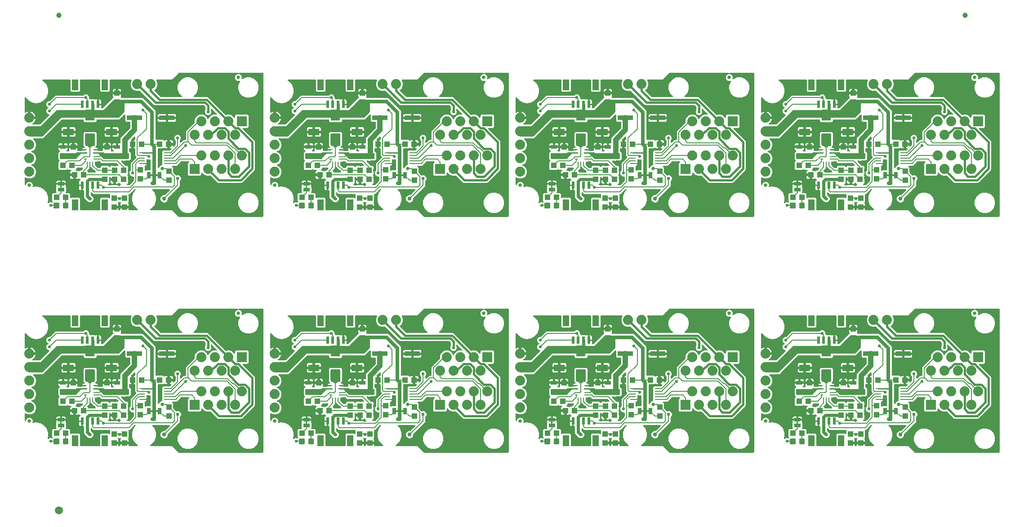
<source format=gtl>
G04 EAGLE Gerber RS-274X export*
G75*
%MOMM*%
%FSLAX34Y34*%
%LPD*%
%INTop Copper*%
%IPPOS*%
%AMOC8*
5,1,8,0,0,1.08239X$1,22.5*%
G01*
%ADD10R,1.200000X2.000000*%
%ADD11R,0.600000X1.350000*%
%ADD12R,1.100000X0.250000*%
%ADD13R,1.100000X1.000000*%
%ADD14R,1.000000X1.100000*%
%ADD15C,1.879600*%
%ADD16R,1.879600X1.879600*%
%ADD17R,0.660400X1.270000*%
%ADD18C,0.635000*%
%ADD19C,0.300000*%
%ADD20R,1.270000X0.660400*%
%ADD21R,1.800000X2.000000*%
%ADD22R,0.600000X0.250000*%
%ADD23R,0.250000X0.600000*%
%ADD24R,0.250000X1.824000*%
%ADD25R,2.060000X1.270000*%
%ADD26R,1.200000X0.800000*%
%ADD27C,0.762000*%
%ADD28R,2.900000X0.900000*%
%ADD29C,1.000000*%
%ADD30C,1.500000*%
%ADD31C,0.203200*%
%ADD32C,0.584200*%
%ADD33C,0.604000*%
%ADD34C,0.406400*%
%ADD35C,1.016000*%
%ADD36C,0.711200*%
%ADD37C,0.609600*%
%ADD38C,0.254000*%

G36*
X914264Y372380D02*
X914264Y372380D01*
X914383Y372387D01*
X914421Y372400D01*
X914462Y372405D01*
X914572Y372448D01*
X914685Y372485D01*
X914720Y372507D01*
X914757Y372522D01*
X914853Y372591D01*
X914954Y372655D01*
X914982Y372685D01*
X915015Y372708D01*
X915091Y372800D01*
X915172Y372887D01*
X915192Y372922D01*
X915217Y372953D01*
X915268Y373061D01*
X915326Y373165D01*
X915336Y373205D01*
X915353Y373241D01*
X915375Y373358D01*
X915405Y373473D01*
X915409Y373533D01*
X915413Y373553D01*
X915411Y373574D01*
X915415Y373634D01*
X915415Y642366D01*
X915400Y642484D01*
X915393Y642603D01*
X915380Y642641D01*
X915375Y642682D01*
X915332Y642792D01*
X915295Y642905D01*
X915273Y642940D01*
X915258Y642977D01*
X915189Y643073D01*
X915125Y643174D01*
X915095Y643202D01*
X915072Y643235D01*
X914980Y643311D01*
X914893Y643392D01*
X914858Y643412D01*
X914827Y643437D01*
X914719Y643488D01*
X914615Y643546D01*
X914575Y643556D01*
X914539Y643573D01*
X914422Y643595D01*
X914307Y643625D01*
X914247Y643629D01*
X914227Y643633D01*
X914206Y643631D01*
X914146Y643635D01*
X870477Y643635D01*
X870408Y643627D01*
X870338Y643628D01*
X870250Y643607D01*
X870161Y643595D01*
X870096Y643570D01*
X870029Y643553D01*
X869949Y643511D01*
X869866Y643478D01*
X869809Y643437D01*
X869748Y643405D01*
X869681Y643344D01*
X869608Y643292D01*
X869564Y643238D01*
X869512Y643191D01*
X869463Y643116D01*
X869406Y643047D01*
X869376Y642983D01*
X869337Y642925D01*
X869308Y642840D01*
X869270Y642759D01*
X869257Y642690D01*
X869234Y642624D01*
X869227Y642535D01*
X869210Y642447D01*
X869215Y642377D01*
X869209Y642307D01*
X869224Y642219D01*
X869230Y642129D01*
X869251Y642063D01*
X869263Y641994D01*
X869300Y641912D01*
X869328Y641827D01*
X869365Y641768D01*
X869394Y641704D01*
X869450Y641634D01*
X869498Y641558D01*
X869549Y641510D01*
X869593Y641456D01*
X869664Y641401D01*
X869730Y641340D01*
X869791Y641306D01*
X869847Y641264D01*
X869991Y641193D01*
X872205Y640276D01*
X873956Y638525D01*
X874904Y636238D01*
X874904Y633762D01*
X874730Y633342D01*
X874711Y633275D01*
X874684Y633211D01*
X874670Y633122D01*
X874646Y633035D01*
X874645Y632966D01*
X874634Y632897D01*
X874642Y632807D01*
X874641Y632717D01*
X874657Y632649D01*
X874664Y632580D01*
X874694Y632496D01*
X874715Y632408D01*
X874748Y632346D01*
X874771Y632281D01*
X874822Y632206D01*
X874864Y632127D01*
X874911Y632075D01*
X874950Y632018D01*
X875017Y631958D01*
X875078Y631892D01*
X875136Y631853D01*
X875188Y631807D01*
X875268Y631766D01*
X875343Y631717D01*
X875409Y631694D01*
X875472Y631663D01*
X875559Y631643D01*
X875644Y631614D01*
X875714Y631608D01*
X875782Y631593D01*
X875871Y631596D01*
X875961Y631588D01*
X876030Y631600D01*
X876100Y631603D01*
X876186Y631628D01*
X876274Y631643D01*
X876338Y631672D01*
X876405Y631691D01*
X876482Y631737D01*
X876564Y631773D01*
X876619Y631817D01*
X876679Y631853D01*
X876800Y631959D01*
X876940Y632099D01*
X883941Y634999D01*
X891519Y634999D01*
X898520Y632099D01*
X903879Y626740D01*
X906779Y619739D01*
X906779Y612161D01*
X903879Y605160D01*
X898520Y599801D01*
X891519Y596901D01*
X883941Y596901D01*
X876940Y599801D01*
X871581Y605160D01*
X868681Y612161D01*
X868681Y619739D01*
X871581Y626740D01*
X871721Y626880D01*
X871764Y626935D01*
X871814Y626984D01*
X871861Y627060D01*
X871916Y627131D01*
X871944Y627195D01*
X871980Y627255D01*
X872007Y627341D01*
X872042Y627423D01*
X872053Y627492D01*
X872074Y627559D01*
X872078Y627649D01*
X872092Y627737D01*
X872086Y627807D01*
X872089Y627877D01*
X872071Y627964D01*
X872062Y628054D01*
X872039Y628120D01*
X872025Y628188D01*
X871985Y628269D01*
X871955Y628353D01*
X871916Y628411D01*
X871885Y628474D01*
X871827Y628542D01*
X871776Y628616D01*
X871724Y628663D01*
X871679Y628716D01*
X871605Y628767D01*
X871538Y628827D01*
X871476Y628859D01*
X871419Y628899D01*
X871335Y628931D01*
X871255Y628971D01*
X871187Y628987D01*
X871121Y629011D01*
X871032Y629021D01*
X870944Y629041D01*
X870875Y629039D01*
X870805Y629047D01*
X870716Y629034D01*
X870626Y629031D01*
X870559Y629012D01*
X870490Y629002D01*
X870338Y628950D01*
X869918Y628776D01*
X867442Y628776D01*
X865155Y629724D01*
X863404Y631475D01*
X862456Y633762D01*
X862456Y636238D01*
X863404Y638525D01*
X865155Y640276D01*
X867369Y641193D01*
X867429Y641228D01*
X867494Y641254D01*
X867567Y641306D01*
X867645Y641351D01*
X867695Y641399D01*
X867752Y641440D01*
X867809Y641510D01*
X867873Y641572D01*
X867910Y641632D01*
X867954Y641685D01*
X867993Y641767D01*
X868040Y641843D01*
X868060Y641910D01*
X868090Y641973D01*
X868107Y642061D01*
X868133Y642147D01*
X868137Y642217D01*
X868150Y642286D01*
X868144Y642375D01*
X868148Y642465D01*
X868134Y642533D01*
X868130Y642603D01*
X868102Y642688D01*
X868084Y642776D01*
X868053Y642839D01*
X868032Y642905D01*
X867984Y642981D01*
X867944Y643062D01*
X867899Y643115D01*
X867862Y643174D01*
X867796Y643236D01*
X867738Y643304D01*
X867681Y643344D01*
X867630Y643392D01*
X867552Y643435D01*
X867478Y643487D01*
X867413Y643512D01*
X867352Y643546D01*
X867265Y643568D01*
X867181Y643600D01*
X867111Y643608D01*
X867044Y643625D01*
X866883Y643635D01*
X756589Y643635D01*
X756491Y643623D01*
X756392Y643620D01*
X756334Y643603D01*
X756274Y643595D01*
X756182Y643559D01*
X756087Y643531D01*
X756035Y643501D01*
X755978Y643478D01*
X755898Y643420D01*
X755813Y643370D01*
X755737Y643304D01*
X755721Y643292D01*
X755713Y643282D01*
X755692Y643264D01*
X743364Y630935D01*
X715375Y630935D01*
X715326Y630929D01*
X715276Y630931D01*
X715169Y630909D01*
X715059Y630895D01*
X715013Y630877D01*
X714965Y630867D01*
X714866Y630819D01*
X714764Y630778D01*
X714724Y630749D01*
X714679Y630727D01*
X714595Y630656D01*
X714506Y630592D01*
X714475Y630553D01*
X714437Y630521D01*
X714374Y630431D01*
X714304Y630347D01*
X714282Y630302D01*
X714254Y630261D01*
X714215Y630158D01*
X714168Y630059D01*
X714159Y630010D01*
X714141Y629964D01*
X714129Y629854D01*
X714108Y629747D01*
X714111Y629697D01*
X714106Y629648D01*
X714121Y629539D01*
X714128Y629429D01*
X714143Y629382D01*
X714150Y629333D01*
X714202Y629180D01*
X716027Y624776D01*
X716027Y619824D01*
X714132Y615250D01*
X710521Y611639D01*
X710448Y611545D01*
X710370Y611456D01*
X710351Y611420D01*
X710326Y611388D01*
X710279Y611278D01*
X710225Y611172D01*
X710216Y611133D01*
X710200Y611096D01*
X710181Y610978D01*
X710155Y610862D01*
X710156Y610822D01*
X710150Y610782D01*
X710161Y610663D01*
X710165Y610544D01*
X710176Y610505D01*
X710180Y610465D01*
X710220Y610353D01*
X710253Y610239D01*
X710274Y610204D01*
X710288Y610166D01*
X710355Y610067D01*
X710415Y609965D01*
X710455Y609920D01*
X710466Y609903D01*
X710481Y609889D01*
X710521Y609844D01*
X721823Y598542D01*
X721901Y598482D01*
X721973Y598414D01*
X722026Y598385D01*
X722074Y598348D01*
X722165Y598308D01*
X722252Y598260D01*
X722310Y598245D01*
X722366Y598221D01*
X722464Y598206D01*
X722560Y598181D01*
X722660Y598175D01*
X722680Y598171D01*
X722692Y598173D01*
X722720Y598171D01*
X761206Y598171D01*
X761344Y598188D01*
X761482Y598201D01*
X761502Y598208D01*
X761522Y598211D01*
X761651Y598262D01*
X761782Y598309D01*
X761798Y598320D01*
X761817Y598328D01*
X761930Y598409D01*
X762045Y598487D01*
X762058Y598503D01*
X762075Y598514D01*
X762163Y598622D01*
X762255Y598726D01*
X762264Y598744D01*
X762277Y598759D01*
X762337Y598885D01*
X762400Y599009D01*
X762404Y599029D01*
X762413Y599047D01*
X762439Y599183D01*
X762470Y599319D01*
X762469Y599340D01*
X762473Y599359D01*
X762464Y599498D01*
X762460Y599637D01*
X762454Y599657D01*
X762453Y599677D01*
X762410Y599809D01*
X762371Y599943D01*
X762361Y599960D01*
X762355Y599979D01*
X762280Y600097D01*
X762210Y600217D01*
X762191Y600238D01*
X762185Y600248D01*
X762170Y600262D01*
X762104Y600337D01*
X757281Y605160D01*
X754381Y612161D01*
X754381Y619739D01*
X757281Y626740D01*
X762640Y632099D01*
X769641Y634999D01*
X777219Y634999D01*
X784220Y632099D01*
X789579Y626740D01*
X792479Y619739D01*
X792479Y612161D01*
X789579Y605160D01*
X784756Y600337D01*
X784671Y600228D01*
X784583Y600121D01*
X784574Y600102D01*
X784562Y600086D01*
X784506Y599958D01*
X784447Y599833D01*
X784443Y599813D01*
X784435Y599794D01*
X784413Y599656D01*
X784387Y599520D01*
X784389Y599500D01*
X784385Y599480D01*
X784398Y599341D01*
X784407Y599203D01*
X784413Y599184D01*
X784415Y599164D01*
X784462Y599032D01*
X784505Y598901D01*
X784516Y598883D01*
X784523Y598864D01*
X784601Y598749D01*
X784675Y598632D01*
X784690Y598618D01*
X784701Y598601D01*
X784806Y598509D01*
X784907Y598414D01*
X784925Y598404D01*
X784940Y598391D01*
X785064Y598327D01*
X785185Y598260D01*
X785205Y598255D01*
X785223Y598246D01*
X785359Y598216D01*
X785493Y598181D01*
X785521Y598179D01*
X785533Y598176D01*
X785554Y598177D01*
X785654Y598171D01*
X810001Y598171D01*
X811868Y597397D01*
X813476Y595789D01*
X844585Y564680D01*
X844608Y564662D01*
X844627Y564640D01*
X844733Y564565D01*
X844836Y564486D01*
X844863Y564474D01*
X844887Y564457D01*
X845009Y564411D01*
X845128Y564359D01*
X845157Y564355D01*
X845185Y564344D01*
X845314Y564330D01*
X845442Y564309D01*
X845471Y564312D01*
X845501Y564309D01*
X845629Y564327D01*
X845759Y564339D01*
X845786Y564349D01*
X845816Y564353D01*
X845968Y564405D01*
X847154Y564897D01*
X852106Y564897D01*
X856680Y563002D01*
X860196Y559486D01*
X860202Y559473D01*
X860254Y559400D01*
X860299Y559322D01*
X860347Y559272D01*
X860388Y559215D01*
X860458Y559158D01*
X860520Y559094D01*
X860580Y559057D01*
X860633Y559012D01*
X860715Y558974D01*
X860791Y558927D01*
X860858Y558907D01*
X860921Y558877D01*
X861009Y558860D01*
X861095Y558834D01*
X861165Y558830D01*
X861234Y558817D01*
X861323Y558823D01*
X861413Y558818D01*
X861481Y558833D01*
X861551Y558837D01*
X861636Y558865D01*
X861724Y558883D01*
X861787Y558913D01*
X861853Y558935D01*
X861929Y558983D01*
X862010Y559022D01*
X862063Y559068D01*
X862122Y559105D01*
X862184Y559170D01*
X862252Y559229D01*
X862292Y559286D01*
X862340Y559337D01*
X862383Y559415D01*
X862435Y559489D01*
X862460Y559554D01*
X862494Y559615D01*
X862516Y559702D01*
X862548Y559786D01*
X862556Y559856D01*
X862573Y559923D01*
X862583Y560084D01*
X862583Y563111D01*
X864369Y564897D01*
X885691Y564897D01*
X887477Y563111D01*
X887477Y541789D01*
X885691Y540003D01*
X878138Y540003D01*
X878001Y539986D01*
X877862Y539973D01*
X877843Y539966D01*
X877823Y539963D01*
X877694Y539912D01*
X877563Y539865D01*
X877546Y539854D01*
X877527Y539846D01*
X877415Y539765D01*
X877300Y539687D01*
X877286Y539671D01*
X877270Y539660D01*
X877181Y539552D01*
X877089Y539448D01*
X877080Y539430D01*
X877067Y539415D01*
X877008Y539289D01*
X876944Y539165D01*
X876940Y539145D01*
X876931Y539127D01*
X876905Y538991D01*
X876875Y538855D01*
X876875Y538834D01*
X876872Y538815D01*
X876880Y538676D01*
X876884Y538537D01*
X876890Y538517D01*
X876891Y538497D01*
X876934Y538365D01*
X876973Y538231D01*
X876983Y538214D01*
X876989Y538195D01*
X877064Y538077D01*
X877134Y537957D01*
X877153Y537936D01*
X877160Y537926D01*
X877174Y537912D01*
X877241Y537837D01*
X897541Y517536D01*
X899149Y515928D01*
X899923Y514061D01*
X899923Y462261D01*
X899149Y460394D01*
X897542Y458786D01*
X897541Y458786D01*
X877889Y439134D01*
X877889Y439133D01*
X876281Y437526D01*
X874414Y436752D01*
X830869Y436752D01*
X829002Y437526D01*
X816507Y450021D01*
X816483Y450039D01*
X816464Y450062D01*
X816358Y450136D01*
X816255Y450216D01*
X816228Y450228D01*
X816204Y450245D01*
X816083Y450291D01*
X815963Y450342D01*
X815934Y450347D01*
X815907Y450357D01*
X815778Y450372D01*
X815649Y450392D01*
X815620Y450389D01*
X815591Y450393D01*
X815462Y450375D01*
X815333Y450362D01*
X815305Y450352D01*
X815276Y450348D01*
X815123Y450296D01*
X814006Y449833D01*
X809054Y449833D01*
X804480Y451728D01*
X800964Y455244D01*
X800958Y455257D01*
X800906Y455330D01*
X800861Y455408D01*
X800813Y455458D01*
X800772Y455515D01*
X800702Y455572D01*
X800640Y455636D01*
X800580Y455673D01*
X800527Y455717D01*
X800445Y455756D01*
X800369Y455803D01*
X800302Y455823D01*
X800239Y455853D01*
X800151Y455870D01*
X800065Y455896D01*
X799995Y455900D01*
X799926Y455913D01*
X799837Y455907D01*
X799747Y455912D01*
X799679Y455897D01*
X799609Y455893D01*
X799524Y455865D01*
X799436Y455847D01*
X799373Y455817D01*
X799307Y455795D01*
X799231Y455747D01*
X799150Y455708D01*
X799097Y455662D01*
X799038Y455625D01*
X798976Y455559D01*
X798908Y455501D01*
X798868Y455444D01*
X798820Y455393D01*
X798777Y455315D01*
X798725Y455241D01*
X798700Y455176D01*
X798666Y455115D01*
X798644Y455028D01*
X798612Y454944D01*
X798604Y454874D01*
X798587Y454807D01*
X798577Y454646D01*
X798577Y451619D01*
X796791Y449833D01*
X775469Y449833D01*
X773683Y451619D01*
X773683Y472941D01*
X775447Y474705D01*
X775532Y474815D01*
X775621Y474922D01*
X775630Y474940D01*
X775642Y474956D01*
X775698Y475084D01*
X775757Y475209D01*
X775760Y475229D01*
X775768Y475248D01*
X775790Y475386D01*
X775816Y475522D01*
X775815Y475542D01*
X775818Y475562D01*
X775805Y475701D01*
X775797Y475839D01*
X775790Y475858D01*
X775788Y475879D01*
X775741Y476010D01*
X775699Y476142D01*
X775688Y476159D01*
X775681Y476178D01*
X775603Y476293D01*
X775528Y476410D01*
X775514Y476424D01*
X775502Y476441D01*
X775398Y476533D01*
X775297Y476628D01*
X775279Y476638D01*
X775264Y476651D01*
X775140Y476715D01*
X775018Y476782D01*
X774999Y476787D01*
X774981Y476796D01*
X774845Y476827D01*
X774710Y476861D01*
X774682Y476863D01*
X774670Y476866D01*
X774650Y476865D01*
X774550Y476871D01*
X760720Y476871D01*
X760622Y476859D01*
X760523Y476856D01*
X760465Y476839D01*
X760405Y476832D01*
X760312Y476795D01*
X760217Y476768D01*
X760165Y476737D01*
X760109Y476715D01*
X760029Y476656D01*
X759943Y476606D01*
X759868Y476540D01*
X759852Y476528D01*
X759844Y476518D01*
X759823Y476500D01*
X751983Y468660D01*
X745166Y468660D01*
X745028Y468643D01*
X744889Y468630D01*
X744870Y468623D01*
X744850Y468620D01*
X744721Y468569D01*
X744590Y468522D01*
X744573Y468511D01*
X744554Y468503D01*
X744442Y468422D01*
X744327Y468344D01*
X744313Y468328D01*
X744297Y468317D01*
X744208Y468209D01*
X744116Y468105D01*
X744107Y468087D01*
X744094Y468072D01*
X744035Y467946D01*
X743972Y467822D01*
X743967Y467802D01*
X743959Y467784D01*
X743933Y467648D01*
X743902Y467512D01*
X743903Y467491D01*
X743899Y467472D01*
X743907Y467333D01*
X743912Y467194D01*
X743917Y467174D01*
X743919Y467154D01*
X743961Y467022D01*
X744000Y466888D01*
X744010Y466871D01*
X744017Y466852D01*
X744091Y466734D01*
X744162Y466614D01*
X744180Y466593D01*
X744187Y466583D01*
X744202Y466569D01*
X744268Y466494D01*
X745919Y464843D01*
X745919Y456305D01*
X745931Y456207D01*
X745934Y456108D01*
X745951Y456050D01*
X745959Y455990D01*
X745995Y455898D01*
X746023Y455803D01*
X746053Y455751D01*
X746076Y455694D01*
X746134Y455614D01*
X746184Y455529D01*
X746250Y455453D01*
X746262Y455437D01*
X746272Y455429D01*
X746290Y455408D01*
X749342Y452356D01*
X751128Y450570D01*
X751152Y450552D01*
X751171Y450529D01*
X751277Y450455D01*
X751380Y450375D01*
X751407Y450363D01*
X751431Y450346D01*
X751552Y450300D01*
X751672Y450249D01*
X751701Y450244D01*
X751728Y450234D01*
X751857Y450219D01*
X751986Y450199D01*
X752015Y450202D01*
X752044Y450198D01*
X752173Y450216D01*
X752302Y450229D01*
X752330Y450239D01*
X752359Y450243D01*
X752512Y450295D01*
X753173Y450569D01*
X755587Y450569D01*
X757818Y449645D01*
X759525Y447938D01*
X760449Y445707D01*
X760449Y443293D01*
X759525Y441062D01*
X758816Y440354D01*
X758756Y440276D01*
X758688Y440204D01*
X758659Y440151D01*
X758622Y440103D01*
X758582Y440012D01*
X758534Y439925D01*
X758519Y439867D01*
X758495Y439811D01*
X758480Y439713D01*
X758455Y439617D01*
X758449Y439517D01*
X758445Y439497D01*
X758447Y439484D01*
X758445Y439456D01*
X758445Y430116D01*
X736210Y407882D01*
X736150Y407804D01*
X736082Y407732D01*
X736053Y407679D01*
X736016Y407631D01*
X735976Y407540D01*
X735928Y407453D01*
X735913Y407395D01*
X735889Y407339D01*
X735874Y407241D01*
X735849Y407145D01*
X735843Y407045D01*
X735839Y407025D01*
X735841Y407013D01*
X735839Y406985D01*
X735839Y405036D01*
X734795Y402515D01*
X732865Y400585D01*
X730344Y399541D01*
X727616Y399541D01*
X725095Y400585D01*
X723165Y402515D01*
X722121Y405036D01*
X722121Y407764D01*
X723165Y410285D01*
X725095Y412215D01*
X727616Y413259D01*
X729565Y413259D01*
X729663Y413271D01*
X729762Y413274D01*
X729820Y413291D01*
X729880Y413299D01*
X729972Y413335D01*
X730067Y413363D01*
X730119Y413393D01*
X730176Y413416D01*
X730256Y413474D01*
X730341Y413524D01*
X730417Y413590D01*
X730433Y413602D01*
X730441Y413612D01*
X730462Y413630D01*
X739225Y422394D01*
X739310Y422503D01*
X739399Y422610D01*
X739408Y422629D01*
X739420Y422645D01*
X739476Y422773D01*
X739535Y422898D01*
X739538Y422918D01*
X739546Y422937D01*
X739568Y423075D01*
X739594Y423211D01*
X739593Y423231D01*
X739596Y423251D01*
X739583Y423390D01*
X739575Y423528D01*
X739568Y423547D01*
X739566Y423567D01*
X739519Y423699D01*
X739477Y423830D01*
X739466Y423848D01*
X739459Y423867D01*
X739381Y423982D01*
X739306Y424099D01*
X739292Y424113D01*
X739280Y424130D01*
X739176Y424222D01*
X739075Y424317D01*
X739057Y424327D01*
X739042Y424340D01*
X738918Y424404D01*
X738796Y424471D01*
X738777Y424476D01*
X738759Y424485D01*
X738623Y424515D01*
X738488Y424550D01*
X738460Y424552D01*
X738448Y424555D01*
X738428Y424554D01*
X738328Y424560D01*
X707875Y424560D01*
X707791Y424550D01*
X707707Y424549D01*
X707634Y424530D01*
X707559Y424520D01*
X707481Y424489D01*
X707400Y424468D01*
X707334Y424431D01*
X707263Y424403D01*
X707196Y424354D01*
X707122Y424313D01*
X707067Y424261D01*
X707006Y424217D01*
X706953Y424152D01*
X706892Y424094D01*
X706852Y424030D01*
X706803Y423972D01*
X706767Y423896D01*
X706723Y423824D01*
X706700Y423752D01*
X706668Y423684D01*
X706652Y423602D01*
X706626Y423521D01*
X706622Y423446D01*
X706608Y423372D01*
X706613Y423288D01*
X706608Y423204D01*
X706623Y423130D01*
X706628Y423054D01*
X706654Y422974D01*
X706670Y422892D01*
X706702Y422824D01*
X706726Y422752D01*
X706771Y422681D01*
X706807Y422605D01*
X706891Y422490D01*
X706896Y422483D01*
X706898Y422481D01*
X706902Y422475D01*
X710760Y417878D01*
X713487Y410386D01*
X713487Y402414D01*
X710760Y394922D01*
X705636Y388815D01*
X703242Y387433D01*
X703126Y387345D01*
X703008Y387260D01*
X702999Y387249D01*
X702989Y387241D01*
X702898Y387127D01*
X702805Y387015D01*
X702799Y387002D01*
X702791Y386992D01*
X702731Y386858D01*
X702670Y386727D01*
X702667Y386714D01*
X702662Y386701D01*
X702637Y386557D01*
X702610Y386414D01*
X702611Y386401D01*
X702608Y386388D01*
X702621Y386242D01*
X702630Y386097D01*
X702634Y386084D01*
X702635Y386071D01*
X702683Y385933D01*
X702728Y385795D01*
X702735Y385783D01*
X702739Y385770D01*
X702820Y385649D01*
X702898Y385526D01*
X702908Y385517D01*
X702915Y385505D01*
X703023Y385408D01*
X703129Y385308D01*
X703141Y385301D01*
X703151Y385292D01*
X703281Y385225D01*
X703408Y385154D01*
X703421Y385151D01*
X703433Y385145D01*
X703575Y385111D01*
X703716Y385075D01*
X703734Y385074D01*
X703743Y385072D01*
X703760Y385072D01*
X703877Y385065D01*
X743364Y385065D01*
X755692Y372736D01*
X755770Y372676D01*
X755842Y372608D01*
X755895Y372579D01*
X755943Y372542D01*
X756034Y372502D01*
X756121Y372454D01*
X756179Y372439D01*
X756235Y372415D01*
X756333Y372400D01*
X756429Y372375D01*
X756529Y372369D01*
X756549Y372365D01*
X756561Y372367D01*
X756589Y372365D01*
X914146Y372365D01*
X914264Y372380D01*
G37*
G36*
X451984Y372380D02*
X451984Y372380D01*
X452103Y372387D01*
X452141Y372400D01*
X452182Y372405D01*
X452292Y372448D01*
X452405Y372485D01*
X452440Y372507D01*
X452477Y372522D01*
X452573Y372591D01*
X452674Y372655D01*
X452702Y372685D01*
X452735Y372708D01*
X452811Y372800D01*
X452892Y372887D01*
X452912Y372922D01*
X452937Y372953D01*
X452988Y373061D01*
X453046Y373165D01*
X453056Y373205D01*
X453073Y373241D01*
X453095Y373358D01*
X453125Y373473D01*
X453129Y373533D01*
X453133Y373553D01*
X453131Y373574D01*
X453135Y373634D01*
X453135Y642366D01*
X453120Y642484D01*
X453113Y642603D01*
X453100Y642641D01*
X453095Y642682D01*
X453052Y642792D01*
X453015Y642905D01*
X452993Y642940D01*
X452978Y642977D01*
X452909Y643073D01*
X452845Y643174D01*
X452815Y643202D01*
X452792Y643235D01*
X452700Y643311D01*
X452613Y643392D01*
X452578Y643412D01*
X452547Y643437D01*
X452439Y643488D01*
X452335Y643546D01*
X452295Y643556D01*
X452259Y643573D01*
X452142Y643595D01*
X452027Y643625D01*
X451967Y643629D01*
X451947Y643633D01*
X451926Y643631D01*
X451866Y643635D01*
X408197Y643635D01*
X408128Y643627D01*
X408058Y643628D01*
X407970Y643607D01*
X407881Y643595D01*
X407816Y643570D01*
X407749Y643553D01*
X407669Y643511D01*
X407586Y643478D01*
X407529Y643437D01*
X407467Y643405D01*
X407401Y643344D01*
X407328Y643292D01*
X407284Y643238D01*
X407232Y643191D01*
X407183Y643116D01*
X407126Y643047D01*
X407096Y642983D01*
X407057Y642925D01*
X407028Y642840D01*
X406990Y642759D01*
X406977Y642690D01*
X406954Y642624D01*
X406947Y642535D01*
X406930Y642447D01*
X406935Y642377D01*
X406929Y642307D01*
X406944Y642219D01*
X406950Y642129D01*
X406971Y642063D01*
X406983Y641994D01*
X407020Y641912D01*
X407048Y641827D01*
X407085Y641768D01*
X407114Y641704D01*
X407170Y641634D01*
X407218Y641558D01*
X407269Y641510D01*
X407313Y641456D01*
X407384Y641401D01*
X407450Y641340D01*
X407511Y641306D01*
X407567Y641264D01*
X407711Y641193D01*
X409925Y640276D01*
X411676Y638525D01*
X412624Y636238D01*
X412624Y633762D01*
X412450Y633342D01*
X412431Y633275D01*
X412404Y633211D01*
X412390Y633122D01*
X412366Y633035D01*
X412365Y632966D01*
X412354Y632897D01*
X412362Y632807D01*
X412361Y632717D01*
X412377Y632650D01*
X412384Y632580D01*
X412414Y632495D01*
X412435Y632408D01*
X412468Y632347D01*
X412491Y632281D01*
X412542Y632206D01*
X412584Y632127D01*
X412631Y632075D01*
X412670Y632018D01*
X412737Y631958D01*
X412798Y631892D01*
X412856Y631853D01*
X412908Y631807D01*
X412988Y631766D01*
X413063Y631717D01*
X413129Y631694D01*
X413191Y631663D01*
X413279Y631643D01*
X413364Y631614D01*
X413434Y631608D01*
X413502Y631593D01*
X413591Y631596D01*
X413681Y631589D01*
X413750Y631600D01*
X413820Y631603D01*
X413906Y631628D01*
X413994Y631643D01*
X414058Y631672D01*
X414125Y631691D01*
X414203Y631737D01*
X414284Y631773D01*
X414339Y631817D01*
X414399Y631853D01*
X414520Y631959D01*
X414660Y632099D01*
X421661Y634999D01*
X429239Y634999D01*
X436240Y632099D01*
X441599Y626740D01*
X444499Y619739D01*
X444499Y612161D01*
X441599Y605160D01*
X436240Y599801D01*
X429239Y596901D01*
X421661Y596901D01*
X414660Y599801D01*
X409301Y605160D01*
X406401Y612161D01*
X406401Y619739D01*
X409301Y626740D01*
X409441Y626880D01*
X409484Y626935D01*
X409534Y626984D01*
X409581Y627060D01*
X409636Y627131D01*
X409664Y627195D01*
X409700Y627255D01*
X409727Y627341D01*
X409762Y627423D01*
X409773Y627492D01*
X409794Y627559D01*
X409798Y627649D01*
X409812Y627737D01*
X409806Y627807D01*
X409809Y627877D01*
X409791Y627964D01*
X409782Y628054D01*
X409759Y628120D01*
X409745Y628188D01*
X409705Y628269D01*
X409675Y628353D01*
X409636Y628411D01*
X409605Y628474D01*
X409547Y628542D01*
X409496Y628616D01*
X409444Y628663D01*
X409399Y628716D01*
X409325Y628767D01*
X409258Y628827D01*
X409196Y628859D01*
X409139Y628899D01*
X409055Y628931D01*
X408975Y628971D01*
X408906Y628987D01*
X408841Y629011D01*
X408752Y629021D01*
X408664Y629041D01*
X408595Y629039D01*
X408525Y629047D01*
X408436Y629034D01*
X408346Y629031D01*
X408279Y629012D01*
X408210Y629002D01*
X408058Y628950D01*
X407638Y628776D01*
X405162Y628776D01*
X402875Y629724D01*
X401124Y631475D01*
X400176Y633762D01*
X400176Y636238D01*
X401124Y638525D01*
X402875Y640276D01*
X405089Y641193D01*
X405149Y641228D01*
X405214Y641254D01*
X405287Y641306D01*
X405365Y641351D01*
X405415Y641399D01*
X405472Y641440D01*
X405529Y641510D01*
X405593Y641572D01*
X405630Y641632D01*
X405674Y641685D01*
X405713Y641767D01*
X405760Y641843D01*
X405780Y641910D01*
X405810Y641973D01*
X405827Y642061D01*
X405853Y642147D01*
X405857Y642217D01*
X405870Y642286D01*
X405864Y642375D01*
X405869Y642465D01*
X405854Y642533D01*
X405850Y642603D01*
X405822Y642688D01*
X405804Y642776D01*
X405774Y642839D01*
X405752Y642905D01*
X405704Y642981D01*
X405664Y643062D01*
X405619Y643115D01*
X405582Y643174D01*
X405516Y643236D01*
X405458Y643304D01*
X405401Y643344D01*
X405350Y643392D01*
X405272Y643435D01*
X405198Y643487D01*
X405133Y643512D01*
X405072Y643546D01*
X404985Y643568D01*
X404901Y643600D01*
X404831Y643608D01*
X404764Y643625D01*
X404603Y643635D01*
X294309Y643635D01*
X294211Y643623D01*
X294112Y643620D01*
X294054Y643603D01*
X293994Y643595D01*
X293902Y643559D01*
X293807Y643531D01*
X293754Y643501D01*
X293698Y643478D01*
X293618Y643420D01*
X293533Y643370D01*
X293457Y643304D01*
X293441Y643292D01*
X293433Y643282D01*
X293412Y643264D01*
X283836Y633688D01*
X281084Y630935D01*
X253095Y630935D01*
X253046Y630929D01*
X252996Y630931D01*
X252889Y630909D01*
X252779Y630895D01*
X252733Y630877D01*
X252685Y630867D01*
X252586Y630819D01*
X252484Y630778D01*
X252444Y630749D01*
X252399Y630727D01*
X252315Y630656D01*
X252226Y630592D01*
X252195Y630553D01*
X252157Y630521D01*
X252094Y630431D01*
X252024Y630347D01*
X252002Y630302D01*
X251974Y630261D01*
X251935Y630158D01*
X251888Y630059D01*
X251879Y630010D01*
X251861Y629964D01*
X251849Y629854D01*
X251828Y629747D01*
X251831Y629697D01*
X251826Y629648D01*
X251841Y629539D01*
X251848Y629429D01*
X251863Y629382D01*
X251870Y629333D01*
X251922Y629180D01*
X253747Y624776D01*
X253747Y619824D01*
X251852Y615250D01*
X248241Y611639D01*
X248168Y611545D01*
X248090Y611456D01*
X248071Y611420D01*
X248046Y611388D01*
X247999Y611278D01*
X247945Y611172D01*
X247936Y611133D01*
X247920Y611096D01*
X247901Y610978D01*
X247875Y610862D01*
X247876Y610822D01*
X247870Y610782D01*
X247881Y610663D01*
X247885Y610544D01*
X247896Y610505D01*
X247900Y610465D01*
X247940Y610353D01*
X247973Y610239D01*
X247994Y610204D01*
X248008Y610166D01*
X248075Y610067D01*
X248135Y609965D01*
X248175Y609920D01*
X248186Y609903D01*
X248201Y609889D01*
X248241Y609844D01*
X259543Y598542D01*
X259621Y598482D01*
X259693Y598414D01*
X259746Y598385D01*
X259794Y598348D01*
X259885Y598308D01*
X259972Y598260D01*
X260030Y598245D01*
X260086Y598221D01*
X260184Y598206D01*
X260280Y598181D01*
X260380Y598175D01*
X260400Y598171D01*
X260412Y598173D01*
X260440Y598171D01*
X298926Y598171D01*
X299064Y598188D01*
X299202Y598201D01*
X299222Y598208D01*
X299242Y598211D01*
X299371Y598262D01*
X299502Y598309D01*
X299518Y598320D01*
X299537Y598328D01*
X299650Y598409D01*
X299765Y598487D01*
X299778Y598503D01*
X299795Y598514D01*
X299883Y598622D01*
X299975Y598726D01*
X299984Y598744D01*
X299997Y598759D01*
X300057Y598885D01*
X300120Y599009D01*
X300124Y599029D01*
X300133Y599047D01*
X300159Y599183D01*
X300190Y599319D01*
X300189Y599340D01*
X300193Y599359D01*
X300184Y599498D01*
X300180Y599637D01*
X300174Y599657D01*
X300173Y599677D01*
X300130Y599809D01*
X300091Y599943D01*
X300081Y599960D01*
X300075Y599979D01*
X300000Y600097D01*
X299930Y600217D01*
X299911Y600238D01*
X299905Y600248D01*
X299890Y600262D01*
X299824Y600337D01*
X295001Y605160D01*
X292101Y612161D01*
X292101Y619739D01*
X295001Y626740D01*
X300360Y632099D01*
X307361Y634999D01*
X314939Y634999D01*
X321940Y632099D01*
X327299Y626740D01*
X330199Y619739D01*
X330199Y612161D01*
X327299Y605160D01*
X322476Y600337D01*
X322391Y600228D01*
X322303Y600121D01*
X322294Y600102D01*
X322282Y600086D01*
X322226Y599958D01*
X322167Y599833D01*
X322163Y599813D01*
X322155Y599794D01*
X322133Y599656D01*
X322107Y599520D01*
X322109Y599500D01*
X322105Y599480D01*
X322118Y599341D01*
X322127Y599203D01*
X322133Y599184D01*
X322135Y599164D01*
X322182Y599032D01*
X322225Y598901D01*
X322236Y598883D01*
X322243Y598864D01*
X322321Y598749D01*
X322395Y598632D01*
X322410Y598618D01*
X322421Y598601D01*
X322526Y598509D01*
X322627Y598414D01*
X322645Y598404D01*
X322660Y598391D01*
X322784Y598327D01*
X322905Y598260D01*
X322925Y598255D01*
X322943Y598246D01*
X323079Y598216D01*
X323213Y598181D01*
X323241Y598179D01*
X323253Y598176D01*
X323274Y598177D01*
X323374Y598171D01*
X347721Y598171D01*
X349588Y597397D01*
X382305Y564681D01*
X382328Y564662D01*
X382347Y564640D01*
X382453Y564565D01*
X382556Y564486D01*
X382583Y564474D01*
X382607Y564457D01*
X382729Y564411D01*
X382848Y564359D01*
X382877Y564355D01*
X382905Y564344D01*
X383034Y564330D01*
X383162Y564309D01*
X383191Y564312D01*
X383221Y564309D01*
X383349Y564327D01*
X383479Y564339D01*
X383506Y564349D01*
X383536Y564353D01*
X383688Y564405D01*
X384874Y564897D01*
X389826Y564897D01*
X394400Y563002D01*
X397916Y559486D01*
X397922Y559473D01*
X397974Y559400D01*
X398019Y559322D01*
X398067Y559272D01*
X398108Y559215D01*
X398178Y559158D01*
X398240Y559094D01*
X398300Y559057D01*
X398353Y559012D01*
X398435Y558974D01*
X398511Y558927D01*
X398578Y558907D01*
X398641Y558877D01*
X398729Y558860D01*
X398815Y558834D01*
X398885Y558830D01*
X398954Y558817D01*
X399043Y558823D01*
X399133Y558818D01*
X399201Y558833D01*
X399271Y558837D01*
X399356Y558865D01*
X399444Y558883D01*
X399507Y558913D01*
X399573Y558935D01*
X399649Y558983D01*
X399730Y559022D01*
X399783Y559068D01*
X399842Y559105D01*
X399904Y559170D01*
X399972Y559229D01*
X400012Y559286D01*
X400060Y559337D01*
X400103Y559415D01*
X400155Y559489D01*
X400180Y559554D01*
X400214Y559615D01*
X400236Y559702D01*
X400268Y559786D01*
X400276Y559856D01*
X400293Y559923D01*
X400303Y560084D01*
X400303Y563111D01*
X402089Y564897D01*
X423411Y564897D01*
X425197Y563111D01*
X425197Y541789D01*
X423411Y540003D01*
X415858Y540003D01*
X415721Y539986D01*
X415582Y539973D01*
X415563Y539966D01*
X415543Y539963D01*
X415414Y539912D01*
X415283Y539865D01*
X415266Y539854D01*
X415247Y539846D01*
X415135Y539765D01*
X415020Y539687D01*
X415006Y539671D01*
X414990Y539660D01*
X414901Y539552D01*
X414809Y539448D01*
X414800Y539430D01*
X414787Y539415D01*
X414728Y539289D01*
X414664Y539165D01*
X414660Y539145D01*
X414651Y539127D01*
X414625Y538991D01*
X414595Y538855D01*
X414595Y538834D01*
X414592Y538815D01*
X414600Y538676D01*
X414604Y538537D01*
X414610Y538517D01*
X414611Y538497D01*
X414654Y538365D01*
X414693Y538231D01*
X414703Y538214D01*
X414709Y538195D01*
X414784Y538077D01*
X414854Y537957D01*
X414873Y537936D01*
X414880Y537926D01*
X414894Y537912D01*
X414961Y537837D01*
X435261Y517536D01*
X436869Y515928D01*
X437643Y514061D01*
X437643Y462261D01*
X436869Y460394D01*
X435262Y458786D01*
X435261Y458786D01*
X415609Y439134D01*
X415609Y439133D01*
X414001Y437526D01*
X412134Y436752D01*
X368589Y436752D01*
X366722Y437526D01*
X354227Y450021D01*
X354203Y450039D01*
X354184Y450062D01*
X354078Y450136D01*
X353975Y450216D01*
X353948Y450228D01*
X353924Y450245D01*
X353803Y450291D01*
X353683Y450342D01*
X353654Y450347D01*
X353627Y450357D01*
X353498Y450372D01*
X353369Y450392D01*
X353340Y450389D01*
X353311Y450393D01*
X353182Y450375D01*
X353053Y450362D01*
X353025Y450352D01*
X352996Y450348D01*
X352843Y450296D01*
X351726Y449833D01*
X346774Y449833D01*
X342200Y451728D01*
X338684Y455244D01*
X338678Y455257D01*
X338626Y455330D01*
X338581Y455408D01*
X338533Y455458D01*
X338492Y455515D01*
X338422Y455572D01*
X338360Y455636D01*
X338300Y455673D01*
X338247Y455718D01*
X338165Y455756D01*
X338089Y455803D01*
X338022Y455823D01*
X337959Y455853D01*
X337871Y455870D01*
X337785Y455896D01*
X337715Y455900D01*
X337646Y455913D01*
X337557Y455907D01*
X337467Y455912D01*
X337399Y455897D01*
X337329Y455893D01*
X337244Y455865D01*
X337156Y455847D01*
X337093Y455817D01*
X337027Y455795D01*
X336951Y455747D01*
X336870Y455708D01*
X336817Y455662D01*
X336758Y455625D01*
X336696Y455560D01*
X336628Y455501D01*
X336588Y455444D01*
X336540Y455393D01*
X336497Y455315D01*
X336445Y455241D01*
X336420Y455176D01*
X336386Y455115D01*
X336364Y455028D01*
X336332Y454944D01*
X336324Y454874D01*
X336307Y454807D01*
X336297Y454646D01*
X336297Y451619D01*
X334511Y449833D01*
X313189Y449833D01*
X311403Y451619D01*
X311403Y472941D01*
X313167Y474705D01*
X313252Y474815D01*
X313341Y474922D01*
X313350Y474940D01*
X313362Y474956D01*
X313418Y475084D01*
X313477Y475209D01*
X313480Y475229D01*
X313488Y475248D01*
X313510Y475386D01*
X313536Y475522D01*
X313535Y475542D01*
X313538Y475562D01*
X313525Y475701D01*
X313517Y475839D01*
X313510Y475858D01*
X313508Y475879D01*
X313461Y476010D01*
X313419Y476142D01*
X313408Y476159D01*
X313401Y476178D01*
X313323Y476293D01*
X313248Y476410D01*
X313234Y476424D01*
X313222Y476441D01*
X313118Y476533D01*
X313017Y476628D01*
X312999Y476638D01*
X312984Y476651D01*
X312860Y476715D01*
X312738Y476782D01*
X312719Y476787D01*
X312701Y476796D01*
X312565Y476827D01*
X312430Y476861D01*
X312402Y476863D01*
X312390Y476866D01*
X312370Y476865D01*
X312270Y476871D01*
X298440Y476871D01*
X298342Y476859D01*
X298243Y476856D01*
X298185Y476839D01*
X298125Y476832D01*
X298032Y476795D01*
X297937Y476768D01*
X297885Y476737D01*
X297829Y476715D01*
X297749Y476656D01*
X297663Y476606D01*
X297588Y476540D01*
X297572Y476528D01*
X297564Y476518D01*
X297543Y476500D01*
X289703Y468660D01*
X282886Y468660D01*
X282748Y468643D01*
X282609Y468630D01*
X282590Y468623D01*
X282570Y468620D01*
X282441Y468569D01*
X282310Y468522D01*
X282293Y468511D01*
X282274Y468503D01*
X282162Y468422D01*
X282047Y468344D01*
X282033Y468328D01*
X282017Y468317D01*
X281928Y468209D01*
X281836Y468105D01*
X281827Y468087D01*
X281814Y468072D01*
X281755Y467946D01*
X281692Y467822D01*
X281687Y467802D01*
X281679Y467784D01*
X281653Y467648D01*
X281622Y467512D01*
X281623Y467491D01*
X281619Y467472D01*
X281627Y467333D01*
X281632Y467194D01*
X281637Y467174D01*
X281639Y467154D01*
X281681Y467022D01*
X281720Y466888D01*
X281730Y466871D01*
X281737Y466852D01*
X281811Y466734D01*
X281882Y466614D01*
X281900Y466593D01*
X281907Y466583D01*
X281922Y466569D01*
X281988Y466494D01*
X283639Y464843D01*
X283639Y456305D01*
X283651Y456207D01*
X283654Y456108D01*
X283671Y456050D01*
X283679Y455990D01*
X283715Y455898D01*
X283743Y455803D01*
X283773Y455751D01*
X283796Y455694D01*
X283854Y455614D01*
X283904Y455529D01*
X283970Y455453D01*
X283982Y455437D01*
X283992Y455429D01*
X284010Y455408D01*
X287062Y452356D01*
X288848Y450570D01*
X288872Y450552D01*
X288891Y450529D01*
X288997Y450455D01*
X289100Y450375D01*
X289127Y450363D01*
X289151Y450346D01*
X289272Y450300D01*
X289392Y450249D01*
X289421Y450244D01*
X289448Y450234D01*
X289577Y450219D01*
X289706Y450199D01*
X289735Y450202D01*
X289764Y450198D01*
X289893Y450216D01*
X290022Y450229D01*
X290050Y450239D01*
X290079Y450243D01*
X290232Y450295D01*
X290893Y450569D01*
X293307Y450569D01*
X295538Y449645D01*
X297245Y447938D01*
X298169Y445707D01*
X298169Y443293D01*
X297245Y441062D01*
X296536Y440354D01*
X296476Y440276D01*
X296408Y440204D01*
X296379Y440151D01*
X296342Y440103D01*
X296302Y440012D01*
X296254Y439925D01*
X296239Y439867D01*
X296215Y439811D01*
X296200Y439713D01*
X296175Y439617D01*
X296169Y439517D01*
X296165Y439497D01*
X296167Y439484D01*
X296165Y439456D01*
X296165Y430116D01*
X273930Y407882D01*
X273870Y407804D01*
X273802Y407732D01*
X273773Y407679D01*
X273736Y407631D01*
X273696Y407540D01*
X273648Y407453D01*
X273633Y407395D01*
X273609Y407339D01*
X273594Y407241D01*
X273569Y407145D01*
X273563Y407045D01*
X273559Y407025D01*
X273561Y407013D01*
X273559Y406985D01*
X273559Y405036D01*
X272515Y402515D01*
X270585Y400585D01*
X268064Y399541D01*
X265336Y399541D01*
X262815Y400585D01*
X260885Y402515D01*
X259841Y405036D01*
X259841Y407764D01*
X260885Y410285D01*
X262815Y412215D01*
X265336Y413259D01*
X267285Y413259D01*
X267383Y413271D01*
X267482Y413274D01*
X267540Y413291D01*
X267600Y413299D01*
X267692Y413335D01*
X267787Y413363D01*
X267839Y413393D01*
X267896Y413416D01*
X267976Y413474D01*
X268061Y413524D01*
X268137Y413590D01*
X268153Y413602D01*
X268161Y413612D01*
X268182Y413630D01*
X276945Y422394D01*
X277030Y422503D01*
X277119Y422610D01*
X277128Y422629D01*
X277140Y422645D01*
X277196Y422773D01*
X277255Y422898D01*
X277258Y422918D01*
X277266Y422937D01*
X277288Y423075D01*
X277314Y423211D01*
X277313Y423231D01*
X277316Y423251D01*
X277303Y423390D01*
X277295Y423528D01*
X277288Y423547D01*
X277286Y423567D01*
X277239Y423699D01*
X277197Y423830D01*
X277186Y423848D01*
X277179Y423867D01*
X277101Y423982D01*
X277026Y424099D01*
X277012Y424113D01*
X277000Y424130D01*
X276896Y424222D01*
X276795Y424317D01*
X276777Y424327D01*
X276762Y424340D01*
X276638Y424404D01*
X276516Y424471D01*
X276497Y424476D01*
X276479Y424485D01*
X276343Y424515D01*
X276208Y424550D01*
X276180Y424552D01*
X276168Y424555D01*
X276148Y424554D01*
X276048Y424560D01*
X245595Y424560D01*
X245511Y424550D01*
X245427Y424549D01*
X245354Y424530D01*
X245279Y424520D01*
X245201Y424489D01*
X245120Y424468D01*
X245054Y424431D01*
X244983Y424403D01*
X244916Y424354D01*
X244842Y424313D01*
X244787Y424261D01*
X244726Y424217D01*
X244673Y424152D01*
X244612Y424094D01*
X244572Y424030D01*
X244523Y423972D01*
X244487Y423896D01*
X244443Y423824D01*
X244420Y423752D01*
X244388Y423684D01*
X244372Y423602D01*
X244346Y423521D01*
X244342Y423446D01*
X244328Y423372D01*
X244333Y423288D01*
X244328Y423204D01*
X244343Y423130D01*
X244348Y423054D01*
X244374Y422974D01*
X244390Y422892D01*
X244422Y422824D01*
X244446Y422752D01*
X244491Y422681D01*
X244527Y422605D01*
X244611Y422490D01*
X244616Y422483D01*
X244618Y422481D01*
X244622Y422475D01*
X248480Y417878D01*
X251207Y410386D01*
X251207Y402414D01*
X248480Y394922D01*
X243356Y388815D01*
X240962Y387433D01*
X240846Y387345D01*
X240728Y387260D01*
X240719Y387249D01*
X240709Y387241D01*
X240618Y387127D01*
X240525Y387015D01*
X240519Y387002D01*
X240511Y386992D01*
X240451Y386858D01*
X240390Y386727D01*
X240387Y386714D01*
X240382Y386701D01*
X240357Y386557D01*
X240330Y386414D01*
X240331Y386401D01*
X240328Y386388D01*
X240341Y386242D01*
X240350Y386097D01*
X240354Y386084D01*
X240355Y386071D01*
X240403Y385933D01*
X240448Y385795D01*
X240455Y385783D01*
X240459Y385770D01*
X240540Y385649D01*
X240618Y385526D01*
X240628Y385517D01*
X240635Y385505D01*
X240743Y385408D01*
X240849Y385308D01*
X240861Y385301D01*
X240871Y385292D01*
X241000Y385225D01*
X241128Y385154D01*
X241141Y385151D01*
X241153Y385145D01*
X241295Y385111D01*
X241436Y385075D01*
X241454Y385074D01*
X241463Y385072D01*
X241480Y385072D01*
X241597Y385065D01*
X281084Y385065D01*
X293412Y372736D01*
X293490Y372676D01*
X293562Y372608D01*
X293615Y372579D01*
X293663Y372542D01*
X293754Y372502D01*
X293841Y372454D01*
X293899Y372439D01*
X293955Y372415D01*
X294053Y372400D01*
X294149Y372375D01*
X294249Y372369D01*
X294269Y372365D01*
X294281Y372367D01*
X294309Y372365D01*
X451866Y372365D01*
X451984Y372380D01*
G37*
G36*
X1376544Y372380D02*
X1376544Y372380D01*
X1376663Y372387D01*
X1376701Y372400D01*
X1376742Y372405D01*
X1376852Y372448D01*
X1376965Y372485D01*
X1377000Y372507D01*
X1377037Y372522D01*
X1377133Y372591D01*
X1377234Y372655D01*
X1377262Y372685D01*
X1377295Y372708D01*
X1377371Y372800D01*
X1377452Y372887D01*
X1377472Y372922D01*
X1377497Y372953D01*
X1377548Y373061D01*
X1377606Y373165D01*
X1377616Y373205D01*
X1377633Y373241D01*
X1377655Y373358D01*
X1377685Y373473D01*
X1377689Y373533D01*
X1377693Y373553D01*
X1377691Y373574D01*
X1377695Y373634D01*
X1377695Y642366D01*
X1377680Y642484D01*
X1377673Y642603D01*
X1377660Y642641D01*
X1377655Y642682D01*
X1377612Y642792D01*
X1377575Y642905D01*
X1377553Y642940D01*
X1377538Y642977D01*
X1377469Y643073D01*
X1377405Y643174D01*
X1377375Y643202D01*
X1377352Y643235D01*
X1377260Y643311D01*
X1377173Y643392D01*
X1377138Y643412D01*
X1377107Y643437D01*
X1376999Y643488D01*
X1376895Y643546D01*
X1376855Y643556D01*
X1376819Y643573D01*
X1376702Y643595D01*
X1376587Y643625D01*
X1376527Y643629D01*
X1376507Y643633D01*
X1376486Y643631D01*
X1376426Y643635D01*
X1332757Y643635D01*
X1332688Y643627D01*
X1332618Y643628D01*
X1332530Y643607D01*
X1332441Y643595D01*
X1332376Y643570D01*
X1332309Y643553D01*
X1332229Y643511D01*
X1332146Y643478D01*
X1332089Y643437D01*
X1332028Y643405D01*
X1331961Y643344D01*
X1331888Y643292D01*
X1331844Y643238D01*
X1331792Y643191D01*
X1331743Y643116D01*
X1331686Y643047D01*
X1331656Y642983D01*
X1331617Y642925D01*
X1331588Y642840D01*
X1331550Y642759D01*
X1331537Y642690D01*
X1331514Y642624D01*
X1331507Y642535D01*
X1331490Y642447D01*
X1331495Y642377D01*
X1331489Y642307D01*
X1331504Y642219D01*
X1331510Y642129D01*
X1331531Y642063D01*
X1331543Y641994D01*
X1331580Y641912D01*
X1331608Y641827D01*
X1331645Y641768D01*
X1331674Y641704D01*
X1331730Y641634D01*
X1331778Y641558D01*
X1331829Y641510D01*
X1331873Y641456D01*
X1331944Y641401D01*
X1332010Y641340D01*
X1332071Y641306D01*
X1332127Y641264D01*
X1332271Y641193D01*
X1334485Y640276D01*
X1336236Y638525D01*
X1337184Y636238D01*
X1337184Y633762D01*
X1337010Y633342D01*
X1336991Y633275D01*
X1336964Y633211D01*
X1336950Y633122D01*
X1336926Y633035D01*
X1336925Y632966D01*
X1336914Y632897D01*
X1336922Y632807D01*
X1336921Y632717D01*
X1336937Y632649D01*
X1336944Y632580D01*
X1336974Y632496D01*
X1336995Y632408D01*
X1337028Y632346D01*
X1337051Y632281D01*
X1337102Y632206D01*
X1337144Y632127D01*
X1337191Y632075D01*
X1337230Y632018D01*
X1337297Y631958D01*
X1337358Y631892D01*
X1337416Y631853D01*
X1337468Y631807D01*
X1337548Y631766D01*
X1337623Y631717D01*
X1337689Y631694D01*
X1337752Y631663D01*
X1337839Y631643D01*
X1337924Y631614D01*
X1337994Y631608D01*
X1338062Y631593D01*
X1338151Y631596D01*
X1338241Y631588D01*
X1338310Y631600D01*
X1338380Y631603D01*
X1338466Y631628D01*
X1338554Y631643D01*
X1338618Y631672D01*
X1338685Y631691D01*
X1338762Y631737D01*
X1338844Y631773D01*
X1338899Y631817D01*
X1338959Y631853D01*
X1339080Y631959D01*
X1339220Y632099D01*
X1346221Y634999D01*
X1353799Y634999D01*
X1360800Y632099D01*
X1366159Y626740D01*
X1369059Y619739D01*
X1369059Y612161D01*
X1366159Y605160D01*
X1360800Y599801D01*
X1353799Y596901D01*
X1346221Y596901D01*
X1339220Y599801D01*
X1333861Y605160D01*
X1330961Y612161D01*
X1330961Y619739D01*
X1333861Y626740D01*
X1334001Y626880D01*
X1334044Y626935D01*
X1334094Y626984D01*
X1334141Y627060D01*
X1334196Y627131D01*
X1334224Y627195D01*
X1334260Y627255D01*
X1334287Y627341D01*
X1334322Y627423D01*
X1334333Y627492D01*
X1334354Y627559D01*
X1334358Y627649D01*
X1334372Y627737D01*
X1334366Y627807D01*
X1334369Y627877D01*
X1334351Y627964D01*
X1334342Y628054D01*
X1334319Y628120D01*
X1334305Y628188D01*
X1334265Y628269D01*
X1334235Y628353D01*
X1334196Y628411D01*
X1334165Y628474D01*
X1334107Y628542D01*
X1334056Y628616D01*
X1334004Y628663D01*
X1333959Y628716D01*
X1333885Y628767D01*
X1333818Y628827D01*
X1333756Y628859D01*
X1333699Y628899D01*
X1333615Y628931D01*
X1333535Y628971D01*
X1333467Y628987D01*
X1333401Y629011D01*
X1333312Y629021D01*
X1333224Y629041D01*
X1333155Y629039D01*
X1333085Y629047D01*
X1332996Y629034D01*
X1332906Y629031D01*
X1332839Y629012D01*
X1332770Y629002D01*
X1332618Y628950D01*
X1332198Y628776D01*
X1329722Y628776D01*
X1327435Y629724D01*
X1325684Y631475D01*
X1324736Y633762D01*
X1324736Y636238D01*
X1325684Y638525D01*
X1327435Y640276D01*
X1329649Y641193D01*
X1329709Y641228D01*
X1329774Y641254D01*
X1329847Y641306D01*
X1329925Y641351D01*
X1329975Y641399D01*
X1330032Y641440D01*
X1330089Y641510D01*
X1330153Y641572D01*
X1330190Y641632D01*
X1330234Y641685D01*
X1330273Y641767D01*
X1330320Y641843D01*
X1330340Y641910D01*
X1330370Y641973D01*
X1330387Y642061D01*
X1330413Y642147D01*
X1330417Y642217D01*
X1330430Y642286D01*
X1330424Y642375D01*
X1330428Y642465D01*
X1330414Y642533D01*
X1330410Y642603D01*
X1330382Y642688D01*
X1330364Y642776D01*
X1330333Y642839D01*
X1330312Y642905D01*
X1330264Y642981D01*
X1330224Y643062D01*
X1330179Y643115D01*
X1330142Y643174D01*
X1330076Y643236D01*
X1330018Y643304D01*
X1329961Y643344D01*
X1329910Y643392D01*
X1329832Y643435D01*
X1329758Y643487D01*
X1329693Y643512D01*
X1329632Y643546D01*
X1329545Y643568D01*
X1329461Y643600D01*
X1329391Y643608D01*
X1329324Y643625D01*
X1329163Y643635D01*
X1218869Y643635D01*
X1218771Y643623D01*
X1218672Y643620D01*
X1218614Y643603D01*
X1218554Y643595D01*
X1218462Y643559D01*
X1218367Y643531D01*
X1218315Y643501D01*
X1218258Y643478D01*
X1218178Y643420D01*
X1218093Y643370D01*
X1218017Y643304D01*
X1218001Y643292D01*
X1217993Y643282D01*
X1217972Y643264D01*
X1205644Y630935D01*
X1177655Y630935D01*
X1177606Y630929D01*
X1177556Y630931D01*
X1177449Y630909D01*
X1177339Y630895D01*
X1177293Y630877D01*
X1177245Y630867D01*
X1177146Y630819D01*
X1177044Y630778D01*
X1177004Y630749D01*
X1176959Y630727D01*
X1176875Y630656D01*
X1176786Y630592D01*
X1176755Y630553D01*
X1176717Y630521D01*
X1176654Y630431D01*
X1176584Y630347D01*
X1176562Y630302D01*
X1176534Y630261D01*
X1176495Y630158D01*
X1176448Y630059D01*
X1176439Y630010D01*
X1176421Y629964D01*
X1176409Y629854D01*
X1176388Y629747D01*
X1176391Y629697D01*
X1176386Y629648D01*
X1176401Y629539D01*
X1176408Y629429D01*
X1176423Y629382D01*
X1176430Y629333D01*
X1176482Y629180D01*
X1178307Y624776D01*
X1178307Y619824D01*
X1176412Y615250D01*
X1172801Y611639D01*
X1172728Y611545D01*
X1172650Y611456D01*
X1172631Y611420D01*
X1172606Y611388D01*
X1172559Y611278D01*
X1172505Y611172D01*
X1172496Y611133D01*
X1172480Y611096D01*
X1172461Y610978D01*
X1172435Y610862D01*
X1172436Y610822D01*
X1172430Y610782D01*
X1172441Y610663D01*
X1172445Y610544D01*
X1172456Y610505D01*
X1172460Y610465D01*
X1172500Y610353D01*
X1172533Y610239D01*
X1172554Y610204D01*
X1172568Y610166D01*
X1172634Y610067D01*
X1172695Y609965D01*
X1172735Y609920D01*
X1172746Y609903D01*
X1172761Y609889D01*
X1172801Y609844D01*
X1184103Y598542D01*
X1184181Y598482D01*
X1184253Y598414D01*
X1184306Y598385D01*
X1184354Y598348D01*
X1184445Y598308D01*
X1184532Y598260D01*
X1184590Y598245D01*
X1184646Y598221D01*
X1184744Y598206D01*
X1184840Y598181D01*
X1184940Y598175D01*
X1184960Y598171D01*
X1184972Y598173D01*
X1185000Y598171D01*
X1223486Y598171D01*
X1223624Y598188D01*
X1223762Y598201D01*
X1223782Y598208D01*
X1223802Y598211D01*
X1223931Y598262D01*
X1224062Y598309D01*
X1224078Y598320D01*
X1224097Y598328D01*
X1224210Y598409D01*
X1224325Y598487D01*
X1224338Y598503D01*
X1224355Y598514D01*
X1224443Y598622D01*
X1224535Y598726D01*
X1224544Y598744D01*
X1224557Y598759D01*
X1224617Y598885D01*
X1224680Y599009D01*
X1224684Y599029D01*
X1224693Y599047D01*
X1224719Y599183D01*
X1224750Y599319D01*
X1224749Y599340D01*
X1224753Y599359D01*
X1224744Y599498D01*
X1224740Y599637D01*
X1224734Y599657D01*
X1224733Y599677D01*
X1224690Y599809D01*
X1224651Y599943D01*
X1224641Y599960D01*
X1224635Y599979D01*
X1224560Y600097D01*
X1224490Y600217D01*
X1224471Y600238D01*
X1224465Y600248D01*
X1224450Y600262D01*
X1224384Y600337D01*
X1219561Y605160D01*
X1216661Y612161D01*
X1216661Y619739D01*
X1219561Y626740D01*
X1224920Y632099D01*
X1231921Y634999D01*
X1239499Y634999D01*
X1246500Y632099D01*
X1251859Y626740D01*
X1254759Y619739D01*
X1254759Y612161D01*
X1251859Y605160D01*
X1247036Y600337D01*
X1246951Y600228D01*
X1246863Y600121D01*
X1246854Y600102D01*
X1246842Y600086D01*
X1246786Y599958D01*
X1246727Y599833D01*
X1246723Y599813D01*
X1246715Y599794D01*
X1246693Y599656D01*
X1246667Y599520D01*
X1246669Y599500D01*
X1246665Y599480D01*
X1246678Y599341D01*
X1246687Y599203D01*
X1246693Y599184D01*
X1246695Y599164D01*
X1246742Y599032D01*
X1246785Y598901D01*
X1246796Y598883D01*
X1246803Y598864D01*
X1246881Y598749D01*
X1246955Y598632D01*
X1246970Y598618D01*
X1246981Y598601D01*
X1247086Y598509D01*
X1247187Y598414D01*
X1247205Y598404D01*
X1247220Y598391D01*
X1247344Y598327D01*
X1247465Y598260D01*
X1247485Y598255D01*
X1247503Y598246D01*
X1247639Y598216D01*
X1247773Y598181D01*
X1247801Y598179D01*
X1247813Y598176D01*
X1247834Y598177D01*
X1247934Y598171D01*
X1272281Y598171D01*
X1274148Y597397D01*
X1306865Y564681D01*
X1306888Y564662D01*
X1306907Y564640D01*
X1307013Y564565D01*
X1307116Y564486D01*
X1307143Y564474D01*
X1307167Y564457D01*
X1307289Y564411D01*
X1307408Y564359D01*
X1307437Y564355D01*
X1307465Y564344D01*
X1307594Y564330D01*
X1307722Y564309D01*
X1307751Y564312D01*
X1307781Y564309D01*
X1307909Y564327D01*
X1308039Y564339D01*
X1308066Y564349D01*
X1308096Y564353D01*
X1308248Y564405D01*
X1309434Y564897D01*
X1314386Y564897D01*
X1318960Y563002D01*
X1322476Y559486D01*
X1322482Y559473D01*
X1322534Y559400D01*
X1322579Y559322D01*
X1322627Y559272D01*
X1322668Y559215D01*
X1322738Y559158D01*
X1322800Y559094D01*
X1322860Y559057D01*
X1322913Y559012D01*
X1322995Y558974D01*
X1323071Y558927D01*
X1323138Y558907D01*
X1323201Y558877D01*
X1323289Y558860D01*
X1323375Y558834D01*
X1323445Y558830D01*
X1323514Y558817D01*
X1323603Y558823D01*
X1323693Y558818D01*
X1323761Y558833D01*
X1323831Y558837D01*
X1323916Y558865D01*
X1324004Y558883D01*
X1324067Y558913D01*
X1324133Y558935D01*
X1324209Y558983D01*
X1324290Y559022D01*
X1324343Y559068D01*
X1324402Y559105D01*
X1324464Y559170D01*
X1324532Y559229D01*
X1324572Y559286D01*
X1324620Y559337D01*
X1324663Y559415D01*
X1324715Y559489D01*
X1324740Y559554D01*
X1324774Y559615D01*
X1324796Y559702D01*
X1324828Y559786D01*
X1324836Y559856D01*
X1324853Y559923D01*
X1324863Y560084D01*
X1324863Y563111D01*
X1326649Y564897D01*
X1347971Y564897D01*
X1349757Y563111D01*
X1349757Y541789D01*
X1347971Y540003D01*
X1340418Y540003D01*
X1340281Y539986D01*
X1340142Y539973D01*
X1340123Y539966D01*
X1340103Y539963D01*
X1339974Y539912D01*
X1339843Y539865D01*
X1339826Y539854D01*
X1339807Y539846D01*
X1339695Y539765D01*
X1339580Y539687D01*
X1339566Y539671D01*
X1339550Y539660D01*
X1339461Y539552D01*
X1339369Y539448D01*
X1339360Y539430D01*
X1339347Y539415D01*
X1339288Y539289D01*
X1339224Y539165D01*
X1339220Y539145D01*
X1339211Y539127D01*
X1339185Y538991D01*
X1339155Y538855D01*
X1339155Y538834D01*
X1339152Y538815D01*
X1339160Y538676D01*
X1339164Y538537D01*
X1339170Y538517D01*
X1339171Y538497D01*
X1339214Y538365D01*
X1339253Y538231D01*
X1339263Y538214D01*
X1339269Y538195D01*
X1339344Y538077D01*
X1339414Y537957D01*
X1339433Y537936D01*
X1339440Y537926D01*
X1339454Y537912D01*
X1339521Y537837D01*
X1361429Y515928D01*
X1362203Y514061D01*
X1362203Y462261D01*
X1361429Y460394D01*
X1338561Y437526D01*
X1336694Y436752D01*
X1293149Y436752D01*
X1291282Y437526D01*
X1278787Y450021D01*
X1278763Y450039D01*
X1278744Y450062D01*
X1278638Y450136D01*
X1278535Y450216D01*
X1278508Y450228D01*
X1278484Y450245D01*
X1278363Y450291D01*
X1278243Y450342D01*
X1278214Y450347D01*
X1278187Y450357D01*
X1278058Y450372D01*
X1277929Y450392D01*
X1277900Y450389D01*
X1277871Y450393D01*
X1277742Y450375D01*
X1277613Y450362D01*
X1277585Y450352D01*
X1277556Y450348D01*
X1277403Y450296D01*
X1276286Y449833D01*
X1271334Y449833D01*
X1266760Y451728D01*
X1263244Y455244D01*
X1263238Y455257D01*
X1263186Y455330D01*
X1263141Y455408D01*
X1263093Y455458D01*
X1263052Y455515D01*
X1262982Y455572D01*
X1262920Y455636D01*
X1262860Y455673D01*
X1262807Y455718D01*
X1262725Y455756D01*
X1262649Y455803D01*
X1262582Y455823D01*
X1262519Y455853D01*
X1262431Y455870D01*
X1262345Y455896D01*
X1262275Y455900D01*
X1262206Y455913D01*
X1262117Y455907D01*
X1262027Y455912D01*
X1261959Y455897D01*
X1261889Y455893D01*
X1261804Y455865D01*
X1261716Y455847D01*
X1261653Y455817D01*
X1261587Y455795D01*
X1261511Y455747D01*
X1261430Y455708D01*
X1261377Y455662D01*
X1261318Y455625D01*
X1261256Y455560D01*
X1261188Y455501D01*
X1261148Y455444D01*
X1261100Y455393D01*
X1261057Y455315D01*
X1261005Y455241D01*
X1260980Y455176D01*
X1260946Y455115D01*
X1260924Y455028D01*
X1260892Y454944D01*
X1260884Y454874D01*
X1260867Y454807D01*
X1260857Y454646D01*
X1260857Y451619D01*
X1259071Y449833D01*
X1237749Y449833D01*
X1235963Y451619D01*
X1235963Y472941D01*
X1237727Y474705D01*
X1237812Y474815D01*
X1237901Y474922D01*
X1237910Y474940D01*
X1237922Y474956D01*
X1237978Y475084D01*
X1238037Y475209D01*
X1238040Y475229D01*
X1238048Y475248D01*
X1238070Y475386D01*
X1238096Y475522D01*
X1238095Y475542D01*
X1238098Y475562D01*
X1238085Y475701D01*
X1238077Y475839D01*
X1238070Y475858D01*
X1238068Y475879D01*
X1238021Y476010D01*
X1237979Y476142D01*
X1237968Y476159D01*
X1237961Y476178D01*
X1237883Y476293D01*
X1237808Y476410D01*
X1237794Y476424D01*
X1237782Y476441D01*
X1237678Y476533D01*
X1237577Y476628D01*
X1237559Y476638D01*
X1237544Y476651D01*
X1237420Y476715D01*
X1237298Y476782D01*
X1237279Y476787D01*
X1237261Y476796D01*
X1237125Y476827D01*
X1236990Y476861D01*
X1236962Y476863D01*
X1236950Y476866D01*
X1236930Y476865D01*
X1236830Y476871D01*
X1223000Y476871D01*
X1222902Y476859D01*
X1222803Y476856D01*
X1222745Y476839D01*
X1222685Y476832D01*
X1222592Y476795D01*
X1222497Y476768D01*
X1222445Y476737D01*
X1222389Y476715D01*
X1222309Y476656D01*
X1222223Y476606D01*
X1222148Y476540D01*
X1222132Y476528D01*
X1222124Y476518D01*
X1222103Y476500D01*
X1214263Y468660D01*
X1207446Y468660D01*
X1207308Y468643D01*
X1207169Y468630D01*
X1207150Y468623D01*
X1207130Y468620D01*
X1207001Y468569D01*
X1206870Y468522D01*
X1206853Y468511D01*
X1206834Y468503D01*
X1206722Y468422D01*
X1206607Y468344D01*
X1206593Y468328D01*
X1206577Y468317D01*
X1206488Y468209D01*
X1206396Y468105D01*
X1206387Y468087D01*
X1206374Y468072D01*
X1206315Y467946D01*
X1206252Y467822D01*
X1206247Y467802D01*
X1206239Y467784D01*
X1206213Y467648D01*
X1206182Y467512D01*
X1206183Y467491D01*
X1206179Y467472D01*
X1206187Y467333D01*
X1206192Y467194D01*
X1206197Y467174D01*
X1206199Y467154D01*
X1206241Y467022D01*
X1206280Y466888D01*
X1206290Y466871D01*
X1206297Y466852D01*
X1206371Y466734D01*
X1206442Y466614D01*
X1206460Y466593D01*
X1206467Y466583D01*
X1206482Y466569D01*
X1206548Y466494D01*
X1208199Y464843D01*
X1208199Y456305D01*
X1208211Y456207D01*
X1208214Y456108D01*
X1208231Y456050D01*
X1208239Y455990D01*
X1208275Y455898D01*
X1208303Y455803D01*
X1208333Y455750D01*
X1208356Y455694D01*
X1208414Y455614D01*
X1208464Y455529D01*
X1208530Y455453D01*
X1208542Y455437D01*
X1208552Y455429D01*
X1208570Y455408D01*
X1211622Y452356D01*
X1213408Y450570D01*
X1213432Y450552D01*
X1213451Y450529D01*
X1213557Y450455D01*
X1213660Y450375D01*
X1213687Y450363D01*
X1213711Y450346D01*
X1213832Y450300D01*
X1213952Y450249D01*
X1213981Y450244D01*
X1214008Y450234D01*
X1214137Y450219D01*
X1214266Y450199D01*
X1214295Y450202D01*
X1214324Y450198D01*
X1214453Y450216D01*
X1214582Y450229D01*
X1214610Y450239D01*
X1214639Y450243D01*
X1214792Y450295D01*
X1215453Y450569D01*
X1217867Y450569D01*
X1220098Y449645D01*
X1221805Y447938D01*
X1222729Y445707D01*
X1222729Y443293D01*
X1221805Y441062D01*
X1221096Y440354D01*
X1221036Y440276D01*
X1220968Y440204D01*
X1220939Y440151D01*
X1220902Y440103D01*
X1220862Y440012D01*
X1220814Y439925D01*
X1220799Y439867D01*
X1220775Y439811D01*
X1220760Y439713D01*
X1220735Y439617D01*
X1220729Y439517D01*
X1220725Y439497D01*
X1220727Y439484D01*
X1220725Y439456D01*
X1220725Y430116D01*
X1198490Y407882D01*
X1198430Y407804D01*
X1198362Y407732D01*
X1198333Y407679D01*
X1198296Y407631D01*
X1198256Y407540D01*
X1198208Y407453D01*
X1198193Y407395D01*
X1198169Y407339D01*
X1198154Y407241D01*
X1198129Y407145D01*
X1198123Y407045D01*
X1198119Y407025D01*
X1198121Y407013D01*
X1198119Y406985D01*
X1198119Y405036D01*
X1197075Y402515D01*
X1195145Y400585D01*
X1192624Y399541D01*
X1189896Y399541D01*
X1187375Y400585D01*
X1185445Y402515D01*
X1184401Y405036D01*
X1184401Y407764D01*
X1185445Y410285D01*
X1187375Y412215D01*
X1189896Y413259D01*
X1191845Y413259D01*
X1191943Y413271D01*
X1192042Y413274D01*
X1192100Y413291D01*
X1192160Y413299D01*
X1192252Y413335D01*
X1192347Y413363D01*
X1192400Y413393D01*
X1192456Y413416D01*
X1192536Y413474D01*
X1192621Y413524D01*
X1192697Y413590D01*
X1192713Y413602D01*
X1192721Y413612D01*
X1192742Y413630D01*
X1201505Y422394D01*
X1201590Y422503D01*
X1201679Y422610D01*
X1201688Y422629D01*
X1201700Y422645D01*
X1201756Y422773D01*
X1201815Y422898D01*
X1201818Y422918D01*
X1201826Y422937D01*
X1201848Y423075D01*
X1201874Y423211D01*
X1201873Y423231D01*
X1201876Y423251D01*
X1201863Y423390D01*
X1201855Y423528D01*
X1201848Y423547D01*
X1201846Y423567D01*
X1201799Y423699D01*
X1201757Y423830D01*
X1201746Y423848D01*
X1201739Y423867D01*
X1201661Y423982D01*
X1201586Y424099D01*
X1201572Y424113D01*
X1201560Y424130D01*
X1201456Y424222D01*
X1201355Y424317D01*
X1201337Y424327D01*
X1201322Y424340D01*
X1201198Y424403D01*
X1201076Y424471D01*
X1201057Y424476D01*
X1201039Y424485D01*
X1200903Y424515D01*
X1200768Y424550D01*
X1200740Y424552D01*
X1200728Y424555D01*
X1200708Y424554D01*
X1200608Y424560D01*
X1170155Y424560D01*
X1170071Y424550D01*
X1169987Y424549D01*
X1169914Y424530D01*
X1169839Y424520D01*
X1169761Y424489D01*
X1169680Y424468D01*
X1169614Y424431D01*
X1169543Y424403D01*
X1169476Y424354D01*
X1169402Y424313D01*
X1169347Y424261D01*
X1169286Y424217D01*
X1169233Y424152D01*
X1169172Y424094D01*
X1169132Y424030D01*
X1169083Y423972D01*
X1169047Y423896D01*
X1169003Y423824D01*
X1168980Y423752D01*
X1168948Y423684D01*
X1168932Y423602D01*
X1168906Y423521D01*
X1168902Y423446D01*
X1168888Y423372D01*
X1168893Y423288D01*
X1168888Y423204D01*
X1168903Y423130D01*
X1168908Y423054D01*
X1168934Y422974D01*
X1168950Y422892D01*
X1168982Y422824D01*
X1169006Y422752D01*
X1169051Y422681D01*
X1169087Y422605D01*
X1169171Y422490D01*
X1169176Y422483D01*
X1169178Y422481D01*
X1169182Y422475D01*
X1173040Y417878D01*
X1175767Y410386D01*
X1175767Y402414D01*
X1173040Y394922D01*
X1167916Y388815D01*
X1165522Y387433D01*
X1165406Y387345D01*
X1165288Y387260D01*
X1165279Y387249D01*
X1165269Y387241D01*
X1165178Y387127D01*
X1165085Y387015D01*
X1165079Y387002D01*
X1165071Y386992D01*
X1165011Y386858D01*
X1164950Y386727D01*
X1164947Y386714D01*
X1164942Y386701D01*
X1164917Y386557D01*
X1164890Y386414D01*
X1164891Y386401D01*
X1164888Y386388D01*
X1164901Y386242D01*
X1164910Y386097D01*
X1164914Y386084D01*
X1164915Y386071D01*
X1164963Y385933D01*
X1165008Y385795D01*
X1165015Y385783D01*
X1165019Y385770D01*
X1165100Y385649D01*
X1165178Y385526D01*
X1165188Y385517D01*
X1165195Y385505D01*
X1165303Y385408D01*
X1165409Y385308D01*
X1165421Y385301D01*
X1165431Y385292D01*
X1165561Y385225D01*
X1165688Y385154D01*
X1165701Y385151D01*
X1165713Y385145D01*
X1165855Y385111D01*
X1165996Y385075D01*
X1166014Y385074D01*
X1166023Y385072D01*
X1166040Y385072D01*
X1166157Y385065D01*
X1205644Y385065D01*
X1217972Y372736D01*
X1218050Y372676D01*
X1218122Y372608D01*
X1218175Y372579D01*
X1218223Y372542D01*
X1218314Y372502D01*
X1218401Y372454D01*
X1218459Y372439D01*
X1218515Y372415D01*
X1218613Y372400D01*
X1218709Y372375D01*
X1218809Y372369D01*
X1218829Y372365D01*
X1218841Y372367D01*
X1218869Y372365D01*
X1376426Y372365D01*
X1376544Y372380D01*
G37*
G36*
X1838824Y372380D02*
X1838824Y372380D01*
X1838943Y372387D01*
X1838981Y372400D01*
X1839022Y372405D01*
X1839132Y372448D01*
X1839245Y372485D01*
X1839280Y372507D01*
X1839317Y372522D01*
X1839413Y372591D01*
X1839514Y372655D01*
X1839542Y372685D01*
X1839575Y372708D01*
X1839651Y372800D01*
X1839732Y372887D01*
X1839752Y372922D01*
X1839777Y372953D01*
X1839828Y373061D01*
X1839886Y373165D01*
X1839896Y373205D01*
X1839913Y373241D01*
X1839935Y373358D01*
X1839965Y373473D01*
X1839969Y373533D01*
X1839973Y373553D01*
X1839971Y373574D01*
X1839975Y373634D01*
X1839975Y642366D01*
X1839960Y642484D01*
X1839953Y642603D01*
X1839940Y642641D01*
X1839935Y642682D01*
X1839892Y642792D01*
X1839855Y642905D01*
X1839833Y642940D01*
X1839818Y642977D01*
X1839749Y643073D01*
X1839685Y643174D01*
X1839655Y643202D01*
X1839632Y643235D01*
X1839540Y643311D01*
X1839453Y643392D01*
X1839418Y643412D01*
X1839387Y643437D01*
X1839279Y643488D01*
X1839175Y643546D01*
X1839135Y643556D01*
X1839099Y643573D01*
X1838982Y643595D01*
X1838867Y643625D01*
X1838807Y643629D01*
X1838787Y643633D01*
X1838766Y643631D01*
X1838706Y643635D01*
X1795037Y643635D01*
X1794968Y643627D01*
X1794898Y643628D01*
X1794810Y643607D01*
X1794721Y643595D01*
X1794656Y643570D01*
X1794589Y643553D01*
X1794509Y643511D01*
X1794426Y643478D01*
X1794369Y643437D01*
X1794308Y643405D01*
X1794241Y643344D01*
X1794168Y643292D01*
X1794124Y643238D01*
X1794072Y643191D01*
X1794023Y643116D01*
X1793966Y643047D01*
X1793936Y642983D01*
X1793897Y642925D01*
X1793868Y642840D01*
X1793830Y642759D01*
X1793817Y642690D01*
X1793794Y642624D01*
X1793787Y642535D01*
X1793770Y642447D01*
X1793775Y642377D01*
X1793769Y642307D01*
X1793784Y642219D01*
X1793790Y642129D01*
X1793811Y642063D01*
X1793823Y641994D01*
X1793860Y641912D01*
X1793888Y641827D01*
X1793925Y641768D01*
X1793954Y641704D01*
X1794010Y641634D01*
X1794058Y641558D01*
X1794109Y641510D01*
X1794153Y641456D01*
X1794224Y641401D01*
X1794290Y641340D01*
X1794351Y641306D01*
X1794407Y641264D01*
X1794551Y641193D01*
X1796765Y640276D01*
X1798516Y638525D01*
X1799464Y636238D01*
X1799464Y633762D01*
X1799290Y633342D01*
X1799271Y633275D01*
X1799244Y633211D01*
X1799230Y633122D01*
X1799206Y633035D01*
X1799205Y632966D01*
X1799194Y632897D01*
X1799202Y632807D01*
X1799201Y632717D01*
X1799217Y632649D01*
X1799224Y632580D01*
X1799254Y632496D01*
X1799275Y632408D01*
X1799308Y632346D01*
X1799331Y632281D01*
X1799382Y632206D01*
X1799424Y632127D01*
X1799471Y632075D01*
X1799510Y632018D01*
X1799577Y631958D01*
X1799638Y631892D01*
X1799696Y631853D01*
X1799748Y631807D01*
X1799828Y631766D01*
X1799903Y631717D01*
X1799969Y631694D01*
X1800032Y631663D01*
X1800119Y631643D01*
X1800204Y631614D01*
X1800274Y631608D01*
X1800342Y631593D01*
X1800431Y631596D01*
X1800521Y631588D01*
X1800590Y631600D01*
X1800660Y631603D01*
X1800746Y631628D01*
X1800834Y631643D01*
X1800898Y631672D01*
X1800965Y631691D01*
X1801042Y631737D01*
X1801124Y631773D01*
X1801179Y631817D01*
X1801239Y631853D01*
X1801360Y631959D01*
X1801500Y632099D01*
X1808501Y634999D01*
X1816079Y634999D01*
X1823080Y632099D01*
X1828439Y626740D01*
X1831339Y619739D01*
X1831339Y612161D01*
X1828439Y605160D01*
X1823080Y599801D01*
X1816079Y596901D01*
X1808501Y596901D01*
X1801500Y599801D01*
X1796141Y605160D01*
X1793241Y612161D01*
X1793241Y619739D01*
X1796141Y626740D01*
X1796281Y626880D01*
X1796324Y626935D01*
X1796374Y626984D01*
X1796421Y627060D01*
X1796476Y627131D01*
X1796504Y627195D01*
X1796540Y627255D01*
X1796567Y627341D01*
X1796602Y627423D01*
X1796613Y627492D01*
X1796634Y627559D01*
X1796638Y627649D01*
X1796652Y627737D01*
X1796646Y627807D01*
X1796649Y627877D01*
X1796631Y627964D01*
X1796622Y628054D01*
X1796599Y628120D01*
X1796585Y628188D01*
X1796545Y628269D01*
X1796515Y628353D01*
X1796476Y628411D01*
X1796445Y628474D01*
X1796387Y628542D01*
X1796336Y628616D01*
X1796284Y628663D01*
X1796239Y628716D01*
X1796165Y628767D01*
X1796098Y628827D01*
X1796036Y628859D01*
X1795979Y628899D01*
X1795895Y628931D01*
X1795815Y628971D01*
X1795747Y628987D01*
X1795681Y629011D01*
X1795592Y629021D01*
X1795504Y629041D01*
X1795435Y629039D01*
X1795365Y629047D01*
X1795276Y629034D01*
X1795186Y629031D01*
X1795119Y629012D01*
X1795050Y629002D01*
X1794898Y628950D01*
X1794478Y628776D01*
X1792002Y628776D01*
X1789715Y629724D01*
X1787964Y631475D01*
X1787016Y633762D01*
X1787016Y636238D01*
X1787964Y638525D01*
X1789715Y640276D01*
X1791929Y641193D01*
X1791989Y641228D01*
X1792054Y641254D01*
X1792127Y641306D01*
X1792205Y641351D01*
X1792255Y641399D01*
X1792312Y641440D01*
X1792369Y641510D01*
X1792433Y641572D01*
X1792470Y641632D01*
X1792514Y641685D01*
X1792553Y641767D01*
X1792600Y641843D01*
X1792620Y641910D01*
X1792650Y641973D01*
X1792667Y642061D01*
X1792693Y642147D01*
X1792697Y642217D01*
X1792710Y642286D01*
X1792704Y642375D01*
X1792708Y642465D01*
X1792694Y642533D01*
X1792690Y642603D01*
X1792662Y642688D01*
X1792644Y642776D01*
X1792613Y642839D01*
X1792592Y642905D01*
X1792544Y642981D01*
X1792504Y643062D01*
X1792459Y643115D01*
X1792422Y643174D01*
X1792356Y643236D01*
X1792298Y643304D01*
X1792241Y643344D01*
X1792190Y643392D01*
X1792112Y643435D01*
X1792038Y643487D01*
X1791973Y643512D01*
X1791912Y643546D01*
X1791825Y643568D01*
X1791741Y643600D01*
X1791671Y643608D01*
X1791604Y643625D01*
X1791443Y643635D01*
X1681149Y643635D01*
X1681051Y643623D01*
X1680952Y643620D01*
X1680894Y643603D01*
X1680834Y643595D01*
X1680742Y643559D01*
X1680647Y643531D01*
X1680595Y643501D01*
X1680538Y643478D01*
X1680458Y643420D01*
X1680373Y643370D01*
X1680297Y643304D01*
X1680281Y643292D01*
X1680273Y643282D01*
X1680252Y643264D01*
X1667924Y630935D01*
X1639935Y630935D01*
X1639886Y630929D01*
X1639836Y630931D01*
X1639729Y630909D01*
X1639619Y630895D01*
X1639573Y630877D01*
X1639525Y630867D01*
X1639426Y630819D01*
X1639324Y630778D01*
X1639284Y630749D01*
X1639239Y630727D01*
X1639155Y630656D01*
X1639066Y630592D01*
X1639035Y630553D01*
X1638997Y630521D01*
X1638934Y630431D01*
X1638864Y630347D01*
X1638842Y630302D01*
X1638814Y630261D01*
X1638775Y630158D01*
X1638728Y630059D01*
X1638719Y630010D01*
X1638701Y629964D01*
X1638689Y629854D01*
X1638668Y629747D01*
X1638671Y629697D01*
X1638666Y629648D01*
X1638681Y629539D01*
X1638688Y629429D01*
X1638703Y629382D01*
X1638710Y629333D01*
X1638762Y629180D01*
X1640587Y624776D01*
X1640587Y619824D01*
X1638692Y615250D01*
X1635081Y611639D01*
X1635008Y611545D01*
X1634930Y611456D01*
X1634911Y611420D01*
X1634886Y611388D01*
X1634839Y611278D01*
X1634785Y611172D01*
X1634776Y611133D01*
X1634760Y611096D01*
X1634741Y610978D01*
X1634715Y610862D01*
X1634716Y610822D01*
X1634710Y610782D01*
X1634721Y610663D01*
X1634725Y610544D01*
X1634736Y610505D01*
X1634740Y610465D01*
X1634780Y610353D01*
X1634813Y610239D01*
X1634834Y610204D01*
X1634848Y610166D01*
X1634915Y610067D01*
X1634975Y609965D01*
X1635015Y609920D01*
X1635026Y609903D01*
X1635041Y609889D01*
X1635081Y609844D01*
X1646383Y598542D01*
X1646461Y598482D01*
X1646533Y598414D01*
X1646586Y598385D01*
X1646634Y598348D01*
X1646725Y598308D01*
X1646812Y598260D01*
X1646870Y598245D01*
X1646926Y598221D01*
X1647024Y598206D01*
X1647120Y598181D01*
X1647220Y598175D01*
X1647240Y598171D01*
X1647252Y598173D01*
X1647280Y598171D01*
X1685766Y598171D01*
X1685904Y598188D01*
X1686042Y598201D01*
X1686062Y598208D01*
X1686082Y598211D01*
X1686211Y598262D01*
X1686342Y598309D01*
X1686358Y598320D01*
X1686377Y598328D01*
X1686490Y598409D01*
X1686605Y598487D01*
X1686618Y598503D01*
X1686635Y598514D01*
X1686723Y598622D01*
X1686815Y598726D01*
X1686824Y598744D01*
X1686837Y598759D01*
X1686897Y598885D01*
X1686960Y599009D01*
X1686964Y599029D01*
X1686973Y599047D01*
X1686999Y599183D01*
X1687030Y599319D01*
X1687029Y599340D01*
X1687033Y599359D01*
X1687024Y599498D01*
X1687020Y599637D01*
X1687014Y599657D01*
X1687013Y599677D01*
X1686970Y599809D01*
X1686931Y599943D01*
X1686921Y599960D01*
X1686915Y599979D01*
X1686840Y600097D01*
X1686770Y600217D01*
X1686751Y600238D01*
X1686745Y600248D01*
X1686730Y600262D01*
X1686664Y600337D01*
X1681841Y605160D01*
X1678941Y612161D01*
X1678941Y619739D01*
X1681841Y626740D01*
X1687200Y632099D01*
X1694201Y634999D01*
X1701779Y634999D01*
X1708780Y632099D01*
X1714139Y626740D01*
X1717039Y619739D01*
X1717039Y612161D01*
X1714139Y605160D01*
X1709316Y600337D01*
X1709231Y600228D01*
X1709143Y600121D01*
X1709134Y600102D01*
X1709122Y600086D01*
X1709066Y599958D01*
X1709007Y599833D01*
X1709003Y599813D01*
X1708995Y599794D01*
X1708973Y599656D01*
X1708947Y599520D01*
X1708949Y599500D01*
X1708945Y599480D01*
X1708958Y599341D01*
X1708967Y599203D01*
X1708973Y599184D01*
X1708975Y599164D01*
X1709022Y599032D01*
X1709065Y598901D01*
X1709076Y598883D01*
X1709083Y598864D01*
X1709161Y598749D01*
X1709235Y598632D01*
X1709250Y598618D01*
X1709261Y598601D01*
X1709366Y598509D01*
X1709467Y598414D01*
X1709485Y598404D01*
X1709500Y598391D01*
X1709624Y598327D01*
X1709745Y598260D01*
X1709765Y598255D01*
X1709783Y598246D01*
X1709919Y598216D01*
X1710053Y598181D01*
X1710081Y598179D01*
X1710093Y598176D01*
X1710114Y598177D01*
X1710214Y598171D01*
X1734561Y598171D01*
X1736428Y597397D01*
X1769145Y564681D01*
X1769168Y564662D01*
X1769187Y564640D01*
X1769293Y564565D01*
X1769396Y564486D01*
X1769423Y564474D01*
X1769447Y564457D01*
X1769569Y564411D01*
X1769688Y564359D01*
X1769717Y564355D01*
X1769745Y564344D01*
X1769874Y564330D01*
X1770002Y564309D01*
X1770031Y564312D01*
X1770061Y564309D01*
X1770189Y564327D01*
X1770319Y564339D01*
X1770346Y564349D01*
X1770376Y564353D01*
X1770528Y564405D01*
X1771714Y564897D01*
X1776666Y564897D01*
X1781240Y563002D01*
X1784756Y559486D01*
X1784762Y559473D01*
X1784814Y559400D01*
X1784859Y559322D01*
X1784907Y559272D01*
X1784948Y559215D01*
X1785018Y559158D01*
X1785080Y559094D01*
X1785140Y559057D01*
X1785193Y559012D01*
X1785275Y558974D01*
X1785351Y558927D01*
X1785418Y558907D01*
X1785481Y558877D01*
X1785569Y558860D01*
X1785655Y558834D01*
X1785725Y558830D01*
X1785794Y558817D01*
X1785883Y558823D01*
X1785973Y558818D01*
X1786041Y558833D01*
X1786111Y558837D01*
X1786196Y558865D01*
X1786284Y558883D01*
X1786347Y558913D01*
X1786413Y558935D01*
X1786489Y558983D01*
X1786570Y559022D01*
X1786623Y559068D01*
X1786682Y559105D01*
X1786744Y559170D01*
X1786812Y559229D01*
X1786852Y559286D01*
X1786900Y559337D01*
X1786943Y559415D01*
X1786995Y559489D01*
X1787020Y559554D01*
X1787054Y559615D01*
X1787076Y559702D01*
X1787108Y559786D01*
X1787116Y559856D01*
X1787133Y559923D01*
X1787143Y560084D01*
X1787143Y563111D01*
X1788929Y564897D01*
X1810251Y564897D01*
X1812037Y563111D01*
X1812037Y541789D01*
X1810251Y540003D01*
X1802698Y540003D01*
X1802561Y539986D01*
X1802422Y539973D01*
X1802403Y539966D01*
X1802383Y539963D01*
X1802254Y539912D01*
X1802123Y539865D01*
X1802106Y539854D01*
X1802087Y539846D01*
X1801975Y539765D01*
X1801860Y539687D01*
X1801846Y539671D01*
X1801830Y539660D01*
X1801741Y539552D01*
X1801649Y539448D01*
X1801640Y539430D01*
X1801627Y539415D01*
X1801568Y539289D01*
X1801504Y539165D01*
X1801500Y539145D01*
X1801491Y539127D01*
X1801465Y538991D01*
X1801435Y538855D01*
X1801435Y538834D01*
X1801432Y538815D01*
X1801440Y538676D01*
X1801444Y538537D01*
X1801450Y538517D01*
X1801451Y538497D01*
X1801494Y538365D01*
X1801533Y538231D01*
X1801543Y538214D01*
X1801549Y538195D01*
X1801624Y538077D01*
X1801694Y537957D01*
X1801713Y537936D01*
X1801720Y537926D01*
X1801734Y537912D01*
X1801801Y537837D01*
X1822101Y517536D01*
X1823709Y515928D01*
X1824483Y514061D01*
X1824483Y462261D01*
X1823709Y460394D01*
X1800841Y437526D01*
X1798974Y436752D01*
X1755429Y436752D01*
X1753562Y437526D01*
X1741067Y450021D01*
X1741043Y450039D01*
X1741024Y450062D01*
X1740918Y450136D01*
X1740815Y450216D01*
X1740788Y450228D01*
X1740764Y450245D01*
X1740643Y450291D01*
X1740523Y450342D01*
X1740494Y450347D01*
X1740467Y450357D01*
X1740338Y450372D01*
X1740209Y450392D01*
X1740180Y450389D01*
X1740151Y450393D01*
X1740022Y450375D01*
X1739893Y450362D01*
X1739865Y450352D01*
X1739836Y450348D01*
X1739683Y450296D01*
X1738566Y449833D01*
X1733614Y449833D01*
X1729040Y451728D01*
X1725524Y455244D01*
X1725518Y455257D01*
X1725466Y455330D01*
X1725421Y455408D01*
X1725373Y455458D01*
X1725332Y455515D01*
X1725262Y455572D01*
X1725200Y455636D01*
X1725140Y455673D01*
X1725087Y455718D01*
X1725005Y455756D01*
X1724929Y455803D01*
X1724862Y455823D01*
X1724799Y455853D01*
X1724711Y455870D01*
X1724625Y455896D01*
X1724555Y455900D01*
X1724486Y455913D01*
X1724397Y455907D01*
X1724307Y455912D01*
X1724239Y455897D01*
X1724169Y455893D01*
X1724084Y455865D01*
X1723996Y455847D01*
X1723933Y455817D01*
X1723867Y455795D01*
X1723791Y455747D01*
X1723710Y455708D01*
X1723657Y455662D01*
X1723598Y455625D01*
X1723536Y455560D01*
X1723468Y455501D01*
X1723428Y455444D01*
X1723380Y455393D01*
X1723337Y455315D01*
X1723285Y455241D01*
X1723260Y455176D01*
X1723226Y455115D01*
X1723204Y455028D01*
X1723172Y454944D01*
X1723164Y454874D01*
X1723147Y454807D01*
X1723137Y454646D01*
X1723137Y451619D01*
X1721351Y449833D01*
X1700029Y449833D01*
X1698243Y451619D01*
X1698243Y472941D01*
X1700007Y474705D01*
X1700092Y474815D01*
X1700181Y474922D01*
X1700190Y474940D01*
X1700202Y474956D01*
X1700258Y475084D01*
X1700317Y475209D01*
X1700320Y475229D01*
X1700328Y475248D01*
X1700350Y475386D01*
X1700376Y475522D01*
X1700375Y475542D01*
X1700378Y475562D01*
X1700365Y475701D01*
X1700357Y475839D01*
X1700350Y475858D01*
X1700348Y475879D01*
X1700301Y476010D01*
X1700259Y476142D01*
X1700248Y476159D01*
X1700241Y476178D01*
X1700163Y476293D01*
X1700088Y476410D01*
X1700074Y476424D01*
X1700062Y476441D01*
X1699958Y476533D01*
X1699857Y476628D01*
X1699839Y476638D01*
X1699824Y476651D01*
X1699700Y476715D01*
X1699578Y476782D01*
X1699559Y476787D01*
X1699541Y476796D01*
X1699405Y476827D01*
X1699270Y476861D01*
X1699242Y476863D01*
X1699230Y476866D01*
X1699210Y476865D01*
X1699110Y476871D01*
X1685280Y476871D01*
X1685182Y476859D01*
X1685083Y476856D01*
X1685025Y476839D01*
X1684965Y476832D01*
X1684872Y476795D01*
X1684777Y476768D01*
X1684725Y476737D01*
X1684669Y476715D01*
X1684589Y476656D01*
X1684503Y476606D01*
X1684428Y476540D01*
X1684412Y476528D01*
X1684404Y476518D01*
X1684383Y476500D01*
X1676543Y468660D01*
X1669726Y468660D01*
X1669588Y468643D01*
X1669449Y468630D01*
X1669430Y468623D01*
X1669410Y468620D01*
X1669281Y468569D01*
X1669150Y468522D01*
X1669133Y468511D01*
X1669114Y468503D01*
X1669002Y468422D01*
X1668887Y468344D01*
X1668873Y468328D01*
X1668857Y468317D01*
X1668768Y468209D01*
X1668676Y468105D01*
X1668667Y468087D01*
X1668654Y468072D01*
X1668595Y467946D01*
X1668532Y467822D01*
X1668527Y467802D01*
X1668519Y467784D01*
X1668493Y467648D01*
X1668462Y467512D01*
X1668463Y467491D01*
X1668459Y467472D01*
X1668467Y467333D01*
X1668472Y467194D01*
X1668477Y467174D01*
X1668479Y467154D01*
X1668521Y467022D01*
X1668560Y466888D01*
X1668570Y466871D01*
X1668577Y466852D01*
X1668651Y466734D01*
X1668722Y466614D01*
X1668740Y466593D01*
X1668747Y466583D01*
X1668762Y466569D01*
X1668828Y466494D01*
X1670479Y464843D01*
X1670479Y456305D01*
X1670491Y456207D01*
X1670494Y456108D01*
X1670511Y456050D01*
X1670519Y455990D01*
X1670555Y455898D01*
X1670583Y455803D01*
X1670613Y455751D01*
X1670636Y455694D01*
X1670694Y455614D01*
X1670744Y455529D01*
X1670810Y455453D01*
X1670822Y455437D01*
X1670832Y455429D01*
X1670850Y455408D01*
X1673902Y452356D01*
X1675688Y450570D01*
X1675712Y450552D01*
X1675731Y450529D01*
X1675837Y450455D01*
X1675940Y450375D01*
X1675967Y450363D01*
X1675991Y450346D01*
X1676112Y450300D01*
X1676232Y450249D01*
X1676261Y450244D01*
X1676288Y450234D01*
X1676417Y450219D01*
X1676546Y450199D01*
X1676575Y450202D01*
X1676604Y450198D01*
X1676733Y450216D01*
X1676862Y450229D01*
X1676890Y450239D01*
X1676919Y450243D01*
X1677072Y450295D01*
X1677733Y450569D01*
X1680147Y450569D01*
X1682378Y449645D01*
X1684085Y447938D01*
X1685009Y445707D01*
X1685009Y443293D01*
X1684085Y441062D01*
X1683376Y440354D01*
X1683316Y440276D01*
X1683248Y440204D01*
X1683219Y440151D01*
X1683182Y440103D01*
X1683142Y440012D01*
X1683094Y439925D01*
X1683079Y439867D01*
X1683055Y439811D01*
X1683040Y439713D01*
X1683015Y439617D01*
X1683009Y439517D01*
X1683005Y439497D01*
X1683007Y439484D01*
X1683005Y439456D01*
X1683005Y430116D01*
X1660770Y407882D01*
X1660710Y407804D01*
X1660642Y407732D01*
X1660613Y407679D01*
X1660576Y407631D01*
X1660536Y407540D01*
X1660488Y407453D01*
X1660473Y407395D01*
X1660449Y407339D01*
X1660434Y407241D01*
X1660409Y407145D01*
X1660403Y407045D01*
X1660399Y407025D01*
X1660401Y407013D01*
X1660399Y406985D01*
X1660399Y405036D01*
X1659355Y402515D01*
X1657425Y400585D01*
X1654904Y399541D01*
X1652176Y399541D01*
X1649655Y400585D01*
X1647725Y402515D01*
X1646681Y405036D01*
X1646681Y407764D01*
X1647725Y410285D01*
X1649655Y412215D01*
X1652176Y413259D01*
X1654125Y413259D01*
X1654223Y413271D01*
X1654322Y413274D01*
X1654380Y413291D01*
X1654440Y413299D01*
X1654532Y413335D01*
X1654627Y413363D01*
X1654679Y413393D01*
X1654736Y413416D01*
X1654816Y413474D01*
X1654901Y413524D01*
X1654977Y413590D01*
X1654993Y413602D01*
X1655001Y413612D01*
X1655022Y413630D01*
X1663785Y422394D01*
X1663870Y422503D01*
X1663959Y422610D01*
X1663968Y422629D01*
X1663980Y422645D01*
X1664036Y422773D01*
X1664095Y422898D01*
X1664098Y422918D01*
X1664106Y422937D01*
X1664128Y423075D01*
X1664154Y423211D01*
X1664153Y423231D01*
X1664156Y423251D01*
X1664143Y423390D01*
X1664135Y423528D01*
X1664128Y423547D01*
X1664126Y423567D01*
X1664079Y423699D01*
X1664037Y423830D01*
X1664026Y423848D01*
X1664019Y423867D01*
X1663941Y423982D01*
X1663866Y424099D01*
X1663852Y424113D01*
X1663840Y424130D01*
X1663736Y424222D01*
X1663635Y424317D01*
X1663617Y424327D01*
X1663602Y424340D01*
X1663478Y424404D01*
X1663356Y424471D01*
X1663337Y424476D01*
X1663319Y424485D01*
X1663183Y424515D01*
X1663048Y424550D01*
X1663020Y424552D01*
X1663008Y424555D01*
X1662988Y424554D01*
X1662888Y424560D01*
X1632435Y424560D01*
X1632351Y424550D01*
X1632267Y424549D01*
X1632194Y424530D01*
X1632119Y424520D01*
X1632041Y424489D01*
X1631960Y424468D01*
X1631894Y424431D01*
X1631823Y424403D01*
X1631756Y424354D01*
X1631682Y424313D01*
X1631627Y424261D01*
X1631566Y424217D01*
X1631513Y424152D01*
X1631452Y424094D01*
X1631412Y424030D01*
X1631363Y423972D01*
X1631327Y423896D01*
X1631283Y423824D01*
X1631260Y423752D01*
X1631228Y423684D01*
X1631212Y423602D01*
X1631186Y423521D01*
X1631182Y423446D01*
X1631168Y423372D01*
X1631173Y423288D01*
X1631168Y423204D01*
X1631183Y423130D01*
X1631188Y423054D01*
X1631214Y422974D01*
X1631230Y422892D01*
X1631262Y422824D01*
X1631286Y422752D01*
X1631331Y422681D01*
X1631367Y422605D01*
X1631451Y422490D01*
X1631456Y422483D01*
X1631458Y422481D01*
X1631462Y422475D01*
X1635320Y417878D01*
X1638047Y410386D01*
X1638047Y402414D01*
X1635320Y394922D01*
X1630196Y388815D01*
X1627802Y387433D01*
X1627686Y387345D01*
X1627568Y387260D01*
X1627559Y387249D01*
X1627549Y387241D01*
X1627458Y387127D01*
X1627365Y387015D01*
X1627359Y387002D01*
X1627351Y386992D01*
X1627291Y386858D01*
X1627230Y386727D01*
X1627227Y386714D01*
X1627222Y386701D01*
X1627197Y386557D01*
X1627170Y386414D01*
X1627171Y386401D01*
X1627168Y386388D01*
X1627181Y386242D01*
X1627190Y386097D01*
X1627194Y386084D01*
X1627195Y386071D01*
X1627243Y385933D01*
X1627288Y385795D01*
X1627295Y385783D01*
X1627299Y385770D01*
X1627380Y385649D01*
X1627458Y385526D01*
X1627468Y385517D01*
X1627475Y385505D01*
X1627583Y385408D01*
X1627689Y385308D01*
X1627701Y385301D01*
X1627711Y385292D01*
X1627841Y385225D01*
X1627968Y385154D01*
X1627981Y385151D01*
X1627993Y385145D01*
X1628135Y385111D01*
X1628276Y385075D01*
X1628294Y385074D01*
X1628303Y385072D01*
X1628320Y385072D01*
X1628437Y385065D01*
X1667924Y385065D01*
X1680252Y372736D01*
X1680330Y372676D01*
X1680402Y372608D01*
X1680455Y372579D01*
X1680503Y372542D01*
X1680594Y372502D01*
X1680681Y372454D01*
X1680739Y372439D01*
X1680795Y372415D01*
X1680893Y372400D01*
X1680989Y372375D01*
X1681089Y372369D01*
X1681109Y372365D01*
X1681121Y372367D01*
X1681149Y372365D01*
X1838706Y372365D01*
X1838824Y372380D01*
G37*
G36*
X1376544Y-72120D02*
X1376544Y-72120D01*
X1376663Y-72113D01*
X1376701Y-72100D01*
X1376742Y-72095D01*
X1376852Y-72052D01*
X1376965Y-72015D01*
X1377000Y-71993D01*
X1377037Y-71978D01*
X1377133Y-71909D01*
X1377234Y-71845D01*
X1377262Y-71815D01*
X1377295Y-71792D01*
X1377371Y-71700D01*
X1377452Y-71613D01*
X1377472Y-71578D01*
X1377497Y-71547D01*
X1377548Y-71439D01*
X1377606Y-71335D01*
X1377616Y-71295D01*
X1377633Y-71259D01*
X1377655Y-71142D01*
X1377685Y-71027D01*
X1377689Y-70967D01*
X1377693Y-70947D01*
X1377691Y-70926D01*
X1377695Y-70866D01*
X1377695Y197866D01*
X1377680Y197984D01*
X1377673Y198103D01*
X1377660Y198141D01*
X1377655Y198182D01*
X1377612Y198292D01*
X1377575Y198405D01*
X1377553Y198440D01*
X1377538Y198477D01*
X1377469Y198573D01*
X1377405Y198674D01*
X1377375Y198702D01*
X1377352Y198735D01*
X1377260Y198811D01*
X1377173Y198892D01*
X1377138Y198912D01*
X1377107Y198937D01*
X1376999Y198988D01*
X1376895Y199046D01*
X1376855Y199056D01*
X1376819Y199073D01*
X1376702Y199095D01*
X1376587Y199125D01*
X1376527Y199129D01*
X1376507Y199133D01*
X1376486Y199131D01*
X1376426Y199135D01*
X1332757Y199135D01*
X1332688Y199127D01*
X1332618Y199128D01*
X1332530Y199107D01*
X1332441Y199095D01*
X1332376Y199070D01*
X1332309Y199053D01*
X1332229Y199011D01*
X1332146Y198978D01*
X1332089Y198937D01*
X1332028Y198905D01*
X1331961Y198844D01*
X1331888Y198792D01*
X1331844Y198738D01*
X1331792Y198691D01*
X1331743Y198616D01*
X1331686Y198547D01*
X1331656Y198483D01*
X1331617Y198425D01*
X1331588Y198340D01*
X1331550Y198259D01*
X1331537Y198190D01*
X1331514Y198124D01*
X1331507Y198035D01*
X1331490Y197947D01*
X1331495Y197877D01*
X1331489Y197807D01*
X1331504Y197719D01*
X1331510Y197629D01*
X1331531Y197563D01*
X1331543Y197494D01*
X1331580Y197412D01*
X1331608Y197327D01*
X1331645Y197268D01*
X1331674Y197204D01*
X1331730Y197134D01*
X1331778Y197058D01*
X1331829Y197010D01*
X1331873Y196956D01*
X1331944Y196901D01*
X1332010Y196840D01*
X1332071Y196806D01*
X1332127Y196764D01*
X1332271Y196693D01*
X1334485Y195776D01*
X1336236Y194025D01*
X1337184Y191738D01*
X1337184Y189262D01*
X1337010Y188842D01*
X1336991Y188775D01*
X1336964Y188711D01*
X1336950Y188622D01*
X1336926Y188535D01*
X1336925Y188466D01*
X1336914Y188397D01*
X1336922Y188307D01*
X1336921Y188217D01*
X1336937Y188150D01*
X1336944Y188080D01*
X1336974Y187995D01*
X1336995Y187908D01*
X1337028Y187847D01*
X1337051Y187781D01*
X1337102Y187706D01*
X1337144Y187627D01*
X1337191Y187575D01*
X1337230Y187518D01*
X1337297Y187458D01*
X1337358Y187392D01*
X1337416Y187353D01*
X1337468Y187307D01*
X1337548Y187266D01*
X1337623Y187217D01*
X1337689Y187194D01*
X1337751Y187163D01*
X1337839Y187143D01*
X1337924Y187114D01*
X1337994Y187108D01*
X1338062Y187093D01*
X1338151Y187096D01*
X1338241Y187089D01*
X1338310Y187100D01*
X1338380Y187103D01*
X1338466Y187128D01*
X1338554Y187143D01*
X1338618Y187172D01*
X1338685Y187191D01*
X1338763Y187237D01*
X1338844Y187273D01*
X1338899Y187317D01*
X1338959Y187353D01*
X1339080Y187459D01*
X1339220Y187599D01*
X1346221Y190499D01*
X1353799Y190499D01*
X1360800Y187599D01*
X1366159Y182240D01*
X1369059Y175239D01*
X1369059Y167661D01*
X1366159Y160660D01*
X1360800Y155301D01*
X1353799Y152401D01*
X1346221Y152401D01*
X1339220Y155301D01*
X1333861Y160660D01*
X1330961Y167661D01*
X1330961Y175239D01*
X1333861Y182240D01*
X1334001Y182380D01*
X1334044Y182435D01*
X1334094Y182484D01*
X1334141Y182560D01*
X1334196Y182631D01*
X1334224Y182695D01*
X1334260Y182755D01*
X1334287Y182841D01*
X1334322Y182923D01*
X1334333Y182992D01*
X1334354Y183059D01*
X1334358Y183149D01*
X1334372Y183237D01*
X1334366Y183307D01*
X1334369Y183377D01*
X1334351Y183464D01*
X1334342Y183554D01*
X1334319Y183620D01*
X1334305Y183688D01*
X1334265Y183769D01*
X1334235Y183853D01*
X1334196Y183911D01*
X1334165Y183974D01*
X1334107Y184042D01*
X1334056Y184116D01*
X1334004Y184163D01*
X1333959Y184216D01*
X1333885Y184267D01*
X1333818Y184327D01*
X1333756Y184359D01*
X1333699Y184399D01*
X1333615Y184431D01*
X1333535Y184471D01*
X1333466Y184487D01*
X1333401Y184511D01*
X1333312Y184521D01*
X1333224Y184541D01*
X1333155Y184539D01*
X1333085Y184547D01*
X1332996Y184534D01*
X1332906Y184531D01*
X1332839Y184512D01*
X1332770Y184502D01*
X1332618Y184450D01*
X1332198Y184276D01*
X1329722Y184276D01*
X1327435Y185224D01*
X1325684Y186975D01*
X1324736Y189262D01*
X1324736Y191738D01*
X1325684Y194025D01*
X1327435Y195776D01*
X1329649Y196693D01*
X1329709Y196728D01*
X1329774Y196754D01*
X1329847Y196806D01*
X1329925Y196851D01*
X1329975Y196899D01*
X1330032Y196940D01*
X1330089Y197010D01*
X1330153Y197072D01*
X1330190Y197132D01*
X1330234Y197185D01*
X1330273Y197267D01*
X1330320Y197343D01*
X1330340Y197410D01*
X1330370Y197473D01*
X1330387Y197561D01*
X1330413Y197647D01*
X1330417Y197717D01*
X1330430Y197786D01*
X1330424Y197875D01*
X1330428Y197965D01*
X1330414Y198033D01*
X1330410Y198103D01*
X1330382Y198188D01*
X1330364Y198276D01*
X1330333Y198339D01*
X1330312Y198405D01*
X1330264Y198481D01*
X1330224Y198562D01*
X1330179Y198615D01*
X1330142Y198674D01*
X1330076Y198736D01*
X1330018Y198804D01*
X1329961Y198844D01*
X1329910Y198892D01*
X1329832Y198935D01*
X1329758Y198987D01*
X1329693Y199012D01*
X1329632Y199046D01*
X1329545Y199068D01*
X1329461Y199100D01*
X1329391Y199108D01*
X1329324Y199125D01*
X1329163Y199135D01*
X1218869Y199135D01*
X1218771Y199123D01*
X1218672Y199120D01*
X1218614Y199103D01*
X1218554Y199095D01*
X1218462Y199059D01*
X1218367Y199031D01*
X1218315Y199001D01*
X1218258Y198978D01*
X1218178Y198920D01*
X1218093Y198870D01*
X1218017Y198804D01*
X1218001Y198792D01*
X1217993Y198782D01*
X1217972Y198764D01*
X1205644Y186435D01*
X1177655Y186435D01*
X1177606Y186429D01*
X1177556Y186431D01*
X1177449Y186409D01*
X1177339Y186395D01*
X1177293Y186377D01*
X1177245Y186367D01*
X1177146Y186319D01*
X1177044Y186278D01*
X1177004Y186249D01*
X1176959Y186227D01*
X1176875Y186156D01*
X1176786Y186092D01*
X1176755Y186053D01*
X1176717Y186021D01*
X1176654Y185931D01*
X1176584Y185847D01*
X1176562Y185802D01*
X1176534Y185761D01*
X1176495Y185658D01*
X1176448Y185559D01*
X1176439Y185510D01*
X1176421Y185464D01*
X1176409Y185354D01*
X1176388Y185247D01*
X1176391Y185197D01*
X1176386Y185148D01*
X1176401Y185039D01*
X1176408Y184929D01*
X1176423Y184882D01*
X1176430Y184833D01*
X1176482Y184680D01*
X1178307Y180276D01*
X1178307Y175324D01*
X1176412Y170750D01*
X1172801Y167139D01*
X1172728Y167045D01*
X1172650Y166956D01*
X1172631Y166920D01*
X1172606Y166888D01*
X1172559Y166778D01*
X1172505Y166672D01*
X1172496Y166633D01*
X1172480Y166596D01*
X1172461Y166478D01*
X1172435Y166362D01*
X1172436Y166322D01*
X1172430Y166282D01*
X1172441Y166163D01*
X1172445Y166044D01*
X1172456Y166005D01*
X1172460Y165965D01*
X1172500Y165853D01*
X1172533Y165739D01*
X1172554Y165704D01*
X1172568Y165666D01*
X1172634Y165567D01*
X1172695Y165465D01*
X1172735Y165420D01*
X1172746Y165403D01*
X1172761Y165389D01*
X1172801Y165344D01*
X1184103Y154042D01*
X1184181Y153982D01*
X1184253Y153914D01*
X1184306Y153885D01*
X1184354Y153848D01*
X1184445Y153808D01*
X1184532Y153760D01*
X1184590Y153745D01*
X1184646Y153721D01*
X1184744Y153706D01*
X1184840Y153681D01*
X1184940Y153675D01*
X1184960Y153671D01*
X1184972Y153673D01*
X1185000Y153671D01*
X1223486Y153671D01*
X1223624Y153688D01*
X1223762Y153701D01*
X1223782Y153708D01*
X1223802Y153711D01*
X1223931Y153762D01*
X1224062Y153809D01*
X1224078Y153820D01*
X1224097Y153828D01*
X1224210Y153909D01*
X1224325Y153987D01*
X1224338Y154003D01*
X1224355Y154014D01*
X1224443Y154122D01*
X1224535Y154226D01*
X1224544Y154244D01*
X1224557Y154259D01*
X1224617Y154385D01*
X1224680Y154509D01*
X1224684Y154529D01*
X1224693Y154547D01*
X1224719Y154683D01*
X1224750Y154819D01*
X1224749Y154840D01*
X1224753Y154859D01*
X1224744Y154998D01*
X1224740Y155137D01*
X1224734Y155157D01*
X1224733Y155177D01*
X1224690Y155309D01*
X1224651Y155443D01*
X1224641Y155460D01*
X1224635Y155479D01*
X1224560Y155597D01*
X1224490Y155717D01*
X1224471Y155738D01*
X1224465Y155748D01*
X1224450Y155762D01*
X1224384Y155837D01*
X1219561Y160660D01*
X1216661Y167661D01*
X1216661Y175239D01*
X1219561Y182240D01*
X1224920Y187599D01*
X1231921Y190499D01*
X1239499Y190499D01*
X1246500Y187599D01*
X1251859Y182240D01*
X1254759Y175239D01*
X1254759Y167661D01*
X1251859Y160660D01*
X1247036Y155837D01*
X1246951Y155728D01*
X1246863Y155621D01*
X1246854Y155602D01*
X1246842Y155586D01*
X1246786Y155458D01*
X1246727Y155333D01*
X1246723Y155313D01*
X1246715Y155294D01*
X1246693Y155156D01*
X1246667Y155020D01*
X1246669Y155000D01*
X1246665Y154980D01*
X1246678Y154841D01*
X1246687Y154703D01*
X1246693Y154684D01*
X1246695Y154664D01*
X1246742Y154532D01*
X1246785Y154401D01*
X1246796Y154383D01*
X1246803Y154364D01*
X1246881Y154249D01*
X1246955Y154132D01*
X1246970Y154118D01*
X1246981Y154101D01*
X1247086Y154009D01*
X1247187Y153914D01*
X1247205Y153904D01*
X1247220Y153891D01*
X1247344Y153827D01*
X1247465Y153760D01*
X1247485Y153755D01*
X1247503Y153746D01*
X1247639Y153716D01*
X1247773Y153681D01*
X1247801Y153679D01*
X1247813Y153676D01*
X1247834Y153677D01*
X1247934Y153671D01*
X1272281Y153671D01*
X1274148Y152897D01*
X1275756Y151290D01*
X1275756Y151289D01*
X1306865Y120181D01*
X1306888Y120162D01*
X1306907Y120140D01*
X1307013Y120065D01*
X1307116Y119986D01*
X1307143Y119974D01*
X1307167Y119957D01*
X1307289Y119911D01*
X1307408Y119859D01*
X1307437Y119855D01*
X1307465Y119844D01*
X1307594Y119830D01*
X1307722Y119809D01*
X1307751Y119812D01*
X1307781Y119809D01*
X1307909Y119827D01*
X1308039Y119839D01*
X1308066Y119849D01*
X1308096Y119853D01*
X1308248Y119905D01*
X1309434Y120397D01*
X1314386Y120397D01*
X1318960Y118502D01*
X1322476Y114986D01*
X1322482Y114973D01*
X1322534Y114900D01*
X1322579Y114822D01*
X1322627Y114772D01*
X1322668Y114715D01*
X1322738Y114658D01*
X1322800Y114594D01*
X1322860Y114557D01*
X1322913Y114512D01*
X1322995Y114474D01*
X1323071Y114427D01*
X1323138Y114407D01*
X1323201Y114377D01*
X1323289Y114360D01*
X1323375Y114334D01*
X1323445Y114330D01*
X1323514Y114317D01*
X1323603Y114323D01*
X1323693Y114318D01*
X1323761Y114333D01*
X1323831Y114337D01*
X1323916Y114365D01*
X1324004Y114383D01*
X1324067Y114413D01*
X1324133Y114435D01*
X1324209Y114483D01*
X1324290Y114522D01*
X1324343Y114568D01*
X1324402Y114605D01*
X1324464Y114670D01*
X1324532Y114729D01*
X1324572Y114786D01*
X1324620Y114837D01*
X1324663Y114915D01*
X1324715Y114989D01*
X1324740Y115054D01*
X1324774Y115115D01*
X1324796Y115202D01*
X1324828Y115286D01*
X1324836Y115356D01*
X1324853Y115423D01*
X1324863Y115584D01*
X1324863Y118611D01*
X1326649Y120397D01*
X1347971Y120397D01*
X1349757Y118611D01*
X1349757Y97289D01*
X1347971Y95503D01*
X1340418Y95503D01*
X1340281Y95486D01*
X1340142Y95473D01*
X1340123Y95466D01*
X1340103Y95463D01*
X1339974Y95412D01*
X1339843Y95365D01*
X1339826Y95354D01*
X1339807Y95346D01*
X1339695Y95265D01*
X1339580Y95187D01*
X1339566Y95171D01*
X1339550Y95160D01*
X1339461Y95052D01*
X1339369Y94948D01*
X1339360Y94930D01*
X1339347Y94915D01*
X1339288Y94789D01*
X1339224Y94665D01*
X1339220Y94645D01*
X1339211Y94627D01*
X1339185Y94491D01*
X1339155Y94355D01*
X1339155Y94334D01*
X1339152Y94315D01*
X1339160Y94176D01*
X1339164Y94037D01*
X1339170Y94017D01*
X1339171Y93997D01*
X1339214Y93865D01*
X1339253Y93731D01*
X1339263Y93714D01*
X1339269Y93695D01*
X1339344Y93577D01*
X1339414Y93457D01*
X1339433Y93436D01*
X1339440Y93426D01*
X1339454Y93412D01*
X1339521Y93337D01*
X1359821Y73036D01*
X1361429Y71428D01*
X1362203Y69561D01*
X1362203Y17761D01*
X1361429Y15894D01*
X1359821Y14286D01*
X1340169Y-5366D01*
X1338561Y-6974D01*
X1336694Y-7748D01*
X1293149Y-7748D01*
X1291282Y-6974D01*
X1289674Y-5367D01*
X1289674Y-5366D01*
X1278787Y5521D01*
X1278763Y5539D01*
X1278744Y5562D01*
X1278638Y5636D01*
X1278535Y5716D01*
X1278508Y5728D01*
X1278484Y5745D01*
X1278363Y5791D01*
X1278243Y5842D01*
X1278214Y5847D01*
X1278187Y5857D01*
X1278058Y5872D01*
X1277929Y5892D01*
X1277900Y5889D01*
X1277871Y5893D01*
X1277742Y5875D01*
X1277613Y5862D01*
X1277585Y5852D01*
X1277556Y5848D01*
X1277403Y5796D01*
X1276286Y5333D01*
X1271334Y5333D01*
X1266760Y7228D01*
X1263244Y10744D01*
X1263238Y10757D01*
X1263186Y10830D01*
X1263141Y10908D01*
X1263093Y10958D01*
X1263052Y11015D01*
X1262982Y11072D01*
X1262920Y11136D01*
X1262860Y11173D01*
X1262807Y11218D01*
X1262725Y11256D01*
X1262649Y11303D01*
X1262582Y11323D01*
X1262519Y11353D01*
X1262431Y11370D01*
X1262345Y11396D01*
X1262275Y11400D01*
X1262206Y11413D01*
X1262117Y11407D01*
X1262027Y11412D01*
X1261959Y11397D01*
X1261889Y11393D01*
X1261804Y11365D01*
X1261716Y11347D01*
X1261653Y11317D01*
X1261587Y11295D01*
X1261511Y11247D01*
X1261430Y11208D01*
X1261377Y11162D01*
X1261318Y11125D01*
X1261256Y11060D01*
X1261188Y11001D01*
X1261148Y10944D01*
X1261100Y10893D01*
X1261057Y10815D01*
X1261005Y10741D01*
X1260980Y10676D01*
X1260946Y10615D01*
X1260924Y10528D01*
X1260892Y10444D01*
X1260884Y10374D01*
X1260867Y10307D01*
X1260857Y10146D01*
X1260857Y7119D01*
X1259071Y5333D01*
X1237749Y5333D01*
X1235963Y7119D01*
X1235963Y28441D01*
X1237727Y30205D01*
X1237812Y30315D01*
X1237901Y30422D01*
X1237910Y30440D01*
X1237922Y30456D01*
X1237978Y30584D01*
X1238037Y30709D01*
X1238040Y30729D01*
X1238048Y30748D01*
X1238070Y30886D01*
X1238096Y31022D01*
X1238095Y31042D01*
X1238098Y31062D01*
X1238085Y31201D01*
X1238077Y31339D01*
X1238070Y31358D01*
X1238068Y31379D01*
X1238021Y31510D01*
X1237979Y31642D01*
X1237968Y31659D01*
X1237961Y31678D01*
X1237883Y31793D01*
X1237808Y31910D01*
X1237794Y31924D01*
X1237782Y31941D01*
X1237678Y32033D01*
X1237577Y32128D01*
X1237559Y32138D01*
X1237544Y32151D01*
X1237420Y32215D01*
X1237298Y32282D01*
X1237279Y32287D01*
X1237261Y32296D01*
X1237125Y32327D01*
X1236990Y32361D01*
X1236962Y32363D01*
X1236950Y32366D01*
X1236930Y32365D01*
X1236830Y32371D01*
X1223000Y32371D01*
X1222902Y32359D01*
X1222803Y32356D01*
X1222745Y32339D01*
X1222685Y32332D01*
X1222592Y32295D01*
X1222497Y32268D01*
X1222445Y32237D01*
X1222389Y32215D01*
X1222309Y32156D01*
X1222223Y32106D01*
X1222148Y32040D01*
X1222132Y32028D01*
X1222124Y32018D01*
X1222103Y32000D01*
X1214263Y24160D01*
X1207446Y24160D01*
X1207308Y24143D01*
X1207169Y24130D01*
X1207150Y24123D01*
X1207130Y24120D01*
X1207001Y24069D01*
X1206870Y24022D01*
X1206853Y24011D01*
X1206834Y24003D01*
X1206722Y23922D01*
X1206607Y23844D01*
X1206593Y23828D01*
X1206577Y23817D01*
X1206488Y23709D01*
X1206396Y23605D01*
X1206387Y23587D01*
X1206374Y23572D01*
X1206315Y23446D01*
X1206252Y23322D01*
X1206247Y23302D01*
X1206239Y23284D01*
X1206213Y23148D01*
X1206182Y23012D01*
X1206183Y22991D01*
X1206179Y22972D01*
X1206187Y22833D01*
X1206192Y22694D01*
X1206197Y22674D01*
X1206199Y22654D01*
X1206241Y22522D01*
X1206280Y22388D01*
X1206290Y22371D01*
X1206297Y22352D01*
X1206371Y22234D01*
X1206442Y22114D01*
X1206460Y22093D01*
X1206467Y22083D01*
X1206482Y22069D01*
X1206548Y21994D01*
X1208199Y20343D01*
X1208199Y11805D01*
X1208211Y11707D01*
X1208214Y11608D01*
X1208231Y11550D01*
X1208239Y11490D01*
X1208275Y11398D01*
X1208303Y11303D01*
X1208333Y11251D01*
X1208356Y11194D01*
X1208414Y11114D01*
X1208464Y11029D01*
X1208530Y10953D01*
X1208542Y10937D01*
X1208552Y10929D01*
X1208570Y10908D01*
X1213408Y6070D01*
X1213432Y6052D01*
X1213451Y6029D01*
X1213557Y5955D01*
X1213660Y5875D01*
X1213687Y5863D01*
X1213711Y5846D01*
X1213832Y5800D01*
X1213952Y5749D01*
X1213981Y5744D01*
X1214008Y5734D01*
X1214137Y5719D01*
X1214266Y5699D01*
X1214295Y5702D01*
X1214324Y5698D01*
X1214453Y5716D01*
X1214582Y5729D01*
X1214610Y5739D01*
X1214639Y5743D01*
X1214792Y5795D01*
X1215453Y6069D01*
X1217867Y6069D01*
X1220098Y5145D01*
X1221805Y3438D01*
X1222729Y1207D01*
X1222729Y-1207D01*
X1221805Y-3438D01*
X1221096Y-4146D01*
X1221036Y-4224D01*
X1220968Y-4296D01*
X1220939Y-4349D01*
X1220902Y-4397D01*
X1220862Y-4488D01*
X1220814Y-4575D01*
X1220799Y-4633D01*
X1220775Y-4689D01*
X1220760Y-4787D01*
X1220735Y-4883D01*
X1220729Y-4983D01*
X1220725Y-5003D01*
X1220727Y-5016D01*
X1220725Y-5044D01*
X1220725Y-14384D01*
X1198490Y-36618D01*
X1198430Y-36696D01*
X1198362Y-36768D01*
X1198333Y-36821D01*
X1198296Y-36869D01*
X1198256Y-36960D01*
X1198208Y-37047D01*
X1198193Y-37105D01*
X1198169Y-37161D01*
X1198154Y-37259D01*
X1198129Y-37355D01*
X1198123Y-37455D01*
X1198119Y-37475D01*
X1198121Y-37487D01*
X1198119Y-37515D01*
X1198119Y-39464D01*
X1197075Y-41985D01*
X1195145Y-43915D01*
X1192624Y-44959D01*
X1189896Y-44959D01*
X1187375Y-43915D01*
X1185445Y-41985D01*
X1184401Y-39464D01*
X1184401Y-36736D01*
X1185445Y-34215D01*
X1187375Y-32285D01*
X1189896Y-31241D01*
X1191845Y-31241D01*
X1191943Y-31229D01*
X1192042Y-31226D01*
X1192100Y-31209D01*
X1192160Y-31201D01*
X1192252Y-31165D01*
X1192347Y-31137D01*
X1192400Y-31107D01*
X1192456Y-31084D01*
X1192536Y-31026D01*
X1192621Y-30976D01*
X1192697Y-30910D01*
X1192713Y-30898D01*
X1192721Y-30888D01*
X1192742Y-30870D01*
X1201505Y-22106D01*
X1201590Y-21997D01*
X1201679Y-21890D01*
X1201688Y-21871D01*
X1201700Y-21855D01*
X1201756Y-21727D01*
X1201815Y-21602D01*
X1201818Y-21582D01*
X1201826Y-21563D01*
X1201848Y-21425D01*
X1201874Y-21289D01*
X1201873Y-21269D01*
X1201876Y-21249D01*
X1201863Y-21110D01*
X1201855Y-20972D01*
X1201848Y-20953D01*
X1201846Y-20933D01*
X1201799Y-20801D01*
X1201757Y-20670D01*
X1201746Y-20652D01*
X1201739Y-20633D01*
X1201661Y-20518D01*
X1201586Y-20401D01*
X1201572Y-20387D01*
X1201560Y-20370D01*
X1201456Y-20278D01*
X1201355Y-20183D01*
X1201337Y-20173D01*
X1201322Y-20160D01*
X1201198Y-20097D01*
X1201076Y-20029D01*
X1201057Y-20024D01*
X1201039Y-20015D01*
X1200903Y-19985D01*
X1200768Y-19950D01*
X1200740Y-19948D01*
X1200728Y-19945D01*
X1200708Y-19946D01*
X1200608Y-19940D01*
X1170155Y-19940D01*
X1170071Y-19950D01*
X1169987Y-19951D01*
X1169914Y-19970D01*
X1169839Y-19980D01*
X1169761Y-20011D01*
X1169680Y-20032D01*
X1169614Y-20069D01*
X1169543Y-20097D01*
X1169476Y-20146D01*
X1169402Y-20187D01*
X1169347Y-20239D01*
X1169286Y-20283D01*
X1169233Y-20348D01*
X1169172Y-20406D01*
X1169132Y-20470D01*
X1169083Y-20528D01*
X1169047Y-20604D01*
X1169003Y-20676D01*
X1168980Y-20748D01*
X1168948Y-20816D01*
X1168932Y-20898D01*
X1168906Y-20979D01*
X1168902Y-21054D01*
X1168888Y-21128D01*
X1168893Y-21212D01*
X1168888Y-21296D01*
X1168903Y-21370D01*
X1168908Y-21446D01*
X1168934Y-21526D01*
X1168950Y-21608D01*
X1168982Y-21676D01*
X1169006Y-21748D01*
X1169051Y-21819D01*
X1169087Y-21895D01*
X1169171Y-22010D01*
X1169176Y-22017D01*
X1169178Y-22019D01*
X1169182Y-22025D01*
X1173040Y-26622D01*
X1175767Y-34114D01*
X1175767Y-42086D01*
X1173040Y-49578D01*
X1167916Y-55685D01*
X1165522Y-57067D01*
X1165406Y-57155D01*
X1165288Y-57240D01*
X1165279Y-57251D01*
X1165269Y-57259D01*
X1165178Y-57373D01*
X1165085Y-57485D01*
X1165079Y-57498D01*
X1165071Y-57508D01*
X1165011Y-57642D01*
X1164950Y-57773D01*
X1164947Y-57786D01*
X1164942Y-57799D01*
X1164917Y-57943D01*
X1164890Y-58086D01*
X1164891Y-58099D01*
X1164888Y-58112D01*
X1164901Y-58258D01*
X1164910Y-58403D01*
X1164914Y-58416D01*
X1164915Y-58429D01*
X1164963Y-58567D01*
X1165008Y-58705D01*
X1165015Y-58717D01*
X1165019Y-58730D01*
X1165100Y-58851D01*
X1165178Y-58974D01*
X1165188Y-58983D01*
X1165195Y-58995D01*
X1165303Y-59092D01*
X1165409Y-59192D01*
X1165421Y-59199D01*
X1165431Y-59208D01*
X1165561Y-59275D01*
X1165688Y-59346D01*
X1165701Y-59349D01*
X1165713Y-59355D01*
X1165855Y-59389D01*
X1165996Y-59425D01*
X1166014Y-59426D01*
X1166023Y-59428D01*
X1166040Y-59428D01*
X1166157Y-59435D01*
X1205644Y-59435D01*
X1217972Y-71764D01*
X1218050Y-71824D01*
X1218122Y-71892D01*
X1218175Y-71921D01*
X1218223Y-71958D01*
X1218314Y-71998D01*
X1218401Y-72046D01*
X1218459Y-72061D01*
X1218515Y-72085D01*
X1218613Y-72100D01*
X1218709Y-72125D01*
X1218809Y-72131D01*
X1218829Y-72135D01*
X1218841Y-72133D01*
X1218869Y-72135D01*
X1376426Y-72135D01*
X1376544Y-72120D01*
G37*
G36*
X451984Y-72120D02*
X451984Y-72120D01*
X452103Y-72113D01*
X452141Y-72100D01*
X452182Y-72095D01*
X452292Y-72052D01*
X452405Y-72015D01*
X452440Y-71993D01*
X452477Y-71978D01*
X452573Y-71909D01*
X452674Y-71845D01*
X452702Y-71815D01*
X452735Y-71792D01*
X452811Y-71700D01*
X452892Y-71613D01*
X452912Y-71578D01*
X452937Y-71547D01*
X452988Y-71439D01*
X453046Y-71335D01*
X453056Y-71295D01*
X453073Y-71259D01*
X453095Y-71142D01*
X453125Y-71027D01*
X453129Y-70967D01*
X453133Y-70947D01*
X453131Y-70926D01*
X453135Y-70866D01*
X453135Y197866D01*
X453120Y197984D01*
X453113Y198103D01*
X453100Y198141D01*
X453095Y198182D01*
X453052Y198292D01*
X453015Y198405D01*
X452993Y198440D01*
X452978Y198477D01*
X452909Y198573D01*
X452845Y198674D01*
X452815Y198702D01*
X452792Y198735D01*
X452700Y198811D01*
X452613Y198892D01*
X452578Y198912D01*
X452547Y198937D01*
X452439Y198988D01*
X452335Y199046D01*
X452295Y199056D01*
X452259Y199073D01*
X452142Y199095D01*
X452027Y199125D01*
X451967Y199129D01*
X451947Y199133D01*
X451926Y199131D01*
X451866Y199135D01*
X408197Y199135D01*
X408128Y199127D01*
X408058Y199128D01*
X407970Y199107D01*
X407881Y199095D01*
X407816Y199070D01*
X407749Y199053D01*
X407669Y199011D01*
X407586Y198978D01*
X407529Y198937D01*
X407468Y198905D01*
X407401Y198844D01*
X407328Y198792D01*
X407284Y198738D01*
X407232Y198691D01*
X407183Y198616D01*
X407126Y198547D01*
X407096Y198483D01*
X407057Y198425D01*
X407028Y198340D01*
X406990Y198259D01*
X406977Y198190D01*
X406954Y198124D01*
X406947Y198035D01*
X406930Y197947D01*
X406935Y197877D01*
X406929Y197807D01*
X406944Y197719D01*
X406950Y197629D01*
X406971Y197563D01*
X406983Y197494D01*
X407020Y197412D01*
X407048Y197327D01*
X407085Y197268D01*
X407114Y197204D01*
X407170Y197134D01*
X407218Y197058D01*
X407269Y197010D01*
X407313Y196956D01*
X407384Y196901D01*
X407450Y196840D01*
X407511Y196806D01*
X407567Y196764D01*
X407711Y196693D01*
X409925Y195776D01*
X411676Y194025D01*
X412624Y191738D01*
X412624Y189262D01*
X412450Y188842D01*
X412431Y188775D01*
X412404Y188711D01*
X412390Y188622D01*
X412366Y188535D01*
X412365Y188466D01*
X412354Y188397D01*
X412362Y188307D01*
X412361Y188217D01*
X412377Y188149D01*
X412384Y188080D01*
X412414Y187996D01*
X412435Y187908D01*
X412468Y187846D01*
X412491Y187781D01*
X412542Y187706D01*
X412584Y187627D01*
X412631Y187575D01*
X412670Y187518D01*
X412737Y187458D01*
X412798Y187392D01*
X412856Y187353D01*
X412908Y187307D01*
X412988Y187266D01*
X413063Y187217D01*
X413129Y187194D01*
X413192Y187163D01*
X413279Y187143D01*
X413364Y187114D01*
X413434Y187108D01*
X413502Y187093D01*
X413591Y187096D01*
X413681Y187088D01*
X413750Y187100D01*
X413820Y187103D01*
X413906Y187128D01*
X413994Y187143D01*
X414058Y187172D01*
X414125Y187191D01*
X414202Y187237D01*
X414284Y187273D01*
X414339Y187317D01*
X414399Y187353D01*
X414520Y187459D01*
X414660Y187599D01*
X421661Y190499D01*
X429239Y190499D01*
X436240Y187599D01*
X441599Y182240D01*
X444499Y175239D01*
X444499Y167661D01*
X441599Y160660D01*
X436240Y155301D01*
X429239Y152401D01*
X421661Y152401D01*
X414660Y155301D01*
X409301Y160660D01*
X406401Y167661D01*
X406401Y175239D01*
X409301Y182240D01*
X409441Y182380D01*
X409484Y182435D01*
X409534Y182484D01*
X409581Y182560D01*
X409636Y182631D01*
X409664Y182695D01*
X409700Y182755D01*
X409727Y182841D01*
X409762Y182923D01*
X409773Y182992D01*
X409794Y183059D01*
X409798Y183149D01*
X409812Y183237D01*
X409806Y183307D01*
X409809Y183377D01*
X409791Y183464D01*
X409782Y183554D01*
X409759Y183620D01*
X409745Y183688D01*
X409705Y183769D01*
X409675Y183853D01*
X409636Y183911D01*
X409605Y183974D01*
X409547Y184042D01*
X409496Y184116D01*
X409444Y184163D01*
X409399Y184216D01*
X409325Y184267D01*
X409258Y184327D01*
X409196Y184359D01*
X409139Y184399D01*
X409055Y184431D01*
X408975Y184471D01*
X408907Y184487D01*
X408841Y184511D01*
X408752Y184521D01*
X408664Y184541D01*
X408595Y184539D01*
X408525Y184547D01*
X408436Y184534D01*
X408346Y184531D01*
X408279Y184512D01*
X408210Y184502D01*
X408058Y184450D01*
X407638Y184276D01*
X405162Y184276D01*
X402875Y185224D01*
X401124Y186975D01*
X400176Y189262D01*
X400176Y191738D01*
X401124Y194025D01*
X402875Y195776D01*
X405089Y196693D01*
X405149Y196728D01*
X405214Y196754D01*
X405287Y196806D01*
X405365Y196851D01*
X405415Y196899D01*
X405472Y196940D01*
X405529Y197010D01*
X405593Y197072D01*
X405630Y197132D01*
X405674Y197185D01*
X405713Y197267D01*
X405760Y197343D01*
X405780Y197410D01*
X405810Y197473D01*
X405827Y197561D01*
X405853Y197647D01*
X405857Y197717D01*
X405870Y197786D01*
X405864Y197875D01*
X405868Y197965D01*
X405854Y198033D01*
X405850Y198103D01*
X405822Y198188D01*
X405804Y198276D01*
X405773Y198339D01*
X405752Y198405D01*
X405704Y198481D01*
X405664Y198562D01*
X405619Y198615D01*
X405582Y198674D01*
X405516Y198736D01*
X405458Y198804D01*
X405401Y198844D01*
X405350Y198892D01*
X405272Y198935D01*
X405198Y198987D01*
X405133Y199012D01*
X405072Y199046D01*
X404985Y199068D01*
X404901Y199100D01*
X404831Y199108D01*
X404764Y199125D01*
X404603Y199135D01*
X294309Y199135D01*
X294211Y199123D01*
X294112Y199120D01*
X294054Y199103D01*
X293994Y199095D01*
X293902Y199059D01*
X293807Y199031D01*
X293755Y199001D01*
X293698Y198978D01*
X293618Y198920D01*
X293533Y198870D01*
X293457Y198804D01*
X293441Y198792D01*
X293433Y198782D01*
X293412Y198764D01*
X281084Y186435D01*
X253095Y186435D01*
X253046Y186429D01*
X252996Y186431D01*
X252889Y186409D01*
X252779Y186395D01*
X252733Y186377D01*
X252685Y186367D01*
X252586Y186319D01*
X252484Y186278D01*
X252444Y186249D01*
X252399Y186227D01*
X252315Y186156D01*
X252226Y186092D01*
X252195Y186053D01*
X252157Y186021D01*
X252094Y185931D01*
X252024Y185847D01*
X252002Y185802D01*
X251974Y185761D01*
X251935Y185658D01*
X251888Y185559D01*
X251879Y185510D01*
X251861Y185464D01*
X251849Y185354D01*
X251828Y185247D01*
X251831Y185197D01*
X251826Y185148D01*
X251841Y185039D01*
X251848Y184929D01*
X251863Y184882D01*
X251870Y184833D01*
X251922Y184680D01*
X253747Y180276D01*
X253747Y175324D01*
X251852Y170750D01*
X248241Y167139D01*
X248168Y167045D01*
X248090Y166956D01*
X248071Y166920D01*
X248046Y166888D01*
X247999Y166778D01*
X247945Y166672D01*
X247936Y166633D01*
X247920Y166596D01*
X247901Y166478D01*
X247875Y166362D01*
X247876Y166322D01*
X247870Y166282D01*
X247881Y166163D01*
X247885Y166044D01*
X247896Y166005D01*
X247900Y165965D01*
X247940Y165853D01*
X247973Y165739D01*
X247994Y165704D01*
X248008Y165666D01*
X248075Y165567D01*
X248135Y165465D01*
X248175Y165420D01*
X248186Y165403D01*
X248201Y165389D01*
X248241Y165344D01*
X259543Y154042D01*
X259621Y153982D01*
X259693Y153914D01*
X259746Y153885D01*
X259794Y153848D01*
X259885Y153808D01*
X259972Y153760D01*
X260030Y153745D01*
X260086Y153721D01*
X260184Y153706D01*
X260280Y153681D01*
X260380Y153675D01*
X260400Y153671D01*
X260412Y153673D01*
X260440Y153671D01*
X298926Y153671D01*
X299064Y153688D01*
X299202Y153701D01*
X299222Y153708D01*
X299242Y153711D01*
X299371Y153762D01*
X299502Y153809D01*
X299518Y153820D01*
X299537Y153828D01*
X299650Y153909D01*
X299765Y153987D01*
X299778Y154003D01*
X299795Y154014D01*
X299883Y154122D01*
X299975Y154226D01*
X299984Y154244D01*
X299997Y154259D01*
X300057Y154385D01*
X300120Y154509D01*
X300124Y154529D01*
X300133Y154547D01*
X300159Y154683D01*
X300190Y154819D01*
X300189Y154840D01*
X300193Y154859D01*
X300184Y154998D01*
X300180Y155137D01*
X300174Y155157D01*
X300173Y155177D01*
X300130Y155309D01*
X300091Y155443D01*
X300081Y155460D01*
X300075Y155479D01*
X300000Y155597D01*
X299930Y155717D01*
X299911Y155738D01*
X299905Y155748D01*
X299890Y155762D01*
X299824Y155837D01*
X295001Y160660D01*
X292101Y167661D01*
X292101Y175239D01*
X295001Y182240D01*
X300360Y187599D01*
X307361Y190499D01*
X314939Y190499D01*
X321940Y187599D01*
X327299Y182240D01*
X330199Y175239D01*
X330199Y167661D01*
X327299Y160660D01*
X322476Y155837D01*
X322391Y155728D01*
X322303Y155621D01*
X322294Y155602D01*
X322282Y155586D01*
X322226Y155458D01*
X322167Y155333D01*
X322163Y155313D01*
X322155Y155294D01*
X322133Y155156D01*
X322107Y155020D01*
X322109Y155000D01*
X322105Y154980D01*
X322118Y154841D01*
X322127Y154703D01*
X322133Y154684D01*
X322135Y154664D01*
X322182Y154532D01*
X322225Y154401D01*
X322236Y154383D01*
X322243Y154364D01*
X322321Y154249D01*
X322395Y154132D01*
X322410Y154118D01*
X322421Y154101D01*
X322526Y154009D01*
X322627Y153914D01*
X322645Y153904D01*
X322660Y153891D01*
X322784Y153827D01*
X322905Y153760D01*
X322925Y153755D01*
X322943Y153746D01*
X323079Y153716D01*
X323213Y153681D01*
X323241Y153679D01*
X323253Y153676D01*
X323274Y153677D01*
X323374Y153671D01*
X347721Y153671D01*
X349588Y152897D01*
X382305Y120181D01*
X382328Y120162D01*
X382347Y120140D01*
X382453Y120065D01*
X382556Y119986D01*
X382583Y119974D01*
X382607Y119957D01*
X382729Y119911D01*
X382848Y119859D01*
X382877Y119855D01*
X382905Y119844D01*
X383034Y119830D01*
X383162Y119809D01*
X383191Y119812D01*
X383221Y119809D01*
X383349Y119827D01*
X383479Y119839D01*
X383506Y119849D01*
X383536Y119853D01*
X383688Y119905D01*
X384874Y120397D01*
X389826Y120397D01*
X394400Y118502D01*
X397916Y114986D01*
X397922Y114973D01*
X397974Y114900D01*
X398019Y114822D01*
X398067Y114772D01*
X398108Y114715D01*
X398178Y114658D01*
X398240Y114594D01*
X398300Y114557D01*
X398353Y114512D01*
X398435Y114474D01*
X398511Y114427D01*
X398578Y114407D01*
X398641Y114377D01*
X398729Y114360D01*
X398815Y114334D01*
X398885Y114330D01*
X398954Y114317D01*
X399043Y114323D01*
X399133Y114318D01*
X399201Y114333D01*
X399271Y114337D01*
X399356Y114365D01*
X399444Y114383D01*
X399507Y114413D01*
X399573Y114435D01*
X399649Y114483D01*
X399730Y114522D01*
X399783Y114568D01*
X399842Y114605D01*
X399904Y114670D01*
X399972Y114729D01*
X400012Y114786D01*
X400060Y114837D01*
X400103Y114915D01*
X400155Y114989D01*
X400180Y115054D01*
X400214Y115115D01*
X400236Y115202D01*
X400268Y115286D01*
X400276Y115356D01*
X400293Y115423D01*
X400303Y115584D01*
X400303Y118611D01*
X402089Y120397D01*
X423411Y120397D01*
X425197Y118611D01*
X425197Y97289D01*
X423411Y95503D01*
X415858Y95503D01*
X415721Y95486D01*
X415582Y95473D01*
X415563Y95466D01*
X415543Y95463D01*
X415414Y95412D01*
X415283Y95365D01*
X415266Y95354D01*
X415247Y95346D01*
X415135Y95265D01*
X415020Y95187D01*
X415006Y95171D01*
X414990Y95160D01*
X414901Y95052D01*
X414809Y94948D01*
X414800Y94930D01*
X414787Y94915D01*
X414728Y94789D01*
X414664Y94665D01*
X414660Y94645D01*
X414651Y94627D01*
X414625Y94491D01*
X414595Y94355D01*
X414595Y94334D01*
X414592Y94315D01*
X414600Y94176D01*
X414604Y94037D01*
X414610Y94017D01*
X414611Y93997D01*
X414654Y93865D01*
X414693Y93731D01*
X414703Y93714D01*
X414709Y93695D01*
X414784Y93577D01*
X414854Y93457D01*
X414873Y93436D01*
X414880Y93426D01*
X414894Y93412D01*
X414961Y93337D01*
X435261Y73036D01*
X436869Y71428D01*
X437643Y69561D01*
X437643Y17761D01*
X436869Y15894D01*
X435262Y14286D01*
X435261Y14286D01*
X415609Y-5366D01*
X415609Y-5367D01*
X414001Y-6974D01*
X412134Y-7748D01*
X368589Y-7748D01*
X366722Y-6974D01*
X354227Y5521D01*
X354203Y5539D01*
X354184Y5562D01*
X354078Y5636D01*
X353975Y5716D01*
X353948Y5728D01*
X353924Y5745D01*
X353803Y5791D01*
X353683Y5842D01*
X353654Y5847D01*
X353627Y5857D01*
X353498Y5872D01*
X353369Y5892D01*
X353340Y5889D01*
X353311Y5893D01*
X353182Y5875D01*
X353053Y5862D01*
X353025Y5852D01*
X352996Y5848D01*
X352843Y5796D01*
X351726Y5333D01*
X346774Y5333D01*
X342200Y7228D01*
X338684Y10744D01*
X338678Y10757D01*
X338626Y10830D01*
X338581Y10908D01*
X338533Y10958D01*
X338492Y11015D01*
X338422Y11072D01*
X338360Y11136D01*
X338300Y11173D01*
X338247Y11218D01*
X338165Y11256D01*
X338089Y11303D01*
X338022Y11323D01*
X337959Y11353D01*
X337871Y11370D01*
X337785Y11396D01*
X337715Y11400D01*
X337646Y11413D01*
X337557Y11407D01*
X337467Y11412D01*
X337399Y11397D01*
X337329Y11393D01*
X337244Y11365D01*
X337156Y11347D01*
X337093Y11317D01*
X337027Y11295D01*
X336951Y11247D01*
X336870Y11208D01*
X336817Y11162D01*
X336758Y11125D01*
X336696Y11060D01*
X336628Y11001D01*
X336588Y10944D01*
X336540Y10893D01*
X336497Y10815D01*
X336445Y10741D01*
X336420Y10676D01*
X336386Y10615D01*
X336364Y10528D01*
X336332Y10444D01*
X336324Y10374D01*
X336307Y10307D01*
X336297Y10146D01*
X336297Y7119D01*
X334511Y5333D01*
X313189Y5333D01*
X311403Y7119D01*
X311403Y28441D01*
X313167Y30205D01*
X313252Y30315D01*
X313341Y30422D01*
X313350Y30440D01*
X313362Y30456D01*
X313418Y30584D01*
X313477Y30709D01*
X313480Y30729D01*
X313488Y30748D01*
X313510Y30886D01*
X313536Y31022D01*
X313535Y31042D01*
X313538Y31062D01*
X313525Y31201D01*
X313517Y31339D01*
X313510Y31358D01*
X313508Y31379D01*
X313461Y31510D01*
X313419Y31642D01*
X313408Y31659D01*
X313401Y31678D01*
X313323Y31793D01*
X313248Y31910D01*
X313234Y31924D01*
X313222Y31941D01*
X313118Y32033D01*
X313017Y32128D01*
X312999Y32138D01*
X312984Y32151D01*
X312860Y32215D01*
X312738Y32282D01*
X312719Y32287D01*
X312701Y32296D01*
X312565Y32327D01*
X312430Y32361D01*
X312402Y32363D01*
X312390Y32366D01*
X312370Y32365D01*
X312270Y32371D01*
X298440Y32371D01*
X298342Y32359D01*
X298243Y32356D01*
X298185Y32339D01*
X298125Y32332D01*
X298032Y32295D01*
X297937Y32268D01*
X297885Y32237D01*
X297829Y32215D01*
X297749Y32156D01*
X297663Y32106D01*
X297588Y32040D01*
X297572Y32028D01*
X297564Y32018D01*
X297543Y32000D01*
X289703Y24160D01*
X282886Y24160D01*
X282748Y24143D01*
X282609Y24130D01*
X282590Y24123D01*
X282570Y24120D01*
X282441Y24069D01*
X282310Y24022D01*
X282293Y24011D01*
X282274Y24003D01*
X282162Y23922D01*
X282047Y23844D01*
X282033Y23828D01*
X282017Y23817D01*
X281928Y23709D01*
X281836Y23605D01*
X281827Y23587D01*
X281814Y23572D01*
X281755Y23446D01*
X281692Y23322D01*
X281687Y23302D01*
X281679Y23284D01*
X281653Y23148D01*
X281622Y23012D01*
X281623Y22991D01*
X281619Y22972D01*
X281627Y22833D01*
X281632Y22694D01*
X281637Y22674D01*
X281639Y22654D01*
X281681Y22522D01*
X281720Y22388D01*
X281730Y22371D01*
X281737Y22352D01*
X281811Y22234D01*
X281882Y22114D01*
X281900Y22093D01*
X281907Y22083D01*
X281922Y22069D01*
X281988Y21994D01*
X283639Y20343D01*
X283639Y11805D01*
X283651Y11707D01*
X283654Y11608D01*
X283671Y11550D01*
X283679Y11490D01*
X283715Y11398D01*
X283743Y11303D01*
X283773Y11251D01*
X283796Y11194D01*
X283854Y11114D01*
X283904Y11029D01*
X283970Y10953D01*
X283982Y10937D01*
X283992Y10929D01*
X284010Y10908D01*
X287062Y7856D01*
X288848Y6070D01*
X288872Y6052D01*
X288891Y6029D01*
X288997Y5955D01*
X289100Y5875D01*
X289127Y5863D01*
X289151Y5846D01*
X289272Y5800D01*
X289392Y5749D01*
X289421Y5744D01*
X289448Y5734D01*
X289577Y5719D01*
X289706Y5699D01*
X289735Y5702D01*
X289764Y5698D01*
X289893Y5716D01*
X290022Y5729D01*
X290050Y5739D01*
X290079Y5743D01*
X290232Y5795D01*
X290893Y6069D01*
X293307Y6069D01*
X295538Y5145D01*
X297245Y3438D01*
X298169Y1207D01*
X298169Y-1207D01*
X297245Y-3438D01*
X296536Y-4146D01*
X296476Y-4224D01*
X296408Y-4296D01*
X296379Y-4349D01*
X296342Y-4397D01*
X296302Y-4488D01*
X296254Y-4575D01*
X296239Y-4633D01*
X296215Y-4689D01*
X296200Y-4787D01*
X296175Y-4883D01*
X296169Y-4983D01*
X296165Y-5003D01*
X296167Y-5016D01*
X296165Y-5044D01*
X296165Y-14384D01*
X273930Y-36618D01*
X273870Y-36696D01*
X273802Y-36768D01*
X273773Y-36821D01*
X273736Y-36869D01*
X273696Y-36960D01*
X273648Y-37047D01*
X273633Y-37105D01*
X273609Y-37161D01*
X273594Y-37259D01*
X273569Y-37355D01*
X273563Y-37455D01*
X273559Y-37475D01*
X273561Y-37487D01*
X273559Y-37515D01*
X273559Y-39464D01*
X272515Y-41985D01*
X270585Y-43915D01*
X268064Y-44959D01*
X265336Y-44959D01*
X262815Y-43915D01*
X260885Y-41985D01*
X259841Y-39464D01*
X259841Y-36736D01*
X260885Y-34215D01*
X262815Y-32285D01*
X265336Y-31241D01*
X267285Y-31241D01*
X267383Y-31229D01*
X267482Y-31226D01*
X267540Y-31209D01*
X267600Y-31201D01*
X267692Y-31165D01*
X267787Y-31137D01*
X267840Y-31107D01*
X267896Y-31084D01*
X267976Y-31026D01*
X268061Y-30976D01*
X268137Y-30910D01*
X268153Y-30898D01*
X268161Y-30888D01*
X268182Y-30870D01*
X276945Y-22106D01*
X277030Y-21997D01*
X277119Y-21890D01*
X277128Y-21871D01*
X277140Y-21855D01*
X277196Y-21727D01*
X277255Y-21602D01*
X277258Y-21582D01*
X277266Y-21563D01*
X277288Y-21425D01*
X277314Y-21289D01*
X277313Y-21269D01*
X277316Y-21249D01*
X277303Y-21110D01*
X277295Y-20972D01*
X277288Y-20953D01*
X277286Y-20933D01*
X277239Y-20801D01*
X277197Y-20670D01*
X277186Y-20652D01*
X277179Y-20633D01*
X277101Y-20518D01*
X277026Y-20401D01*
X277012Y-20387D01*
X277000Y-20370D01*
X276896Y-20278D01*
X276795Y-20183D01*
X276777Y-20173D01*
X276762Y-20160D01*
X276638Y-20097D01*
X276516Y-20029D01*
X276497Y-20024D01*
X276479Y-20015D01*
X276343Y-19985D01*
X276208Y-19950D01*
X276180Y-19948D01*
X276168Y-19945D01*
X276148Y-19946D01*
X276048Y-19940D01*
X245595Y-19940D01*
X245511Y-19950D01*
X245427Y-19951D01*
X245354Y-19970D01*
X245279Y-19980D01*
X245201Y-20011D01*
X245120Y-20032D01*
X245054Y-20069D01*
X244983Y-20097D01*
X244916Y-20146D01*
X244842Y-20187D01*
X244787Y-20239D01*
X244726Y-20283D01*
X244673Y-20348D01*
X244612Y-20406D01*
X244572Y-20470D01*
X244523Y-20528D01*
X244487Y-20604D01*
X244443Y-20676D01*
X244420Y-20748D01*
X244388Y-20816D01*
X244372Y-20898D01*
X244346Y-20979D01*
X244342Y-21054D01*
X244328Y-21128D01*
X244333Y-21212D01*
X244328Y-21296D01*
X244343Y-21370D01*
X244348Y-21446D01*
X244374Y-21526D01*
X244390Y-21608D01*
X244422Y-21676D01*
X244446Y-21748D01*
X244491Y-21819D01*
X244527Y-21895D01*
X244611Y-22010D01*
X244616Y-22017D01*
X244618Y-22019D01*
X244622Y-22025D01*
X248480Y-26622D01*
X251207Y-34114D01*
X251207Y-42086D01*
X248480Y-49578D01*
X243356Y-55685D01*
X240962Y-57067D01*
X240846Y-57155D01*
X240728Y-57240D01*
X240719Y-57251D01*
X240709Y-57259D01*
X240618Y-57373D01*
X240525Y-57485D01*
X240519Y-57498D01*
X240511Y-57508D01*
X240451Y-57642D01*
X240390Y-57773D01*
X240387Y-57786D01*
X240382Y-57799D01*
X240357Y-57943D01*
X240330Y-58086D01*
X240331Y-58099D01*
X240328Y-58112D01*
X240341Y-58258D01*
X240350Y-58403D01*
X240354Y-58416D01*
X240355Y-58429D01*
X240403Y-58567D01*
X240448Y-58705D01*
X240455Y-58717D01*
X240459Y-58730D01*
X240540Y-58851D01*
X240618Y-58974D01*
X240628Y-58983D01*
X240635Y-58995D01*
X240743Y-59092D01*
X240849Y-59192D01*
X240861Y-59199D01*
X240871Y-59208D01*
X241001Y-59275D01*
X241128Y-59346D01*
X241141Y-59349D01*
X241153Y-59355D01*
X241295Y-59389D01*
X241436Y-59425D01*
X241454Y-59426D01*
X241463Y-59428D01*
X241480Y-59428D01*
X241597Y-59435D01*
X281084Y-59435D01*
X283836Y-62188D01*
X293412Y-71764D01*
X293490Y-71824D01*
X293562Y-71892D01*
X293615Y-71921D01*
X293663Y-71958D01*
X293754Y-71998D01*
X293841Y-72046D01*
X293899Y-72061D01*
X293955Y-72085D01*
X294053Y-72100D01*
X294149Y-72125D01*
X294249Y-72131D01*
X294269Y-72135D01*
X294281Y-72133D01*
X294309Y-72135D01*
X451866Y-72135D01*
X451984Y-72120D01*
G37*
G36*
X914264Y-72120D02*
X914264Y-72120D01*
X914383Y-72113D01*
X914421Y-72100D01*
X914462Y-72095D01*
X914572Y-72052D01*
X914685Y-72015D01*
X914720Y-71993D01*
X914757Y-71978D01*
X914853Y-71909D01*
X914954Y-71845D01*
X914982Y-71815D01*
X915015Y-71792D01*
X915091Y-71700D01*
X915172Y-71613D01*
X915192Y-71578D01*
X915217Y-71547D01*
X915268Y-71439D01*
X915326Y-71335D01*
X915336Y-71295D01*
X915353Y-71259D01*
X915375Y-71142D01*
X915405Y-71027D01*
X915409Y-70967D01*
X915413Y-70947D01*
X915411Y-70926D01*
X915415Y-70866D01*
X915415Y197866D01*
X915400Y197984D01*
X915393Y198103D01*
X915380Y198141D01*
X915375Y198182D01*
X915332Y198292D01*
X915295Y198405D01*
X915273Y198440D01*
X915258Y198477D01*
X915189Y198573D01*
X915125Y198674D01*
X915095Y198702D01*
X915072Y198735D01*
X914980Y198811D01*
X914893Y198892D01*
X914858Y198912D01*
X914827Y198937D01*
X914719Y198988D01*
X914615Y199046D01*
X914575Y199056D01*
X914539Y199073D01*
X914422Y199095D01*
X914307Y199125D01*
X914247Y199129D01*
X914227Y199133D01*
X914206Y199131D01*
X914146Y199135D01*
X870477Y199135D01*
X870408Y199127D01*
X870338Y199128D01*
X870250Y199107D01*
X870161Y199095D01*
X870096Y199070D01*
X870029Y199053D01*
X869949Y199011D01*
X869866Y198978D01*
X869809Y198937D01*
X869748Y198905D01*
X869681Y198844D01*
X869608Y198792D01*
X869564Y198738D01*
X869512Y198691D01*
X869463Y198616D01*
X869406Y198547D01*
X869376Y198483D01*
X869337Y198425D01*
X869308Y198340D01*
X869270Y198259D01*
X869257Y198190D01*
X869234Y198124D01*
X869227Y198035D01*
X869210Y197947D01*
X869215Y197877D01*
X869209Y197807D01*
X869224Y197719D01*
X869230Y197629D01*
X869251Y197563D01*
X869263Y197494D01*
X869300Y197412D01*
X869328Y197327D01*
X869365Y197268D01*
X869394Y197204D01*
X869450Y197134D01*
X869498Y197058D01*
X869549Y197010D01*
X869593Y196956D01*
X869664Y196901D01*
X869730Y196840D01*
X869791Y196806D01*
X869847Y196764D01*
X869991Y196693D01*
X872205Y195776D01*
X873956Y194025D01*
X874904Y191738D01*
X874904Y189262D01*
X874730Y188842D01*
X874711Y188775D01*
X874684Y188711D01*
X874670Y188622D01*
X874646Y188535D01*
X874645Y188466D01*
X874634Y188397D01*
X874642Y188307D01*
X874641Y188217D01*
X874657Y188149D01*
X874664Y188080D01*
X874694Y187996D01*
X874715Y187908D01*
X874748Y187846D01*
X874771Y187781D01*
X874822Y187706D01*
X874864Y187627D01*
X874911Y187575D01*
X874950Y187518D01*
X875017Y187458D01*
X875078Y187392D01*
X875136Y187353D01*
X875188Y187307D01*
X875268Y187266D01*
X875343Y187217D01*
X875409Y187194D01*
X875472Y187163D01*
X875559Y187143D01*
X875644Y187114D01*
X875714Y187108D01*
X875782Y187093D01*
X875871Y187096D01*
X875961Y187089D01*
X876030Y187100D01*
X876100Y187103D01*
X876186Y187128D01*
X876275Y187143D01*
X876338Y187172D01*
X876405Y187191D01*
X876483Y187237D01*
X876564Y187274D01*
X876619Y187317D01*
X876679Y187353D01*
X876800Y187459D01*
X876940Y187599D01*
X883941Y190499D01*
X891519Y190499D01*
X898520Y187599D01*
X903879Y182240D01*
X906779Y175239D01*
X906779Y167661D01*
X903879Y160660D01*
X898520Y155301D01*
X891519Y152401D01*
X883941Y152401D01*
X876940Y155301D01*
X871581Y160660D01*
X868681Y167661D01*
X868681Y175239D01*
X871581Y182240D01*
X871721Y182380D01*
X871764Y182435D01*
X871814Y182484D01*
X871861Y182560D01*
X871916Y182631D01*
X871944Y182695D01*
X871980Y182755D01*
X872007Y182841D01*
X872042Y182923D01*
X872053Y182992D01*
X872074Y183059D01*
X872078Y183149D01*
X872092Y183237D01*
X872086Y183307D01*
X872089Y183376D01*
X872071Y183464D01*
X872062Y183554D01*
X872039Y183619D01*
X872025Y183688D01*
X871985Y183769D01*
X871955Y183853D01*
X871916Y183911D01*
X871885Y183974D01*
X871827Y184042D01*
X871776Y184116D01*
X871724Y184162D01*
X871679Y184216D01*
X871605Y184267D01*
X871538Y184327D01*
X871476Y184358D01*
X871419Y184399D01*
X871334Y184431D01*
X871255Y184471D01*
X871187Y184487D01*
X871121Y184511D01*
X871032Y184521D01*
X870944Y184541D01*
X870875Y184539D01*
X870805Y184547D01*
X870716Y184534D01*
X870626Y184531D01*
X870559Y184512D01*
X870490Y184502D01*
X870338Y184450D01*
X869918Y184276D01*
X867442Y184276D01*
X865155Y185224D01*
X863404Y186975D01*
X862456Y189262D01*
X862456Y191738D01*
X863404Y194025D01*
X865155Y195776D01*
X867369Y196693D01*
X867429Y196728D01*
X867494Y196754D01*
X867567Y196806D01*
X867645Y196851D01*
X867695Y196899D01*
X867752Y196940D01*
X867809Y197010D01*
X867873Y197072D01*
X867910Y197132D01*
X867954Y197185D01*
X867993Y197267D01*
X868040Y197343D01*
X868060Y197410D01*
X868090Y197473D01*
X868107Y197561D01*
X868133Y197647D01*
X868137Y197717D01*
X868150Y197786D01*
X868144Y197875D01*
X868148Y197965D01*
X868134Y198033D01*
X868130Y198103D01*
X868102Y198188D01*
X868084Y198276D01*
X868053Y198339D01*
X868032Y198405D01*
X867984Y198481D01*
X867944Y198562D01*
X867899Y198615D01*
X867862Y198674D01*
X867796Y198736D01*
X867738Y198804D01*
X867681Y198844D01*
X867630Y198892D01*
X867552Y198935D01*
X867478Y198987D01*
X867413Y199012D01*
X867352Y199046D01*
X867265Y199068D01*
X867181Y199100D01*
X867111Y199108D01*
X867044Y199125D01*
X866883Y199135D01*
X756589Y199135D01*
X756491Y199123D01*
X756392Y199120D01*
X756334Y199103D01*
X756274Y199095D01*
X756182Y199059D01*
X756087Y199031D01*
X756035Y199001D01*
X755978Y198978D01*
X755898Y198920D01*
X755813Y198870D01*
X755737Y198804D01*
X755721Y198792D01*
X755713Y198782D01*
X755692Y198764D01*
X743364Y186435D01*
X715375Y186435D01*
X715326Y186429D01*
X715276Y186431D01*
X715169Y186409D01*
X715059Y186395D01*
X715013Y186377D01*
X714965Y186367D01*
X714866Y186319D01*
X714764Y186278D01*
X714724Y186249D01*
X714679Y186227D01*
X714595Y186156D01*
X714506Y186092D01*
X714475Y186053D01*
X714437Y186021D01*
X714374Y185931D01*
X714304Y185847D01*
X714282Y185802D01*
X714254Y185761D01*
X714215Y185658D01*
X714168Y185559D01*
X714159Y185510D01*
X714141Y185464D01*
X714129Y185354D01*
X714108Y185247D01*
X714111Y185197D01*
X714106Y185148D01*
X714121Y185039D01*
X714128Y184929D01*
X714143Y184882D01*
X714150Y184833D01*
X714202Y184680D01*
X716027Y180276D01*
X716027Y175324D01*
X714132Y170750D01*
X710521Y167139D01*
X710448Y167045D01*
X710370Y166956D01*
X710351Y166920D01*
X710326Y166888D01*
X710279Y166778D01*
X710225Y166672D01*
X710216Y166633D01*
X710200Y166596D01*
X710181Y166478D01*
X710155Y166362D01*
X710156Y166322D01*
X710150Y166282D01*
X710161Y166163D01*
X710165Y166044D01*
X710176Y166005D01*
X710180Y165965D01*
X710220Y165853D01*
X710253Y165739D01*
X710274Y165704D01*
X710288Y165666D01*
X710355Y165567D01*
X710415Y165465D01*
X710455Y165420D01*
X710466Y165403D01*
X710481Y165389D01*
X710521Y165344D01*
X721823Y154042D01*
X721901Y153982D01*
X721973Y153914D01*
X722026Y153885D01*
X722074Y153848D01*
X722165Y153808D01*
X722252Y153760D01*
X722310Y153745D01*
X722366Y153721D01*
X722464Y153706D01*
X722560Y153681D01*
X722660Y153675D01*
X722680Y153671D01*
X722692Y153673D01*
X722720Y153671D01*
X761206Y153671D01*
X761344Y153688D01*
X761482Y153701D01*
X761502Y153708D01*
X761522Y153711D01*
X761651Y153762D01*
X761782Y153809D01*
X761798Y153820D01*
X761817Y153828D01*
X761930Y153909D01*
X762045Y153987D01*
X762058Y154003D01*
X762075Y154014D01*
X762163Y154122D01*
X762255Y154226D01*
X762264Y154244D01*
X762277Y154259D01*
X762337Y154385D01*
X762400Y154509D01*
X762404Y154529D01*
X762413Y154547D01*
X762439Y154683D01*
X762470Y154819D01*
X762469Y154840D01*
X762473Y154859D01*
X762464Y154998D01*
X762460Y155137D01*
X762454Y155157D01*
X762453Y155177D01*
X762410Y155309D01*
X762371Y155443D01*
X762361Y155460D01*
X762355Y155479D01*
X762280Y155597D01*
X762210Y155717D01*
X762191Y155738D01*
X762185Y155748D01*
X762170Y155762D01*
X762104Y155837D01*
X757281Y160660D01*
X754381Y167661D01*
X754381Y175239D01*
X757281Y182240D01*
X762640Y187599D01*
X769641Y190499D01*
X777219Y190499D01*
X784220Y187599D01*
X789579Y182240D01*
X792479Y175239D01*
X792479Y167661D01*
X789579Y160660D01*
X784756Y155837D01*
X784671Y155728D01*
X784583Y155621D01*
X784574Y155602D01*
X784562Y155586D01*
X784506Y155458D01*
X784447Y155333D01*
X784443Y155313D01*
X784435Y155294D01*
X784413Y155156D01*
X784387Y155020D01*
X784389Y155000D01*
X784385Y154980D01*
X784398Y154841D01*
X784407Y154703D01*
X784413Y154684D01*
X784415Y154664D01*
X784462Y154532D01*
X784505Y154401D01*
X784516Y154383D01*
X784523Y154364D01*
X784601Y154249D01*
X784675Y154132D01*
X784690Y154118D01*
X784701Y154101D01*
X784806Y154009D01*
X784907Y153914D01*
X784925Y153904D01*
X784940Y153891D01*
X785064Y153827D01*
X785185Y153760D01*
X785205Y153755D01*
X785223Y153746D01*
X785359Y153716D01*
X785493Y153681D01*
X785521Y153679D01*
X785533Y153676D01*
X785554Y153677D01*
X785654Y153671D01*
X810001Y153671D01*
X811868Y152897D01*
X844585Y120181D01*
X844608Y120162D01*
X844627Y120140D01*
X844733Y120065D01*
X844836Y119986D01*
X844863Y119974D01*
X844887Y119957D01*
X845009Y119911D01*
X845128Y119859D01*
X845157Y119855D01*
X845185Y119844D01*
X845314Y119830D01*
X845442Y119809D01*
X845471Y119812D01*
X845501Y119809D01*
X845629Y119827D01*
X845759Y119839D01*
X845786Y119849D01*
X845816Y119853D01*
X845968Y119905D01*
X847154Y120397D01*
X852106Y120397D01*
X856680Y118502D01*
X860196Y114986D01*
X860202Y114973D01*
X860254Y114900D01*
X860299Y114822D01*
X860347Y114772D01*
X860388Y114715D01*
X860458Y114658D01*
X860520Y114594D01*
X860580Y114557D01*
X860633Y114512D01*
X860715Y114474D01*
X860791Y114427D01*
X860858Y114407D01*
X860921Y114377D01*
X861009Y114360D01*
X861095Y114334D01*
X861165Y114330D01*
X861234Y114317D01*
X861323Y114323D01*
X861413Y114318D01*
X861481Y114333D01*
X861551Y114337D01*
X861636Y114365D01*
X861724Y114383D01*
X861787Y114413D01*
X861853Y114435D01*
X861929Y114483D01*
X862010Y114522D01*
X862063Y114568D01*
X862122Y114605D01*
X862184Y114670D01*
X862252Y114729D01*
X862292Y114786D01*
X862340Y114837D01*
X862383Y114915D01*
X862435Y114989D01*
X862460Y115054D01*
X862494Y115115D01*
X862516Y115202D01*
X862548Y115286D01*
X862556Y115356D01*
X862573Y115423D01*
X862583Y115584D01*
X862583Y118611D01*
X864369Y120397D01*
X885691Y120397D01*
X887477Y118611D01*
X887477Y97289D01*
X885691Y95503D01*
X878138Y95503D01*
X878001Y95486D01*
X877862Y95473D01*
X877843Y95466D01*
X877823Y95463D01*
X877694Y95412D01*
X877563Y95365D01*
X877546Y95354D01*
X877527Y95346D01*
X877415Y95265D01*
X877300Y95187D01*
X877286Y95171D01*
X877270Y95160D01*
X877181Y95052D01*
X877089Y94948D01*
X877080Y94930D01*
X877067Y94915D01*
X877008Y94789D01*
X876944Y94665D01*
X876940Y94645D01*
X876931Y94627D01*
X876905Y94491D01*
X876875Y94355D01*
X876875Y94334D01*
X876872Y94315D01*
X876880Y94176D01*
X876884Y94037D01*
X876890Y94017D01*
X876891Y93997D01*
X876934Y93865D01*
X876973Y93731D01*
X876983Y93714D01*
X876989Y93695D01*
X877064Y93577D01*
X877134Y93457D01*
X877153Y93436D01*
X877160Y93426D01*
X877174Y93412D01*
X877241Y93337D01*
X897541Y73036D01*
X899149Y71428D01*
X899923Y69561D01*
X899923Y17761D01*
X899149Y15894D01*
X897542Y14286D01*
X897541Y14286D01*
X877889Y-5366D01*
X877889Y-5367D01*
X876281Y-6974D01*
X874414Y-7748D01*
X830869Y-7748D01*
X829002Y-6974D01*
X816507Y5521D01*
X816483Y5539D01*
X816464Y5562D01*
X816358Y5636D01*
X816255Y5716D01*
X816228Y5728D01*
X816204Y5745D01*
X816083Y5791D01*
X815963Y5842D01*
X815934Y5847D01*
X815907Y5857D01*
X815778Y5872D01*
X815649Y5892D01*
X815620Y5889D01*
X815591Y5893D01*
X815462Y5875D01*
X815333Y5862D01*
X815305Y5852D01*
X815276Y5848D01*
X815123Y5796D01*
X814006Y5333D01*
X809054Y5333D01*
X804480Y7228D01*
X800964Y10744D01*
X800958Y10757D01*
X800906Y10830D01*
X800861Y10908D01*
X800813Y10958D01*
X800772Y11015D01*
X800702Y11072D01*
X800640Y11136D01*
X800580Y11173D01*
X800527Y11218D01*
X800445Y11256D01*
X800369Y11303D01*
X800302Y11323D01*
X800239Y11353D01*
X800151Y11370D01*
X800065Y11396D01*
X799995Y11400D01*
X799926Y11413D01*
X799837Y11407D01*
X799747Y11412D01*
X799679Y11397D01*
X799609Y11393D01*
X799524Y11365D01*
X799436Y11347D01*
X799373Y11317D01*
X799307Y11295D01*
X799231Y11247D01*
X799150Y11208D01*
X799097Y11162D01*
X799038Y11125D01*
X798976Y11060D01*
X798908Y11001D01*
X798868Y10944D01*
X798820Y10893D01*
X798777Y10815D01*
X798725Y10741D01*
X798700Y10676D01*
X798666Y10615D01*
X798644Y10528D01*
X798612Y10444D01*
X798604Y10374D01*
X798587Y10307D01*
X798577Y10146D01*
X798577Y7119D01*
X796791Y5333D01*
X775469Y5333D01*
X773683Y7119D01*
X773683Y28441D01*
X775447Y30205D01*
X775532Y30315D01*
X775621Y30422D01*
X775630Y30440D01*
X775642Y30456D01*
X775698Y30584D01*
X775757Y30709D01*
X775760Y30729D01*
X775768Y30748D01*
X775790Y30886D01*
X775816Y31022D01*
X775815Y31042D01*
X775818Y31062D01*
X775805Y31201D01*
X775797Y31339D01*
X775790Y31358D01*
X775788Y31379D01*
X775741Y31510D01*
X775699Y31642D01*
X775688Y31659D01*
X775681Y31678D01*
X775603Y31793D01*
X775528Y31910D01*
X775514Y31924D01*
X775502Y31941D01*
X775398Y32033D01*
X775297Y32128D01*
X775279Y32138D01*
X775264Y32151D01*
X775140Y32215D01*
X775018Y32282D01*
X774999Y32287D01*
X774981Y32296D01*
X774845Y32327D01*
X774710Y32361D01*
X774682Y32363D01*
X774670Y32366D01*
X774650Y32365D01*
X774550Y32371D01*
X760720Y32371D01*
X760622Y32359D01*
X760523Y32356D01*
X760465Y32339D01*
X760405Y32332D01*
X760312Y32295D01*
X760217Y32268D01*
X760165Y32237D01*
X760109Y32215D01*
X760029Y32156D01*
X759943Y32106D01*
X759868Y32040D01*
X759852Y32028D01*
X759844Y32018D01*
X759823Y32000D01*
X751983Y24160D01*
X745166Y24160D01*
X745028Y24143D01*
X744889Y24130D01*
X744870Y24123D01*
X744850Y24120D01*
X744721Y24069D01*
X744590Y24022D01*
X744573Y24011D01*
X744554Y24003D01*
X744442Y23922D01*
X744327Y23844D01*
X744313Y23828D01*
X744297Y23817D01*
X744208Y23709D01*
X744116Y23605D01*
X744107Y23587D01*
X744094Y23572D01*
X744035Y23446D01*
X743972Y23322D01*
X743967Y23302D01*
X743959Y23284D01*
X743933Y23148D01*
X743902Y23012D01*
X743903Y22991D01*
X743899Y22972D01*
X743907Y22833D01*
X743912Y22694D01*
X743917Y22674D01*
X743919Y22654D01*
X743961Y22522D01*
X744000Y22388D01*
X744010Y22371D01*
X744017Y22352D01*
X744091Y22234D01*
X744162Y22114D01*
X744180Y22093D01*
X744187Y22083D01*
X744202Y22069D01*
X744268Y21994D01*
X745919Y20343D01*
X745919Y11805D01*
X745931Y11707D01*
X745934Y11608D01*
X745951Y11550D01*
X745959Y11490D01*
X745995Y11398D01*
X746023Y11303D01*
X746053Y11251D01*
X746076Y11194D01*
X746134Y11114D01*
X746184Y11029D01*
X746250Y10953D01*
X746262Y10937D01*
X746272Y10929D01*
X746290Y10908D01*
X749342Y7856D01*
X751128Y6070D01*
X751152Y6052D01*
X751171Y6029D01*
X751277Y5955D01*
X751380Y5875D01*
X751407Y5863D01*
X751431Y5846D01*
X751552Y5800D01*
X751672Y5749D01*
X751701Y5744D01*
X751728Y5734D01*
X751857Y5719D01*
X751986Y5699D01*
X752015Y5702D01*
X752044Y5698D01*
X752173Y5716D01*
X752302Y5729D01*
X752330Y5739D01*
X752359Y5743D01*
X752512Y5795D01*
X753173Y6069D01*
X755587Y6069D01*
X757818Y5145D01*
X759525Y3438D01*
X760449Y1207D01*
X760449Y-1207D01*
X759525Y-3438D01*
X758816Y-4146D01*
X758756Y-4224D01*
X758688Y-4296D01*
X758659Y-4349D01*
X758622Y-4397D01*
X758582Y-4488D01*
X758534Y-4575D01*
X758519Y-4633D01*
X758495Y-4689D01*
X758480Y-4787D01*
X758455Y-4883D01*
X758449Y-4983D01*
X758445Y-5003D01*
X758447Y-5016D01*
X758445Y-5044D01*
X758445Y-14384D01*
X736210Y-36618D01*
X736150Y-36696D01*
X736082Y-36768D01*
X736053Y-36821D01*
X736016Y-36869D01*
X735976Y-36960D01*
X735928Y-37047D01*
X735913Y-37105D01*
X735889Y-37161D01*
X735874Y-37259D01*
X735849Y-37355D01*
X735843Y-37455D01*
X735839Y-37475D01*
X735841Y-37487D01*
X735839Y-37515D01*
X735839Y-39464D01*
X734795Y-41985D01*
X732865Y-43915D01*
X730344Y-44959D01*
X727616Y-44959D01*
X725095Y-43915D01*
X723165Y-41985D01*
X722121Y-39464D01*
X722121Y-36736D01*
X723165Y-34215D01*
X725095Y-32285D01*
X727616Y-31241D01*
X729565Y-31241D01*
X729663Y-31229D01*
X729762Y-31226D01*
X729820Y-31209D01*
X729880Y-31201D01*
X729972Y-31165D01*
X730067Y-31137D01*
X730119Y-31107D01*
X730176Y-31084D01*
X730256Y-31026D01*
X730341Y-30976D01*
X730417Y-30910D01*
X730433Y-30898D01*
X730441Y-30888D01*
X730462Y-30870D01*
X739225Y-22106D01*
X739310Y-21997D01*
X739399Y-21890D01*
X739408Y-21871D01*
X739420Y-21855D01*
X739476Y-21727D01*
X739535Y-21602D01*
X739538Y-21582D01*
X739546Y-21563D01*
X739568Y-21425D01*
X739594Y-21289D01*
X739593Y-21269D01*
X739596Y-21249D01*
X739583Y-21110D01*
X739575Y-20972D01*
X739568Y-20953D01*
X739566Y-20933D01*
X739519Y-20801D01*
X739477Y-20670D01*
X739466Y-20652D01*
X739459Y-20633D01*
X739381Y-20518D01*
X739306Y-20401D01*
X739292Y-20387D01*
X739280Y-20370D01*
X739176Y-20278D01*
X739075Y-20183D01*
X739057Y-20173D01*
X739042Y-20160D01*
X738918Y-20096D01*
X738796Y-20029D01*
X738777Y-20024D01*
X738759Y-20015D01*
X738623Y-19985D01*
X738488Y-19950D01*
X738460Y-19948D01*
X738448Y-19945D01*
X738428Y-19946D01*
X738328Y-19940D01*
X707875Y-19940D01*
X707791Y-19950D01*
X707707Y-19951D01*
X707634Y-19970D01*
X707559Y-19980D01*
X707481Y-20011D01*
X707400Y-20032D01*
X707334Y-20069D01*
X707263Y-20097D01*
X707196Y-20146D01*
X707122Y-20187D01*
X707067Y-20239D01*
X707006Y-20283D01*
X706953Y-20348D01*
X706892Y-20406D01*
X706852Y-20470D01*
X706803Y-20528D01*
X706767Y-20604D01*
X706723Y-20676D01*
X706700Y-20748D01*
X706668Y-20816D01*
X706652Y-20898D01*
X706626Y-20979D01*
X706622Y-21054D01*
X706608Y-21128D01*
X706613Y-21212D01*
X706608Y-21296D01*
X706623Y-21370D01*
X706628Y-21446D01*
X706654Y-21526D01*
X706670Y-21608D01*
X706702Y-21676D01*
X706726Y-21748D01*
X706771Y-21819D01*
X706807Y-21895D01*
X706891Y-22010D01*
X706896Y-22017D01*
X706898Y-22019D01*
X706902Y-22025D01*
X710760Y-26622D01*
X713487Y-34114D01*
X713487Y-42086D01*
X710760Y-49578D01*
X705636Y-55685D01*
X703242Y-57067D01*
X703126Y-57155D01*
X703008Y-57240D01*
X702999Y-57251D01*
X702989Y-57259D01*
X702898Y-57373D01*
X702805Y-57485D01*
X702799Y-57498D01*
X702791Y-57508D01*
X702731Y-57642D01*
X702670Y-57773D01*
X702667Y-57786D01*
X702662Y-57799D01*
X702637Y-57943D01*
X702610Y-58086D01*
X702611Y-58099D01*
X702608Y-58112D01*
X702621Y-58258D01*
X702630Y-58403D01*
X702634Y-58416D01*
X702635Y-58429D01*
X702683Y-58567D01*
X702728Y-58705D01*
X702735Y-58717D01*
X702739Y-58730D01*
X702820Y-58851D01*
X702898Y-58974D01*
X702908Y-58983D01*
X702915Y-58995D01*
X703023Y-59092D01*
X703129Y-59192D01*
X703141Y-59199D01*
X703151Y-59208D01*
X703281Y-59275D01*
X703408Y-59346D01*
X703421Y-59349D01*
X703433Y-59355D01*
X703575Y-59389D01*
X703716Y-59425D01*
X703734Y-59426D01*
X703743Y-59428D01*
X703760Y-59428D01*
X703877Y-59435D01*
X743364Y-59435D01*
X755692Y-71764D01*
X755770Y-71824D01*
X755842Y-71892D01*
X755895Y-71921D01*
X755943Y-71958D01*
X756034Y-71998D01*
X756121Y-72046D01*
X756179Y-72061D01*
X756235Y-72085D01*
X756333Y-72100D01*
X756429Y-72125D01*
X756529Y-72131D01*
X756549Y-72135D01*
X756561Y-72133D01*
X756589Y-72135D01*
X914146Y-72135D01*
X914264Y-72120D01*
G37*
G36*
X1838824Y-72120D02*
X1838824Y-72120D01*
X1838943Y-72113D01*
X1838981Y-72100D01*
X1839022Y-72095D01*
X1839132Y-72052D01*
X1839245Y-72015D01*
X1839280Y-71993D01*
X1839317Y-71978D01*
X1839413Y-71909D01*
X1839514Y-71845D01*
X1839542Y-71815D01*
X1839575Y-71792D01*
X1839651Y-71700D01*
X1839732Y-71613D01*
X1839752Y-71578D01*
X1839777Y-71547D01*
X1839828Y-71439D01*
X1839886Y-71335D01*
X1839896Y-71295D01*
X1839913Y-71259D01*
X1839935Y-71142D01*
X1839965Y-71027D01*
X1839969Y-70967D01*
X1839973Y-70947D01*
X1839971Y-70926D01*
X1839975Y-70866D01*
X1839975Y197866D01*
X1839960Y197984D01*
X1839953Y198103D01*
X1839940Y198141D01*
X1839935Y198182D01*
X1839892Y198292D01*
X1839855Y198405D01*
X1839833Y198440D01*
X1839818Y198477D01*
X1839749Y198573D01*
X1839685Y198674D01*
X1839655Y198702D01*
X1839632Y198735D01*
X1839540Y198811D01*
X1839453Y198892D01*
X1839418Y198912D01*
X1839387Y198937D01*
X1839279Y198988D01*
X1839175Y199046D01*
X1839135Y199056D01*
X1839099Y199073D01*
X1838982Y199095D01*
X1838867Y199125D01*
X1838807Y199129D01*
X1838787Y199133D01*
X1838766Y199131D01*
X1838706Y199135D01*
X1795037Y199135D01*
X1794968Y199127D01*
X1794898Y199128D01*
X1794810Y199107D01*
X1794721Y199095D01*
X1794657Y199070D01*
X1794589Y199053D01*
X1794509Y199011D01*
X1794426Y198978D01*
X1794369Y198937D01*
X1794308Y198905D01*
X1794241Y198844D01*
X1794168Y198792D01*
X1794124Y198738D01*
X1794072Y198691D01*
X1794023Y198616D01*
X1793966Y198547D01*
X1793936Y198483D01*
X1793897Y198425D01*
X1793868Y198340D01*
X1793830Y198259D01*
X1793817Y198190D01*
X1793794Y198124D01*
X1793787Y198035D01*
X1793770Y197947D01*
X1793775Y197877D01*
X1793769Y197807D01*
X1793784Y197719D01*
X1793790Y197629D01*
X1793811Y197563D01*
X1793823Y197494D01*
X1793860Y197412D01*
X1793888Y197327D01*
X1793925Y197268D01*
X1793954Y197204D01*
X1794010Y197134D01*
X1794058Y197058D01*
X1794109Y197010D01*
X1794153Y196956D01*
X1794224Y196901D01*
X1794290Y196840D01*
X1794351Y196806D01*
X1794407Y196764D01*
X1794551Y196693D01*
X1796765Y195776D01*
X1798516Y194025D01*
X1799464Y191738D01*
X1799464Y189262D01*
X1799290Y188842D01*
X1799271Y188775D01*
X1799244Y188711D01*
X1799230Y188622D01*
X1799206Y188535D01*
X1799205Y188466D01*
X1799194Y188397D01*
X1799202Y188307D01*
X1799201Y188217D01*
X1799217Y188150D01*
X1799224Y188080D01*
X1799254Y187995D01*
X1799275Y187908D01*
X1799308Y187847D01*
X1799331Y187781D01*
X1799382Y187706D01*
X1799424Y187627D01*
X1799471Y187575D01*
X1799510Y187518D01*
X1799577Y187458D01*
X1799638Y187392D01*
X1799696Y187353D01*
X1799748Y187307D01*
X1799828Y187266D01*
X1799903Y187217D01*
X1799969Y187194D01*
X1800031Y187163D01*
X1800119Y187143D01*
X1800204Y187114D01*
X1800274Y187108D01*
X1800342Y187093D01*
X1800431Y187096D01*
X1800521Y187089D01*
X1800590Y187100D01*
X1800660Y187103D01*
X1800746Y187128D01*
X1800834Y187143D01*
X1800898Y187172D01*
X1800965Y187191D01*
X1801043Y187237D01*
X1801124Y187273D01*
X1801179Y187317D01*
X1801239Y187353D01*
X1801360Y187459D01*
X1801500Y187599D01*
X1808501Y190499D01*
X1816079Y190499D01*
X1823080Y187599D01*
X1828439Y182240D01*
X1831339Y175239D01*
X1831339Y167661D01*
X1828439Y160660D01*
X1823080Y155301D01*
X1816079Y152401D01*
X1808501Y152401D01*
X1801500Y155301D01*
X1796141Y160660D01*
X1793241Y167661D01*
X1793241Y175239D01*
X1796141Y182240D01*
X1796281Y182380D01*
X1796324Y182435D01*
X1796374Y182484D01*
X1796421Y182560D01*
X1796476Y182631D01*
X1796504Y182695D01*
X1796540Y182755D01*
X1796567Y182841D01*
X1796602Y182923D01*
X1796613Y182992D01*
X1796634Y183059D01*
X1796638Y183149D01*
X1796652Y183237D01*
X1796646Y183307D01*
X1796649Y183377D01*
X1796631Y183464D01*
X1796622Y183554D01*
X1796599Y183620D01*
X1796585Y183688D01*
X1796545Y183769D01*
X1796515Y183853D01*
X1796476Y183911D01*
X1796445Y183974D01*
X1796387Y184042D01*
X1796336Y184116D01*
X1796284Y184163D01*
X1796239Y184216D01*
X1796165Y184267D01*
X1796098Y184327D01*
X1796036Y184359D01*
X1795979Y184399D01*
X1795895Y184431D01*
X1795815Y184471D01*
X1795746Y184487D01*
X1795681Y184511D01*
X1795592Y184521D01*
X1795504Y184541D01*
X1795435Y184539D01*
X1795365Y184547D01*
X1795276Y184534D01*
X1795186Y184531D01*
X1795119Y184512D01*
X1795050Y184502D01*
X1794898Y184450D01*
X1794478Y184276D01*
X1792002Y184276D01*
X1789715Y185224D01*
X1787964Y186975D01*
X1787016Y189262D01*
X1787016Y191738D01*
X1787964Y194025D01*
X1789715Y195776D01*
X1791929Y196693D01*
X1791989Y196728D01*
X1792054Y196754D01*
X1792127Y196806D01*
X1792205Y196851D01*
X1792255Y196900D01*
X1792312Y196940D01*
X1792369Y197010D01*
X1792433Y197072D01*
X1792470Y197132D01*
X1792514Y197185D01*
X1792553Y197267D01*
X1792600Y197343D01*
X1792620Y197410D01*
X1792650Y197473D01*
X1792667Y197561D01*
X1792693Y197647D01*
X1792697Y197717D01*
X1792710Y197786D01*
X1792704Y197875D01*
X1792708Y197965D01*
X1792694Y198033D01*
X1792690Y198103D01*
X1792662Y198188D01*
X1792644Y198276D01*
X1792613Y198339D01*
X1792592Y198405D01*
X1792544Y198481D01*
X1792504Y198562D01*
X1792459Y198615D01*
X1792422Y198674D01*
X1792356Y198736D01*
X1792298Y198804D01*
X1792241Y198844D01*
X1792190Y198892D01*
X1792112Y198935D01*
X1792038Y198987D01*
X1791973Y199012D01*
X1791912Y199046D01*
X1791825Y199068D01*
X1791741Y199100D01*
X1791671Y199108D01*
X1791604Y199125D01*
X1791443Y199135D01*
X1681149Y199135D01*
X1681051Y199123D01*
X1680952Y199120D01*
X1680894Y199103D01*
X1680834Y199095D01*
X1680742Y199059D01*
X1680647Y199031D01*
X1680595Y199001D01*
X1680538Y198978D01*
X1680458Y198920D01*
X1680373Y198870D01*
X1680297Y198804D01*
X1680281Y198792D01*
X1680273Y198782D01*
X1680252Y198764D01*
X1667924Y186435D01*
X1639935Y186435D01*
X1639886Y186429D01*
X1639836Y186431D01*
X1639729Y186409D01*
X1639619Y186395D01*
X1639573Y186377D01*
X1639525Y186367D01*
X1639426Y186319D01*
X1639324Y186278D01*
X1639284Y186249D01*
X1639239Y186227D01*
X1639155Y186156D01*
X1639066Y186092D01*
X1639035Y186053D01*
X1638997Y186021D01*
X1638934Y185931D01*
X1638864Y185847D01*
X1638842Y185802D01*
X1638814Y185761D01*
X1638775Y185658D01*
X1638728Y185559D01*
X1638719Y185510D01*
X1638701Y185464D01*
X1638689Y185354D01*
X1638668Y185247D01*
X1638671Y185197D01*
X1638666Y185148D01*
X1638681Y185039D01*
X1638688Y184929D01*
X1638703Y184882D01*
X1638710Y184833D01*
X1638762Y184680D01*
X1640587Y180276D01*
X1640587Y175324D01*
X1638692Y170750D01*
X1635081Y167139D01*
X1635008Y167045D01*
X1634930Y166956D01*
X1634911Y166920D01*
X1634886Y166888D01*
X1634839Y166778D01*
X1634785Y166672D01*
X1634776Y166633D01*
X1634760Y166596D01*
X1634741Y166478D01*
X1634715Y166362D01*
X1634716Y166322D01*
X1634710Y166282D01*
X1634721Y166163D01*
X1634725Y166044D01*
X1634736Y166005D01*
X1634740Y165965D01*
X1634780Y165853D01*
X1634813Y165739D01*
X1634834Y165704D01*
X1634848Y165666D01*
X1634915Y165567D01*
X1634975Y165465D01*
X1635015Y165420D01*
X1635026Y165403D01*
X1635041Y165389D01*
X1635081Y165344D01*
X1646383Y154042D01*
X1646461Y153982D01*
X1646533Y153914D01*
X1646586Y153885D01*
X1646634Y153848D01*
X1646725Y153808D01*
X1646812Y153760D01*
X1646870Y153745D01*
X1646926Y153721D01*
X1647024Y153706D01*
X1647120Y153681D01*
X1647220Y153675D01*
X1647240Y153671D01*
X1647252Y153673D01*
X1647280Y153671D01*
X1685766Y153671D01*
X1685904Y153688D01*
X1686042Y153701D01*
X1686062Y153708D01*
X1686082Y153711D01*
X1686211Y153762D01*
X1686342Y153809D01*
X1686358Y153820D01*
X1686377Y153828D01*
X1686490Y153909D01*
X1686605Y153987D01*
X1686618Y154003D01*
X1686635Y154014D01*
X1686723Y154122D01*
X1686815Y154226D01*
X1686824Y154244D01*
X1686837Y154259D01*
X1686897Y154385D01*
X1686960Y154509D01*
X1686964Y154529D01*
X1686973Y154547D01*
X1686999Y154683D01*
X1687030Y154819D01*
X1687029Y154840D01*
X1687033Y154859D01*
X1687024Y154998D01*
X1687020Y155137D01*
X1687014Y155157D01*
X1687013Y155177D01*
X1686970Y155309D01*
X1686931Y155443D01*
X1686921Y155460D01*
X1686915Y155479D01*
X1686840Y155597D01*
X1686770Y155717D01*
X1686751Y155738D01*
X1686745Y155748D01*
X1686730Y155762D01*
X1686664Y155837D01*
X1681841Y160660D01*
X1678941Y167661D01*
X1678941Y175239D01*
X1681841Y182240D01*
X1687200Y187599D01*
X1694201Y190499D01*
X1701779Y190499D01*
X1708780Y187599D01*
X1714139Y182240D01*
X1717039Y175239D01*
X1717039Y167661D01*
X1714139Y160660D01*
X1709316Y155837D01*
X1709231Y155728D01*
X1709143Y155621D01*
X1709134Y155602D01*
X1709122Y155586D01*
X1709066Y155458D01*
X1709007Y155333D01*
X1709003Y155313D01*
X1708995Y155294D01*
X1708973Y155156D01*
X1708947Y155020D01*
X1708949Y155000D01*
X1708945Y154980D01*
X1708958Y154841D01*
X1708967Y154703D01*
X1708973Y154684D01*
X1708975Y154664D01*
X1709022Y154532D01*
X1709065Y154401D01*
X1709076Y154383D01*
X1709083Y154364D01*
X1709161Y154249D01*
X1709235Y154132D01*
X1709250Y154118D01*
X1709261Y154101D01*
X1709366Y154009D01*
X1709467Y153914D01*
X1709485Y153904D01*
X1709500Y153891D01*
X1709624Y153827D01*
X1709745Y153760D01*
X1709765Y153755D01*
X1709783Y153746D01*
X1709919Y153716D01*
X1710053Y153681D01*
X1710081Y153679D01*
X1710093Y153676D01*
X1710114Y153677D01*
X1710214Y153671D01*
X1734561Y153671D01*
X1736428Y152897D01*
X1769145Y120181D01*
X1769168Y120162D01*
X1769187Y120140D01*
X1769293Y120065D01*
X1769396Y119986D01*
X1769423Y119974D01*
X1769447Y119957D01*
X1769569Y119911D01*
X1769688Y119859D01*
X1769717Y119855D01*
X1769745Y119844D01*
X1769874Y119830D01*
X1770002Y119809D01*
X1770031Y119812D01*
X1770061Y119809D01*
X1770189Y119827D01*
X1770319Y119839D01*
X1770346Y119849D01*
X1770376Y119853D01*
X1770528Y119905D01*
X1771714Y120397D01*
X1776666Y120397D01*
X1781240Y118502D01*
X1784756Y114986D01*
X1784762Y114973D01*
X1784814Y114900D01*
X1784859Y114822D01*
X1784907Y114772D01*
X1784948Y114715D01*
X1785018Y114658D01*
X1785080Y114594D01*
X1785140Y114557D01*
X1785193Y114512D01*
X1785275Y114474D01*
X1785351Y114427D01*
X1785418Y114407D01*
X1785481Y114377D01*
X1785569Y114360D01*
X1785655Y114334D01*
X1785725Y114330D01*
X1785794Y114317D01*
X1785883Y114323D01*
X1785973Y114318D01*
X1786041Y114333D01*
X1786111Y114337D01*
X1786196Y114365D01*
X1786284Y114383D01*
X1786347Y114413D01*
X1786413Y114435D01*
X1786489Y114483D01*
X1786570Y114522D01*
X1786623Y114568D01*
X1786682Y114605D01*
X1786744Y114670D01*
X1786812Y114729D01*
X1786852Y114786D01*
X1786900Y114837D01*
X1786943Y114915D01*
X1786995Y114989D01*
X1787020Y115054D01*
X1787054Y115115D01*
X1787076Y115202D01*
X1787108Y115286D01*
X1787116Y115356D01*
X1787133Y115423D01*
X1787143Y115584D01*
X1787143Y118611D01*
X1788929Y120397D01*
X1810251Y120397D01*
X1812037Y118611D01*
X1812037Y97289D01*
X1810251Y95503D01*
X1802698Y95503D01*
X1802561Y95486D01*
X1802422Y95473D01*
X1802403Y95466D01*
X1802383Y95463D01*
X1802254Y95412D01*
X1802123Y95365D01*
X1802106Y95354D01*
X1802087Y95346D01*
X1801975Y95265D01*
X1801860Y95187D01*
X1801846Y95171D01*
X1801830Y95160D01*
X1801741Y95052D01*
X1801649Y94948D01*
X1801640Y94930D01*
X1801627Y94915D01*
X1801568Y94789D01*
X1801504Y94665D01*
X1801500Y94645D01*
X1801491Y94627D01*
X1801465Y94491D01*
X1801435Y94355D01*
X1801435Y94334D01*
X1801432Y94315D01*
X1801440Y94176D01*
X1801444Y94037D01*
X1801450Y94017D01*
X1801451Y93997D01*
X1801494Y93865D01*
X1801533Y93731D01*
X1801543Y93714D01*
X1801549Y93695D01*
X1801624Y93577D01*
X1801694Y93457D01*
X1801713Y93436D01*
X1801720Y93426D01*
X1801734Y93412D01*
X1801801Y93337D01*
X1822101Y73036D01*
X1823709Y71428D01*
X1824483Y69561D01*
X1824483Y17761D01*
X1823709Y15894D01*
X1822101Y14286D01*
X1802449Y-5366D01*
X1800841Y-6974D01*
X1798974Y-7748D01*
X1755429Y-7748D01*
X1753562Y-6974D01*
X1741067Y5521D01*
X1741043Y5539D01*
X1741024Y5562D01*
X1740918Y5636D01*
X1740815Y5716D01*
X1740788Y5728D01*
X1740764Y5745D01*
X1740643Y5791D01*
X1740523Y5842D01*
X1740494Y5847D01*
X1740467Y5857D01*
X1740338Y5872D01*
X1740209Y5892D01*
X1740180Y5889D01*
X1740151Y5893D01*
X1740022Y5875D01*
X1739893Y5862D01*
X1739865Y5852D01*
X1739836Y5848D01*
X1739683Y5796D01*
X1738566Y5333D01*
X1733614Y5333D01*
X1729040Y7228D01*
X1725524Y10744D01*
X1725518Y10757D01*
X1725466Y10830D01*
X1725421Y10908D01*
X1725373Y10958D01*
X1725332Y11015D01*
X1725262Y11072D01*
X1725200Y11136D01*
X1725140Y11173D01*
X1725087Y11218D01*
X1725005Y11256D01*
X1724929Y11303D01*
X1724862Y11323D01*
X1724799Y11353D01*
X1724711Y11370D01*
X1724625Y11396D01*
X1724555Y11400D01*
X1724486Y11413D01*
X1724397Y11407D01*
X1724307Y11412D01*
X1724239Y11397D01*
X1724169Y11393D01*
X1724084Y11365D01*
X1723996Y11347D01*
X1723933Y11317D01*
X1723867Y11295D01*
X1723791Y11247D01*
X1723710Y11208D01*
X1723657Y11162D01*
X1723598Y11125D01*
X1723536Y11060D01*
X1723468Y11001D01*
X1723428Y10944D01*
X1723380Y10893D01*
X1723337Y10815D01*
X1723285Y10741D01*
X1723260Y10676D01*
X1723226Y10615D01*
X1723204Y10528D01*
X1723172Y10444D01*
X1723164Y10374D01*
X1723147Y10307D01*
X1723137Y10146D01*
X1723137Y7119D01*
X1721351Y5333D01*
X1700029Y5333D01*
X1698243Y7119D01*
X1698243Y28441D01*
X1700007Y30205D01*
X1700092Y30315D01*
X1700181Y30422D01*
X1700190Y30440D01*
X1700202Y30456D01*
X1700258Y30584D01*
X1700317Y30709D01*
X1700320Y30729D01*
X1700328Y30748D01*
X1700350Y30886D01*
X1700376Y31022D01*
X1700375Y31042D01*
X1700378Y31062D01*
X1700365Y31201D01*
X1700357Y31339D01*
X1700350Y31358D01*
X1700348Y31379D01*
X1700301Y31510D01*
X1700259Y31642D01*
X1700248Y31659D01*
X1700241Y31678D01*
X1700163Y31793D01*
X1700088Y31910D01*
X1700074Y31924D01*
X1700062Y31941D01*
X1699958Y32033D01*
X1699857Y32128D01*
X1699839Y32138D01*
X1699824Y32151D01*
X1699700Y32215D01*
X1699578Y32282D01*
X1699559Y32287D01*
X1699541Y32296D01*
X1699405Y32327D01*
X1699270Y32361D01*
X1699242Y32363D01*
X1699230Y32366D01*
X1699210Y32365D01*
X1699110Y32371D01*
X1685280Y32371D01*
X1685182Y32359D01*
X1685083Y32356D01*
X1685025Y32339D01*
X1684965Y32332D01*
X1684872Y32295D01*
X1684777Y32268D01*
X1684725Y32237D01*
X1684669Y32215D01*
X1684589Y32156D01*
X1684503Y32106D01*
X1684428Y32040D01*
X1684412Y32028D01*
X1684404Y32018D01*
X1684383Y32000D01*
X1676543Y24160D01*
X1669726Y24160D01*
X1669588Y24143D01*
X1669449Y24130D01*
X1669430Y24123D01*
X1669410Y24120D01*
X1669281Y24069D01*
X1669150Y24022D01*
X1669133Y24011D01*
X1669114Y24003D01*
X1669002Y23922D01*
X1668887Y23844D01*
X1668873Y23828D01*
X1668857Y23817D01*
X1668768Y23709D01*
X1668676Y23605D01*
X1668667Y23587D01*
X1668654Y23572D01*
X1668595Y23446D01*
X1668532Y23322D01*
X1668527Y23302D01*
X1668519Y23284D01*
X1668493Y23148D01*
X1668462Y23012D01*
X1668463Y22991D01*
X1668459Y22972D01*
X1668467Y22833D01*
X1668472Y22694D01*
X1668477Y22674D01*
X1668479Y22654D01*
X1668521Y22522D01*
X1668560Y22388D01*
X1668570Y22371D01*
X1668577Y22352D01*
X1668651Y22234D01*
X1668722Y22114D01*
X1668740Y22093D01*
X1668747Y22083D01*
X1668762Y22069D01*
X1668828Y21994D01*
X1670479Y20343D01*
X1670479Y11805D01*
X1670491Y11707D01*
X1670494Y11608D01*
X1670511Y11550D01*
X1670519Y11490D01*
X1670555Y11398D01*
X1670583Y11303D01*
X1670613Y11251D01*
X1670636Y11194D01*
X1670694Y11114D01*
X1670744Y11029D01*
X1670810Y10953D01*
X1670822Y10937D01*
X1670832Y10929D01*
X1670850Y10908D01*
X1673902Y7856D01*
X1675688Y6070D01*
X1675712Y6052D01*
X1675731Y6029D01*
X1675837Y5955D01*
X1675940Y5875D01*
X1675967Y5863D01*
X1675991Y5846D01*
X1676112Y5800D01*
X1676232Y5749D01*
X1676261Y5744D01*
X1676288Y5734D01*
X1676417Y5719D01*
X1676546Y5699D01*
X1676575Y5702D01*
X1676604Y5698D01*
X1676733Y5716D01*
X1676862Y5729D01*
X1676890Y5739D01*
X1676919Y5743D01*
X1677072Y5795D01*
X1677733Y6069D01*
X1680147Y6069D01*
X1682378Y5145D01*
X1684085Y3438D01*
X1685009Y1207D01*
X1685009Y-1207D01*
X1684085Y-3438D01*
X1683376Y-4146D01*
X1683316Y-4224D01*
X1683248Y-4296D01*
X1683219Y-4349D01*
X1683182Y-4397D01*
X1683142Y-4488D01*
X1683094Y-4575D01*
X1683079Y-4633D01*
X1683055Y-4689D01*
X1683040Y-4787D01*
X1683015Y-4883D01*
X1683009Y-4983D01*
X1683005Y-5003D01*
X1683007Y-5016D01*
X1683005Y-5044D01*
X1683005Y-14384D01*
X1660770Y-36618D01*
X1660710Y-36696D01*
X1660642Y-36768D01*
X1660613Y-36821D01*
X1660576Y-36869D01*
X1660536Y-36960D01*
X1660488Y-37047D01*
X1660473Y-37105D01*
X1660449Y-37161D01*
X1660434Y-37259D01*
X1660409Y-37355D01*
X1660403Y-37455D01*
X1660399Y-37475D01*
X1660401Y-37487D01*
X1660399Y-37515D01*
X1660399Y-39464D01*
X1659355Y-41985D01*
X1657425Y-43915D01*
X1654904Y-44959D01*
X1652176Y-44959D01*
X1649655Y-43915D01*
X1647725Y-41985D01*
X1646681Y-39464D01*
X1646681Y-36736D01*
X1647725Y-34215D01*
X1649655Y-32285D01*
X1652176Y-31241D01*
X1654125Y-31241D01*
X1654223Y-31229D01*
X1654322Y-31226D01*
X1654380Y-31209D01*
X1654440Y-31201D01*
X1654532Y-31165D01*
X1654627Y-31137D01*
X1654679Y-31107D01*
X1654736Y-31084D01*
X1654816Y-31026D01*
X1654901Y-30976D01*
X1654977Y-30910D01*
X1654993Y-30898D01*
X1655001Y-30888D01*
X1655022Y-30870D01*
X1663785Y-22106D01*
X1663870Y-21997D01*
X1663959Y-21890D01*
X1663968Y-21871D01*
X1663980Y-21855D01*
X1664036Y-21727D01*
X1664095Y-21602D01*
X1664098Y-21582D01*
X1664106Y-21563D01*
X1664128Y-21425D01*
X1664154Y-21289D01*
X1664153Y-21269D01*
X1664156Y-21249D01*
X1664143Y-21110D01*
X1664135Y-20972D01*
X1664128Y-20953D01*
X1664126Y-20933D01*
X1664079Y-20801D01*
X1664037Y-20670D01*
X1664026Y-20652D01*
X1664019Y-20633D01*
X1663941Y-20518D01*
X1663866Y-20401D01*
X1663852Y-20387D01*
X1663840Y-20370D01*
X1663736Y-20278D01*
X1663635Y-20183D01*
X1663617Y-20173D01*
X1663602Y-20160D01*
X1663478Y-20096D01*
X1663356Y-20029D01*
X1663337Y-20024D01*
X1663319Y-20015D01*
X1663183Y-19985D01*
X1663048Y-19950D01*
X1663020Y-19948D01*
X1663008Y-19945D01*
X1662988Y-19946D01*
X1662888Y-19940D01*
X1632435Y-19940D01*
X1632351Y-19950D01*
X1632267Y-19951D01*
X1632194Y-19970D01*
X1632119Y-19980D01*
X1632041Y-20011D01*
X1631960Y-20032D01*
X1631894Y-20069D01*
X1631823Y-20097D01*
X1631756Y-20146D01*
X1631682Y-20187D01*
X1631627Y-20239D01*
X1631566Y-20283D01*
X1631513Y-20348D01*
X1631452Y-20406D01*
X1631412Y-20470D01*
X1631363Y-20528D01*
X1631327Y-20604D01*
X1631283Y-20676D01*
X1631260Y-20748D01*
X1631228Y-20816D01*
X1631212Y-20898D01*
X1631186Y-20979D01*
X1631182Y-21054D01*
X1631168Y-21128D01*
X1631173Y-21212D01*
X1631168Y-21296D01*
X1631183Y-21370D01*
X1631188Y-21446D01*
X1631214Y-21526D01*
X1631230Y-21608D01*
X1631262Y-21676D01*
X1631286Y-21748D01*
X1631331Y-21819D01*
X1631367Y-21895D01*
X1631451Y-22010D01*
X1631456Y-22017D01*
X1631458Y-22019D01*
X1631462Y-22025D01*
X1635320Y-26622D01*
X1638047Y-34114D01*
X1638047Y-42086D01*
X1635320Y-49578D01*
X1630196Y-55685D01*
X1627802Y-57067D01*
X1627686Y-57155D01*
X1627568Y-57240D01*
X1627559Y-57251D01*
X1627549Y-57259D01*
X1627458Y-57373D01*
X1627365Y-57485D01*
X1627359Y-57498D01*
X1627351Y-57508D01*
X1627291Y-57642D01*
X1627230Y-57773D01*
X1627227Y-57786D01*
X1627222Y-57799D01*
X1627197Y-57943D01*
X1627170Y-58086D01*
X1627171Y-58099D01*
X1627168Y-58112D01*
X1627181Y-58258D01*
X1627190Y-58403D01*
X1627194Y-58416D01*
X1627195Y-58429D01*
X1627243Y-58567D01*
X1627288Y-58705D01*
X1627295Y-58717D01*
X1627299Y-58730D01*
X1627380Y-58851D01*
X1627458Y-58974D01*
X1627468Y-58983D01*
X1627475Y-58995D01*
X1627583Y-59092D01*
X1627689Y-59192D01*
X1627701Y-59199D01*
X1627711Y-59208D01*
X1627841Y-59275D01*
X1627968Y-59346D01*
X1627981Y-59349D01*
X1627993Y-59355D01*
X1628135Y-59389D01*
X1628276Y-59425D01*
X1628294Y-59426D01*
X1628303Y-59428D01*
X1628320Y-59428D01*
X1628437Y-59435D01*
X1667924Y-59435D01*
X1680252Y-71764D01*
X1680330Y-71824D01*
X1680402Y-71892D01*
X1680455Y-71921D01*
X1680503Y-71958D01*
X1680594Y-71998D01*
X1680681Y-72046D01*
X1680739Y-72061D01*
X1680795Y-72085D01*
X1680893Y-72100D01*
X1680989Y-72125D01*
X1681089Y-72131D01*
X1681109Y-72135D01*
X1681121Y-72133D01*
X1681149Y-72135D01*
X1838706Y-72135D01*
X1838824Y-72120D01*
G37*
G36*
X144800Y385080D02*
X144800Y385080D01*
X144919Y385087D01*
X144957Y385100D01*
X144998Y385105D01*
X145108Y385148D01*
X145221Y385185D01*
X145256Y385207D01*
X145293Y385222D01*
X145389Y385291D01*
X145490Y385355D01*
X145518Y385385D01*
X145551Y385408D01*
X145627Y385500D01*
X145708Y385587D01*
X145728Y385622D01*
X145753Y385653D01*
X145804Y385761D01*
X145862Y385865D01*
X145872Y385905D01*
X145889Y385941D01*
X145911Y386058D01*
X145941Y386173D01*
X145945Y386233D01*
X145949Y386253D01*
X145947Y386274D01*
X145951Y386334D01*
X145951Y406313D01*
X147737Y408099D01*
X162263Y408099D01*
X162504Y407857D01*
X162614Y407772D01*
X162721Y407683D01*
X162740Y407675D01*
X162756Y407662D01*
X162884Y407607D01*
X163009Y407548D01*
X163029Y407544D01*
X163048Y407536D01*
X163186Y407514D01*
X163322Y407488D01*
X163342Y407489D01*
X163362Y407486D01*
X163501Y407499D01*
X163639Y407508D01*
X163658Y407514D01*
X163678Y407516D01*
X163809Y407563D01*
X163941Y407606D01*
X163959Y407616D01*
X163978Y407623D01*
X164092Y407701D01*
X164210Y407776D01*
X164224Y407791D01*
X164241Y407802D01*
X164333Y407906D01*
X164428Y408007D01*
X164438Y408025D01*
X164451Y408040D01*
X164514Y408164D01*
X164582Y408286D01*
X164587Y408305D01*
X164596Y408324D01*
X164626Y408459D01*
X164661Y408594D01*
X164663Y408622D01*
X164666Y408634D01*
X164665Y408654D01*
X164671Y408755D01*
X164671Y414401D01*
X164656Y414519D01*
X164649Y414638D01*
X164636Y414676D01*
X164631Y414717D01*
X164588Y414827D01*
X164551Y414940D01*
X164529Y414975D01*
X164514Y415012D01*
X164445Y415108D01*
X164381Y415209D01*
X164351Y415237D01*
X164328Y415270D01*
X164236Y415346D01*
X164149Y415427D01*
X164114Y415447D01*
X164083Y415472D01*
X163975Y415523D01*
X163871Y415581D01*
X163831Y415591D01*
X163795Y415608D01*
X163678Y415630D01*
X163563Y415660D01*
X163503Y415664D01*
X163483Y415668D01*
X163462Y415666D01*
X163402Y415670D01*
X132936Y415670D01*
X130688Y417918D01*
X130264Y418343D01*
X130154Y418428D01*
X130047Y418517D01*
X130028Y418526D01*
X130012Y418538D01*
X129885Y418593D01*
X129759Y418653D01*
X129739Y418656D01*
X129720Y418664D01*
X129583Y418686D01*
X129446Y418712D01*
X129426Y418711D01*
X129406Y418714D01*
X129267Y418701D01*
X129129Y418693D01*
X129110Y418686D01*
X129090Y418684D01*
X128958Y418637D01*
X128827Y418595D01*
X128810Y418584D01*
X128790Y418577D01*
X128675Y418499D01*
X128558Y418424D01*
X128544Y418410D01*
X128527Y418398D01*
X128435Y418294D01*
X128340Y418193D01*
X128330Y418175D01*
X128317Y418160D01*
X128253Y418036D01*
X128186Y417914D01*
X128181Y417895D01*
X128172Y417877D01*
X128142Y417741D01*
X128107Y417606D01*
X128105Y417578D01*
X128102Y417566D01*
X128103Y417546D01*
X128097Y417446D01*
X128097Y414451D01*
X128109Y414353D01*
X128112Y414254D01*
X128129Y414196D01*
X128137Y414136D01*
X128173Y414043D01*
X128201Y413948D01*
X128231Y413896D01*
X128254Y413840D01*
X128312Y413760D01*
X128362Y413674D01*
X128428Y413599D01*
X128440Y413583D01*
X128450Y413575D01*
X128468Y413554D01*
X132169Y409854D01*
X133097Y407613D01*
X133097Y405187D01*
X132169Y402946D01*
X130454Y401231D01*
X128213Y400303D01*
X125787Y400303D01*
X123546Y401231D01*
X116831Y407946D01*
X115903Y410187D01*
X115903Y421240D01*
X115888Y421358D01*
X115881Y421477D01*
X115868Y421515D01*
X115863Y421556D01*
X115820Y421666D01*
X115783Y421779D01*
X115761Y421814D01*
X115746Y421851D01*
X115677Y421947D01*
X115613Y422048D01*
X115583Y422076D01*
X115560Y422109D01*
X115468Y422185D01*
X115381Y422266D01*
X115346Y422286D01*
X115315Y422311D01*
X115207Y422362D01*
X115103Y422420D01*
X115063Y422430D01*
X115027Y422447D01*
X114910Y422469D01*
X114795Y422499D01*
X114735Y422503D01*
X114715Y422507D01*
X114694Y422505D01*
X114634Y422509D01*
X113499Y422509D01*
X113499Y431570D01*
X113484Y431688D01*
X113477Y431807D01*
X113464Y431845D01*
X113459Y431885D01*
X113416Y431996D01*
X113379Y432109D01*
X113357Y432143D01*
X113342Y432181D01*
X113273Y432277D01*
X113209Y432378D01*
X113179Y432406D01*
X113156Y432438D01*
X113064Y432514D01*
X112977Y432596D01*
X112942Y432615D01*
X112911Y432641D01*
X112867Y432661D01*
X112812Y432737D01*
X112749Y432838D01*
X112719Y432866D01*
X112695Y432899D01*
X112604Y432975D01*
X112517Y433056D01*
X112482Y433076D01*
X112450Y433101D01*
X112343Y433152D01*
X112238Y433210D01*
X112199Y433220D01*
X112163Y433237D01*
X112046Y433259D01*
X111930Y433289D01*
X111870Y433293D01*
X111850Y433297D01*
X111830Y433295D01*
X111770Y433299D01*
X106459Y433299D01*
X106459Y438884D01*
X106632Y439531D01*
X106967Y440110D01*
X107440Y440583D01*
X108019Y440918D01*
X108107Y440941D01*
X108248Y440999D01*
X108390Y441055D01*
X108395Y441059D01*
X108401Y441061D01*
X108523Y441152D01*
X108647Y441241D01*
X108651Y441247D01*
X108657Y441251D01*
X108752Y441369D01*
X108850Y441486D01*
X108853Y441492D01*
X108857Y441498D01*
X108921Y441638D01*
X108985Y441774D01*
X108987Y441781D01*
X108989Y441787D01*
X109016Y441937D01*
X109045Y442087D01*
X109045Y442093D01*
X109046Y442100D01*
X109035Y442252D01*
X109025Y442404D01*
X109023Y442410D01*
X109023Y442417D01*
X108974Y442561D01*
X108927Y442706D01*
X108924Y442712D01*
X108922Y442718D01*
X108839Y442846D01*
X108757Y442975D01*
X108752Y442980D01*
X108749Y442985D01*
X108636Y443089D01*
X108525Y443193D01*
X108520Y443196D01*
X108515Y443201D01*
X108379Y443274D01*
X108247Y443347D01*
X108241Y443348D01*
X108235Y443351D01*
X108085Y443388D01*
X107939Y443426D01*
X107930Y443427D01*
X107926Y443428D01*
X107915Y443428D01*
X107782Y443436D01*
X106583Y444635D01*
X106489Y444708D01*
X106400Y444787D01*
X106364Y444805D01*
X106332Y444830D01*
X106223Y444877D01*
X106117Y444932D01*
X106077Y444940D01*
X106040Y444956D01*
X105922Y444975D01*
X105806Y445001D01*
X105766Y445000D01*
X105726Y445006D01*
X105607Y444995D01*
X105489Y444992D01*
X105450Y444980D01*
X105409Y444976D01*
X105297Y444936D01*
X105183Y444903D01*
X105148Y444883D01*
X105110Y444869D01*
X105012Y444802D01*
X104909Y444742D01*
X104864Y444702D01*
X104847Y444690D01*
X104834Y444675D01*
X104788Y444635D01*
X104605Y444452D01*
X104026Y444117D01*
X103379Y443944D01*
X100044Y443944D01*
X100044Y450255D01*
X100029Y450373D01*
X100022Y450492D01*
X100009Y450530D01*
X100004Y450570D01*
X99961Y450681D01*
X99924Y450794D01*
X99902Y450828D01*
X99887Y450866D01*
X99818Y450962D01*
X99754Y451063D01*
X99724Y451091D01*
X99701Y451123D01*
X99609Y451199D01*
X99522Y451281D01*
X99487Y451300D01*
X99456Y451326D01*
X99348Y451377D01*
X99244Y451434D01*
X99204Y451444D01*
X99168Y451462D01*
X99051Y451484D01*
X98936Y451514D01*
X98876Y451518D01*
X98856Y451521D01*
X98835Y451520D01*
X98775Y451524D01*
X97584Y451524D01*
X97584Y452715D01*
X97569Y452833D01*
X97562Y452952D01*
X97549Y452990D01*
X97544Y453031D01*
X97500Y453141D01*
X97464Y453254D01*
X97442Y453289D01*
X97427Y453326D01*
X97357Y453422D01*
X97294Y453523D01*
X97264Y453551D01*
X97240Y453584D01*
X97149Y453660D01*
X97062Y453741D01*
X97027Y453761D01*
X96995Y453786D01*
X96888Y453837D01*
X96783Y453895D01*
X96744Y453905D01*
X96708Y453922D01*
X96591Y453944D01*
X96475Y453974D01*
X96415Y453978D01*
X96395Y453982D01*
X96375Y453980D01*
X96315Y453984D01*
X89504Y453984D01*
X89504Y456819D01*
X89677Y457466D01*
X90012Y458045D01*
X90485Y458518D01*
X91056Y458848D01*
X91172Y458936D01*
X91290Y459021D01*
X91299Y459032D01*
X91309Y459040D01*
X91400Y459154D01*
X91493Y459266D01*
X91499Y459279D01*
X91507Y459289D01*
X91566Y459422D01*
X91628Y459554D01*
X91631Y459567D01*
X91636Y459580D01*
X91661Y459724D01*
X91688Y459867D01*
X91687Y459880D01*
X91690Y459893D01*
X91677Y460039D01*
X91668Y460184D01*
X91664Y460197D01*
X91663Y460210D01*
X91615Y460348D01*
X91570Y460486D01*
X91563Y460498D01*
X91559Y460511D01*
X91478Y460632D01*
X91400Y460755D01*
X91390Y460764D01*
X91383Y460776D01*
X91275Y460873D01*
X91169Y460973D01*
X91157Y460980D01*
X91147Y460989D01*
X91018Y461056D01*
X90890Y461127D01*
X90877Y461130D01*
X90865Y461136D01*
X90723Y461170D01*
X90582Y461206D01*
X90564Y461207D01*
X90556Y461209D01*
X90538Y461209D01*
X90421Y461216D01*
X86192Y461216D01*
X85353Y462056D01*
X85259Y462129D01*
X85169Y462208D01*
X85133Y462226D01*
X85101Y462251D01*
X84992Y462298D01*
X84886Y462352D01*
X84847Y462361D01*
X84809Y462377D01*
X84692Y462396D01*
X84576Y462422D01*
X84535Y462421D01*
X84495Y462427D01*
X84377Y462416D01*
X84258Y462412D01*
X84219Y462401D01*
X84179Y462397D01*
X84066Y462357D01*
X83952Y462324D01*
X83918Y462303D01*
X83879Y462290D01*
X83781Y462223D01*
X83678Y462162D01*
X83633Y462122D01*
X83616Y462111D01*
X83603Y462096D01*
X83558Y462056D01*
X82718Y461216D01*
X69192Y461216D01*
X67406Y463002D01*
X67406Y475528D01*
X69028Y477149D01*
X69101Y477243D01*
X69179Y477332D01*
X69198Y477368D01*
X69222Y477400D01*
X69270Y477510D01*
X69324Y477616D01*
X69333Y477655D01*
X69349Y477692D01*
X69368Y477810D01*
X69394Y477926D01*
X69392Y477966D01*
X69399Y478006D01*
X69388Y478125D01*
X69384Y478244D01*
X69373Y478283D01*
X69369Y478323D01*
X69329Y478435D01*
X69295Y478549D01*
X69275Y478584D01*
X69261Y478622D01*
X69194Y478721D01*
X69134Y478823D01*
X69094Y478868D01*
X69083Y478885D01*
X69067Y478899D01*
X69028Y478944D01*
X67055Y480916D01*
X67055Y493174D01*
X69711Y495830D01*
X69793Y495934D01*
X69878Y496036D01*
X69890Y496060D01*
X69906Y496081D01*
X69959Y496203D01*
X70017Y496322D01*
X70022Y496348D01*
X70032Y496373D01*
X70053Y496504D01*
X70080Y496634D01*
X70078Y496660D01*
X70082Y496687D01*
X70070Y496819D01*
X70063Y496951D01*
X70055Y496977D01*
X70053Y497003D01*
X70008Y497128D01*
X69968Y497255D01*
X69954Y497277D01*
X69945Y497303D01*
X69870Y497413D01*
X69801Y497525D01*
X69781Y497544D01*
X69766Y497566D01*
X69667Y497654D01*
X69571Y497745D01*
X69548Y497759D01*
X69528Y497776D01*
X69410Y497837D01*
X69294Y497902D01*
X69258Y497914D01*
X69245Y497921D01*
X69236Y497923D01*
X68640Y498267D01*
X68167Y498740D01*
X67832Y499319D01*
X67659Y499966D01*
X67659Y502301D01*
X75470Y502301D01*
X75588Y502316D01*
X75707Y502323D01*
X75745Y502335D01*
X75785Y502341D01*
X75896Y502384D01*
X76009Y502421D01*
X76043Y502443D01*
X76081Y502458D01*
X76177Y502527D01*
X76194Y502538D01*
X76218Y502524D01*
X76250Y502499D01*
X76357Y502448D01*
X76462Y502390D01*
X76501Y502380D01*
X76537Y502363D01*
X76654Y502341D01*
X76770Y502311D01*
X76830Y502307D01*
X76850Y502303D01*
X76870Y502305D01*
X76930Y502301D01*
X84741Y502301D01*
X84741Y499966D01*
X84568Y499319D01*
X84233Y498740D01*
X83760Y498267D01*
X83165Y497923D01*
X83048Y497835D01*
X82931Y497750D01*
X82922Y497739D01*
X82911Y497731D01*
X82821Y497617D01*
X82728Y497505D01*
X82722Y497492D01*
X82714Y497482D01*
X82654Y497349D01*
X82592Y497217D01*
X82590Y497204D01*
X82584Y497191D01*
X82560Y497047D01*
X82533Y496904D01*
X82533Y496891D01*
X82531Y496878D01*
X82543Y496732D01*
X82552Y496587D01*
X82556Y496574D01*
X82558Y496561D01*
X82605Y496423D01*
X82650Y496285D01*
X82658Y496273D01*
X82662Y496260D01*
X82743Y496139D01*
X82821Y496016D01*
X82830Y496007D01*
X82838Y495995D01*
X82946Y495898D01*
X83052Y495798D01*
X83064Y495791D01*
X83074Y495782D01*
X83203Y495715D01*
X83331Y495644D01*
X83344Y495641D01*
X83356Y495635D01*
X83498Y495601D01*
X83639Y495565D01*
X83657Y495564D01*
X83665Y495562D01*
X83682Y495562D01*
X83799Y495555D01*
X86703Y495555D01*
X86837Y495572D01*
X86972Y495584D01*
X86995Y495592D01*
X87018Y495595D01*
X87144Y495644D01*
X87272Y495689D01*
X87292Y495703D01*
X87314Y495712D01*
X87424Y495791D01*
X87536Y495867D01*
X87552Y495884D01*
X87571Y495898D01*
X87658Y496003D01*
X87748Y496104D01*
X87759Y496125D01*
X87774Y496143D01*
X87832Y496266D01*
X87894Y496386D01*
X87900Y496410D01*
X87910Y496431D01*
X87935Y496564D01*
X87966Y496696D01*
X87965Y496720D01*
X87970Y496743D01*
X87961Y496879D01*
X87958Y497014D01*
X87951Y497037D01*
X87950Y497061D01*
X87938Y497098D01*
X87926Y497158D01*
X87709Y497966D01*
X87709Y501301D01*
X94020Y501301D01*
X94138Y501316D01*
X94257Y501323D01*
X94295Y501335D01*
X94335Y501341D01*
X94446Y501384D01*
X94559Y501421D01*
X94593Y501443D01*
X94631Y501458D01*
X94727Y501527D01*
X94828Y501591D01*
X94856Y501621D01*
X94888Y501644D01*
X94964Y501736D01*
X95046Y501823D01*
X95065Y501858D01*
X95091Y501889D01*
X95142Y501997D01*
X95199Y502101D01*
X95209Y502141D01*
X95227Y502177D01*
X95247Y502284D01*
X95251Y502254D01*
X95295Y502144D01*
X95331Y502031D01*
X95353Y501996D01*
X95368Y501959D01*
X95438Y501862D01*
X95501Y501762D01*
X95531Y501734D01*
X95555Y501701D01*
X95646Y501625D01*
X95733Y501544D01*
X95768Y501524D01*
X95800Y501499D01*
X95907Y501448D01*
X96012Y501390D01*
X96051Y501380D01*
X96087Y501363D01*
X96204Y501341D01*
X96320Y501311D01*
X96380Y501307D01*
X96400Y501303D01*
X96420Y501305D01*
X96480Y501301D01*
X102791Y501301D01*
X102791Y498094D01*
X102806Y497976D01*
X102813Y497857D01*
X102826Y497819D01*
X102831Y497778D01*
X102874Y497668D01*
X102911Y497555D01*
X102933Y497520D01*
X102948Y497483D01*
X103017Y497387D01*
X103081Y497286D01*
X103111Y497258D01*
X103134Y497225D01*
X103226Y497149D01*
X103313Y497068D01*
X103348Y497048D01*
X103379Y497023D01*
X103487Y496972D01*
X103591Y496914D01*
X103631Y496904D01*
X103667Y496887D01*
X103784Y496865D01*
X103899Y496835D01*
X103959Y496831D01*
X103979Y496827D01*
X104000Y496829D01*
X104060Y496825D01*
X111190Y496825D01*
X111308Y496840D01*
X111427Y496847D01*
X111465Y496860D01*
X111506Y496865D01*
X111616Y496908D01*
X111730Y496945D01*
X111764Y496967D01*
X111801Y496982D01*
X111898Y497052D01*
X111998Y497115D01*
X112026Y497145D01*
X112059Y497168D01*
X112134Y497260D01*
X112216Y497347D01*
X112236Y497382D01*
X112261Y497413D01*
X112312Y497521D01*
X112370Y497625D01*
X112379Y497661D01*
X118000Y497661D01*
X118118Y497676D01*
X118237Y497683D01*
X118275Y497695D01*
X118315Y497700D01*
X118426Y497744D01*
X118539Y497781D01*
X118573Y497803D01*
X118611Y497817D01*
X118707Y497887D01*
X118808Y497951D01*
X118836Y497981D01*
X118868Y498004D01*
X118944Y498096D01*
X119026Y498183D01*
X119045Y498218D01*
X119071Y498249D01*
X119122Y498357D01*
X119179Y498461D01*
X119189Y498500D01*
X119207Y498537D01*
X119229Y498654D01*
X119259Y498769D01*
X119263Y498829D01*
X119266Y498849D01*
X119266Y498850D01*
X119265Y498870D01*
X119269Y498930D01*
X119254Y499048D01*
X119247Y499167D01*
X119234Y499205D01*
X119229Y499246D01*
X119185Y499356D01*
X119149Y499470D01*
X119127Y499504D01*
X119112Y499541D01*
X119042Y499638D01*
X118978Y499738D01*
X118949Y499766D01*
X118925Y499799D01*
X118833Y499875D01*
X118747Y499956D01*
X118711Y499976D01*
X118680Y500002D01*
X118573Y500052D01*
X118468Y500110D01*
X118429Y500120D01*
X118393Y500137D01*
X118276Y500159D01*
X118160Y500189D01*
X118100Y500193D01*
X118080Y500197D01*
X118060Y500196D01*
X118000Y500199D01*
X112459Y500199D01*
X112459Y500514D01*
X112632Y501161D01*
X112967Y501740D01*
X113440Y502213D01*
X114019Y502548D01*
X114666Y502721D01*
X115847Y502721D01*
X115985Y502738D01*
X116123Y502751D01*
X116142Y502758D01*
X116162Y502761D01*
X116292Y502812D01*
X116422Y502859D01*
X116439Y502870D01*
X116458Y502878D01*
X116570Y502959D01*
X116685Y503037D01*
X116699Y503053D01*
X116715Y503064D01*
X116804Y503172D01*
X116896Y503276D01*
X116905Y503294D01*
X116918Y503309D01*
X116977Y503435D01*
X117041Y503559D01*
X117045Y503579D01*
X117054Y503597D01*
X117080Y503733D01*
X117110Y503869D01*
X117110Y503890D01*
X117113Y503909D01*
X117105Y504048D01*
X117100Y504187D01*
X117095Y504207D01*
X117094Y504227D01*
X117051Y504359D01*
X117012Y504493D01*
X117002Y504510D01*
X116996Y504529D01*
X116921Y504647D01*
X116851Y504767D01*
X116832Y504788D01*
X116825Y504798D01*
X116810Y504812D01*
X116744Y504888D01*
X116214Y505418D01*
X114680Y506951D01*
X114680Y529389D01*
X114708Y529418D01*
X114737Y529471D01*
X114774Y529519D01*
X114814Y529610D01*
X114862Y529697D01*
X114877Y529755D01*
X114901Y529811D01*
X114916Y529909D01*
X114941Y530005D01*
X114947Y530105D01*
X114951Y530125D01*
X114949Y530137D01*
X114951Y530165D01*
X114951Y530418D01*
X116737Y532204D01*
X137263Y532204D01*
X139049Y530418D01*
X139049Y530165D01*
X139061Y530067D01*
X139064Y529968D01*
X139081Y529910D01*
X139089Y529850D01*
X139125Y529758D01*
X139153Y529663D01*
X139183Y529610D01*
X139206Y529554D01*
X139264Y529474D01*
X139314Y529389D01*
X139320Y529382D01*
X139320Y506951D01*
X137256Y504887D01*
X137171Y504778D01*
X137082Y504670D01*
X137073Y504652D01*
X137061Y504636D01*
X137006Y504509D01*
X136946Y504383D01*
X136943Y504363D01*
X136935Y504344D01*
X136913Y504207D01*
X136887Y504070D01*
X136888Y504050D01*
X136885Y504030D01*
X136898Y503891D01*
X136906Y503753D01*
X136913Y503734D01*
X136915Y503714D01*
X136962Y503583D01*
X137004Y503450D01*
X137015Y503433D01*
X137022Y503414D01*
X137100Y503299D01*
X137175Y503182D01*
X137189Y503168D01*
X137201Y503151D01*
X137305Y503059D01*
X137406Y502964D01*
X137424Y502954D01*
X137439Y502941D01*
X137563Y502877D01*
X137685Y502810D01*
X137704Y502805D01*
X137722Y502796D01*
X137858Y502766D01*
X137993Y502731D01*
X138021Y502729D01*
X138033Y502726D01*
X138053Y502727D01*
X138153Y502721D01*
X139334Y502721D01*
X139981Y502548D01*
X140560Y502213D01*
X141033Y501740D01*
X141368Y501161D01*
X141541Y500514D01*
X141541Y500199D01*
X136000Y500199D01*
X135882Y500184D01*
X135763Y500177D01*
X135725Y500165D01*
X135685Y500160D01*
X135574Y500116D01*
X135461Y500079D01*
X135427Y500057D01*
X135389Y500043D01*
X135293Y499973D01*
X135192Y499909D01*
X135164Y499879D01*
X135132Y499856D01*
X135056Y499764D01*
X134974Y499677D01*
X134955Y499642D01*
X134929Y499611D01*
X134878Y499503D01*
X134821Y499399D01*
X134811Y499360D01*
X134793Y499323D01*
X134771Y499206D01*
X134741Y499091D01*
X134737Y499031D01*
X134734Y499011D01*
X134734Y499010D01*
X134735Y498990D01*
X134731Y498930D01*
X134746Y498812D01*
X134753Y498693D01*
X134766Y498654D01*
X134771Y498614D01*
X134815Y498504D01*
X134851Y498390D01*
X134873Y498356D01*
X134888Y498319D01*
X134958Y498222D01*
X135022Y498122D01*
X135051Y498094D01*
X135075Y498061D01*
X135167Y497985D01*
X135253Y497904D01*
X135289Y497884D01*
X135320Y497858D01*
X135427Y497808D01*
X135532Y497750D01*
X135571Y497740D01*
X135607Y497723D01*
X135724Y497701D01*
X135840Y497671D01*
X135900Y497667D01*
X135920Y497663D01*
X135940Y497664D01*
X136000Y497661D01*
X141627Y497661D01*
X141661Y497555D01*
X141683Y497520D01*
X141698Y497483D01*
X141767Y497387D01*
X141831Y497286D01*
X141861Y497258D01*
X141884Y497225D01*
X141976Y497149D01*
X142063Y497068D01*
X142098Y497048D01*
X142129Y497023D01*
X142237Y496972D01*
X142341Y496914D01*
X142381Y496904D01*
X142417Y496887D01*
X142534Y496865D01*
X142649Y496835D01*
X142709Y496831D01*
X142729Y496827D01*
X142750Y496829D01*
X142810Y496825D01*
X149940Y496825D01*
X150058Y496840D01*
X150177Y496847D01*
X150215Y496860D01*
X150256Y496865D01*
X150366Y496908D01*
X150479Y496945D01*
X150514Y496967D01*
X150551Y496982D01*
X150647Y497051D01*
X150748Y497115D01*
X150776Y497145D01*
X150809Y497168D01*
X150885Y497260D01*
X150966Y497347D01*
X150986Y497382D01*
X151011Y497413D01*
X151062Y497521D01*
X151120Y497625D01*
X151130Y497665D01*
X151147Y497701D01*
X151169Y497818D01*
X151199Y497933D01*
X151203Y497993D01*
X151207Y498013D01*
X151205Y498034D01*
X151209Y498094D01*
X151209Y501301D01*
X157520Y501301D01*
X157638Y501316D01*
X157757Y501323D01*
X157795Y501335D01*
X157835Y501341D01*
X157946Y501384D01*
X158059Y501421D01*
X158093Y501443D01*
X158131Y501458D01*
X158227Y501527D01*
X158328Y501591D01*
X158356Y501621D01*
X158388Y501644D01*
X158464Y501736D01*
X158546Y501823D01*
X158565Y501858D01*
X158591Y501889D01*
X158642Y501997D01*
X158699Y502101D01*
X158709Y502141D01*
X158727Y502177D01*
X158747Y502284D01*
X158751Y502254D01*
X158795Y502144D01*
X158831Y502031D01*
X158853Y501996D01*
X158868Y501959D01*
X158938Y501862D01*
X159001Y501762D01*
X159031Y501734D01*
X159055Y501701D01*
X159146Y501625D01*
X159233Y501544D01*
X159268Y501524D01*
X159300Y501499D01*
X159407Y501448D01*
X159512Y501390D01*
X159551Y501380D01*
X159587Y501363D01*
X159704Y501341D01*
X159820Y501311D01*
X159880Y501307D01*
X159900Y501303D01*
X159920Y501305D01*
X159980Y501301D01*
X166291Y501301D01*
X166291Y497966D01*
X166081Y497181D01*
X166076Y497171D01*
X166056Y497037D01*
X166030Y496904D01*
X166032Y496881D01*
X166028Y496857D01*
X166042Y496722D01*
X166050Y496587D01*
X166058Y496564D01*
X166060Y496541D01*
X166107Y496413D01*
X166148Y496285D01*
X166161Y496264D01*
X166169Y496242D01*
X166246Y496130D01*
X166318Y496016D01*
X166336Y495999D01*
X166349Y495980D01*
X166451Y495891D01*
X166550Y495798D01*
X166571Y495786D01*
X166589Y495771D01*
X166710Y495710D01*
X166829Y495644D01*
X166852Y495638D01*
X166873Y495628D01*
X167006Y495599D01*
X167136Y495565D01*
X167170Y495563D01*
X167184Y495560D01*
X167205Y495561D01*
X167297Y495555D01*
X170201Y495555D01*
X170345Y495573D01*
X170490Y495588D01*
X170503Y495593D01*
X170516Y495595D01*
X170652Y495648D01*
X170788Y495699D01*
X170799Y495707D01*
X170812Y495712D01*
X170930Y495797D01*
X171050Y495880D01*
X171058Y495890D01*
X171069Y495898D01*
X171163Y496011D01*
X171257Y496121D01*
X171263Y496133D01*
X171272Y496143D01*
X171334Y496276D01*
X171399Y496406D01*
X171402Y496419D01*
X171408Y496431D01*
X171435Y496574D01*
X171465Y496717D01*
X171465Y496730D01*
X171467Y496743D01*
X171458Y496889D01*
X171452Y497035D01*
X171449Y497047D01*
X171448Y497061D01*
X171403Y497199D01*
X171361Y497339D01*
X171354Y497351D01*
X171350Y497363D01*
X171272Y497486D01*
X171196Y497611D01*
X171187Y497621D01*
X171179Y497632D01*
X171073Y497733D01*
X170969Y497834D01*
X170954Y497844D01*
X170948Y497850D01*
X170933Y497858D01*
X170835Y497923D01*
X170240Y498267D01*
X169767Y498740D01*
X169432Y499319D01*
X169259Y499966D01*
X169259Y502301D01*
X177070Y502301D01*
X177188Y502316D01*
X177307Y502323D01*
X177345Y502335D01*
X177385Y502341D01*
X177496Y502384D01*
X177609Y502421D01*
X177643Y502443D01*
X177681Y502458D01*
X177777Y502527D01*
X177878Y502591D01*
X177906Y502621D01*
X177938Y502644D01*
X178014Y502736D01*
X178096Y502823D01*
X178115Y502858D01*
X178141Y502889D01*
X178192Y502997D01*
X178249Y503101D01*
X178259Y503141D01*
X178277Y503177D01*
X178299Y503294D01*
X178329Y503409D01*
X178333Y503469D01*
X178336Y503489D01*
X178335Y503510D01*
X178339Y503570D01*
X178339Y503761D01*
X178530Y503761D01*
X178648Y503776D01*
X178767Y503783D01*
X178805Y503796D01*
X178846Y503801D01*
X178956Y503845D01*
X179069Y503881D01*
X179104Y503903D01*
X179141Y503918D01*
X179237Y503988D01*
X179338Y504051D01*
X179366Y504081D01*
X179399Y504105D01*
X179475Y504196D01*
X179556Y504283D01*
X179576Y504318D01*
X179601Y504350D01*
X179652Y504457D01*
X179710Y504562D01*
X179720Y504601D01*
X179737Y504637D01*
X179759Y504754D01*
X179789Y504870D01*
X179793Y504930D01*
X179797Y504950D01*
X179795Y504970D01*
X179799Y505030D01*
X179799Y510841D01*
X183007Y510841D01*
X183125Y510856D01*
X183244Y510863D01*
X183282Y510876D01*
X183323Y510881D01*
X183433Y510924D01*
X183546Y510961D01*
X183581Y510983D01*
X183618Y510998D01*
X183714Y511067D01*
X183815Y511131D01*
X183843Y511161D01*
X183876Y511184D01*
X183952Y511276D01*
X184033Y511363D01*
X184053Y511398D01*
X184078Y511429D01*
X184129Y511537D01*
X184187Y511641D01*
X184197Y511681D01*
X184214Y511717D01*
X184236Y511834D01*
X184266Y511949D01*
X184270Y512009D01*
X184274Y512029D01*
X184272Y512050D01*
X184276Y512110D01*
X184276Y519142D01*
X185514Y522130D01*
X202280Y538895D01*
X202340Y538974D01*
X202408Y539046D01*
X202437Y539099D01*
X202474Y539147D01*
X202514Y539238D01*
X202562Y539324D01*
X202577Y539383D01*
X202601Y539438D01*
X202616Y539536D01*
X202641Y539632D01*
X202647Y539732D01*
X202651Y539753D01*
X202649Y539765D01*
X202651Y539793D01*
X202651Y549982D01*
X202636Y550100D01*
X202629Y550219D01*
X202616Y550257D01*
X202611Y550298D01*
X202568Y550408D01*
X202531Y550521D01*
X202509Y550556D01*
X202494Y550593D01*
X202425Y550689D01*
X202361Y550790D01*
X202331Y550818D01*
X202308Y550851D01*
X202216Y550927D01*
X202129Y551008D01*
X202094Y551028D01*
X202063Y551053D01*
X201955Y551104D01*
X201851Y551162D01*
X201811Y551172D01*
X201775Y551189D01*
X201658Y551211D01*
X201543Y551241D01*
X201483Y551245D01*
X201463Y551249D01*
X201442Y551247D01*
X201382Y551251D01*
X195017Y551251D01*
X193231Y553037D01*
X193231Y564149D01*
X193214Y564286D01*
X193201Y564425D01*
X193194Y564444D01*
X193191Y564464D01*
X193140Y564593D01*
X193093Y564724D01*
X193082Y564741D01*
X193074Y564760D01*
X192993Y564872D01*
X192915Y564987D01*
X192899Y565001D01*
X192888Y565017D01*
X192780Y565106D01*
X192676Y565198D01*
X192658Y565207D01*
X192643Y565220D01*
X192517Y565279D01*
X192393Y565342D01*
X192373Y565347D01*
X192355Y565356D01*
X192219Y565382D01*
X192083Y565412D01*
X192062Y565412D01*
X192043Y565415D01*
X191904Y565407D01*
X191765Y565402D01*
X191745Y565397D01*
X191725Y565396D01*
X191593Y565353D01*
X191459Y565314D01*
X191442Y565304D01*
X191423Y565298D01*
X191305Y565223D01*
X191185Y565153D01*
X191164Y565134D01*
X191154Y565127D01*
X191140Y565112D01*
X191065Y565046D01*
X184776Y558758D01*
X182024Y556005D01*
X140318Y556005D01*
X140200Y555990D01*
X140081Y555983D01*
X140043Y555970D01*
X140002Y555965D01*
X139892Y555922D01*
X139779Y555885D01*
X139744Y555863D01*
X139707Y555848D01*
X139611Y555779D01*
X139510Y555715D01*
X139482Y555685D01*
X139449Y555662D01*
X139373Y555570D01*
X139292Y555483D01*
X139272Y555448D01*
X139247Y555417D01*
X139196Y555309D01*
X139138Y555205D01*
X139128Y555165D01*
X139111Y555129D01*
X139089Y555012D01*
X139059Y554897D01*
X139055Y554837D01*
X139051Y554817D01*
X139053Y554796D01*
X139049Y554736D01*
X139049Y552892D01*
X137263Y551106D01*
X116737Y551106D01*
X114951Y552892D01*
X114951Y554736D01*
X114936Y554854D01*
X114929Y554973D01*
X114916Y555011D01*
X114911Y555052D01*
X114868Y555162D01*
X114831Y555275D01*
X114809Y555310D01*
X114794Y555347D01*
X114725Y555443D01*
X114661Y555544D01*
X114631Y555572D01*
X114608Y555605D01*
X114516Y555681D01*
X114429Y555762D01*
X114394Y555782D01*
X114363Y555807D01*
X114255Y555858D01*
X114151Y555916D01*
X114111Y555926D01*
X114075Y555943D01*
X113958Y555965D01*
X113843Y555995D01*
X113783Y555999D01*
X113763Y556003D01*
X113742Y556001D01*
X113682Y556005D01*
X74599Y556005D01*
X74501Y555993D01*
X74402Y555990D01*
X74344Y555973D01*
X74284Y555965D01*
X74192Y555929D01*
X74097Y555901D01*
X74045Y555871D01*
X73988Y555848D01*
X73908Y555790D01*
X73823Y555740D01*
X73747Y555674D01*
X73731Y555662D01*
X73723Y555652D01*
X73702Y555634D01*
X38514Y520445D01*
X20921Y520445D01*
X20784Y520428D01*
X20645Y520415D01*
X20626Y520408D01*
X20606Y520405D01*
X20477Y520354D01*
X20346Y520307D01*
X20329Y520296D01*
X20310Y520288D01*
X20198Y520207D01*
X20083Y520129D01*
X20069Y520113D01*
X20053Y520102D01*
X19964Y519994D01*
X19872Y519890D01*
X19863Y519872D01*
X19850Y519857D01*
X19791Y519731D01*
X19727Y519607D01*
X19723Y519587D01*
X19714Y519569D01*
X19688Y519433D01*
X19658Y519297D01*
X19658Y519276D01*
X19655Y519257D01*
X19663Y519118D01*
X19667Y518979D01*
X19673Y518959D01*
X19674Y518939D01*
X19717Y518807D01*
X19756Y518673D01*
X19766Y518656D01*
X19772Y518637D01*
X19847Y518519D01*
X19917Y518399D01*
X19936Y518378D01*
X19943Y518368D01*
X19958Y518354D01*
X20024Y518279D01*
X23252Y515050D01*
X25147Y510476D01*
X25147Y505524D01*
X23252Y500950D01*
X19751Y497448D01*
X17395Y496473D01*
X17274Y496404D01*
X17152Y496339D01*
X17137Y496325D01*
X17119Y496315D01*
X17019Y496218D01*
X16916Y496125D01*
X16905Y496108D01*
X16891Y496094D01*
X16818Y495976D01*
X16742Y495859D01*
X16735Y495840D01*
X16724Y495823D01*
X16684Y495690D01*
X16638Y495558D01*
X16637Y495538D01*
X16631Y495519D01*
X16624Y495380D01*
X16613Y495241D01*
X16617Y495221D01*
X16616Y495201D01*
X16644Y495065D01*
X16668Y494928D01*
X16676Y494909D01*
X16680Y494890D01*
X16741Y494765D01*
X16798Y494638D01*
X16811Y494622D01*
X16820Y494604D01*
X16910Y494498D01*
X16997Y494390D01*
X17013Y494377D01*
X17026Y494362D01*
X17140Y494282D01*
X17251Y494198D01*
X17276Y494186D01*
X17286Y494179D01*
X17305Y494172D01*
X17395Y494127D01*
X19750Y493152D01*
X23252Y489650D01*
X25147Y485076D01*
X25147Y480124D01*
X23252Y475550D01*
X19751Y472048D01*
X17395Y471073D01*
X17274Y471004D01*
X17152Y470939D01*
X17137Y470925D01*
X17119Y470915D01*
X17019Y470818D01*
X16916Y470725D01*
X16905Y470708D01*
X16891Y470694D01*
X16818Y470576D01*
X16742Y470459D01*
X16735Y470440D01*
X16724Y470423D01*
X16684Y470290D01*
X16638Y470158D01*
X16637Y470138D01*
X16631Y470119D01*
X16624Y469980D01*
X16613Y469841D01*
X16617Y469821D01*
X16616Y469801D01*
X16644Y469665D01*
X16668Y469528D01*
X16676Y469509D01*
X16680Y469490D01*
X16741Y469365D01*
X16798Y469238D01*
X16811Y469222D01*
X16820Y469204D01*
X16910Y469098D01*
X16997Y468990D01*
X17013Y468977D01*
X17026Y468962D01*
X17140Y468882D01*
X17251Y468798D01*
X17276Y468786D01*
X17286Y468779D01*
X17305Y468772D01*
X17395Y468727D01*
X19750Y467752D01*
X23252Y464250D01*
X25147Y459676D01*
X25147Y454724D01*
X23252Y450150D01*
X19750Y446648D01*
X15176Y444753D01*
X10224Y444753D01*
X5820Y446578D01*
X5772Y446591D01*
X5727Y446612D01*
X5619Y446633D01*
X5513Y446662D01*
X5463Y446662D01*
X5414Y446672D01*
X5305Y446665D01*
X5195Y446667D01*
X5147Y446655D01*
X5097Y446652D01*
X4993Y446618D01*
X4886Y446593D01*
X4842Y446569D01*
X4795Y446554D01*
X4702Y446495D01*
X4605Y446444D01*
X4568Y446410D01*
X4526Y446384D01*
X4451Y446304D01*
X4369Y446230D01*
X4342Y446188D01*
X4308Y446152D01*
X4255Y446056D01*
X4195Y445964D01*
X4178Y445917D01*
X4154Y445874D01*
X4127Y445767D01*
X4091Y445663D01*
X4087Y445614D01*
X4075Y445566D01*
X4065Y445405D01*
X4065Y433597D01*
X4073Y433528D01*
X4072Y433458D01*
X4093Y433370D01*
X4105Y433281D01*
X4130Y433216D01*
X4147Y433149D01*
X4189Y433069D01*
X4222Y432986D01*
X4263Y432929D01*
X4295Y432868D01*
X4356Y432801D01*
X4408Y432728D01*
X4462Y432684D01*
X4509Y432632D01*
X4584Y432583D01*
X4653Y432526D01*
X4717Y432496D01*
X4775Y432457D01*
X4860Y432428D01*
X4941Y432390D01*
X5010Y432377D01*
X5076Y432354D01*
X5165Y432347D01*
X5253Y432330D01*
X5323Y432335D01*
X5393Y432329D01*
X5481Y432344D01*
X5571Y432350D01*
X5637Y432371D01*
X5706Y432383D01*
X5788Y432420D01*
X5873Y432448D01*
X5932Y432485D01*
X5996Y432514D01*
X6066Y432570D01*
X6142Y432618D01*
X6190Y432669D01*
X6244Y432713D01*
X6299Y432784D01*
X6360Y432850D01*
X6394Y432911D01*
X6436Y432967D01*
X6507Y433111D01*
X7424Y435325D01*
X9175Y437076D01*
X11462Y438024D01*
X13938Y438024D01*
X16225Y437076D01*
X17976Y435325D01*
X18924Y433038D01*
X18924Y430562D01*
X18760Y430166D01*
X18759Y430165D01*
X18759Y430164D01*
X18713Y429994D01*
X18676Y429859D01*
X18676Y429858D01*
X18675Y429857D01*
X18673Y429695D01*
X18671Y429541D01*
X18671Y429540D01*
X18671Y429539D01*
X18710Y429377D01*
X18745Y429232D01*
X18745Y429231D01*
X18745Y429230D01*
X18821Y429087D01*
X18893Y428951D01*
X18894Y428950D01*
X18894Y428949D01*
X18999Y428834D01*
X19107Y428715D01*
X19108Y428715D01*
X19109Y428714D01*
X19251Y428621D01*
X19373Y428541D01*
X19374Y428540D01*
X19375Y428540D01*
X19528Y428488D01*
X19674Y428437D01*
X19675Y428437D01*
X19676Y428437D01*
X19827Y428425D01*
X19991Y428412D01*
X19992Y428412D01*
X19993Y428412D01*
X20153Y428430D01*
X25400Y429355D01*
X33251Y427971D01*
X40155Y423985D01*
X45280Y417878D01*
X48007Y410386D01*
X48007Y402414D01*
X47121Y399980D01*
X47112Y399939D01*
X47095Y399900D01*
X47077Y399785D01*
X47050Y399670D01*
X47052Y399628D01*
X47045Y399586D01*
X47056Y399469D01*
X47059Y399352D01*
X47071Y399312D01*
X47075Y399270D01*
X47115Y399159D01*
X47147Y399046D01*
X47168Y399010D01*
X47182Y398970D01*
X47248Y398873D01*
X47308Y398772D01*
X47337Y398742D01*
X47361Y398707D01*
X47449Y398630D01*
X47532Y398546D01*
X47568Y398525D01*
X47600Y398497D01*
X47704Y398444D01*
X47805Y398383D01*
X47845Y398371D01*
X47883Y398352D01*
X47997Y398327D01*
X48110Y398293D01*
X48152Y398292D01*
X48193Y398283D01*
X48310Y398286D01*
X48428Y398282D01*
X48469Y398291D01*
X48511Y398292D01*
X48623Y398325D01*
X48738Y398350D01*
X48776Y398369D01*
X48816Y398381D01*
X48917Y398440D01*
X49022Y398493D01*
X49054Y398521D01*
X49090Y398542D01*
X49211Y398649D01*
X49323Y398761D01*
X51518Y399670D01*
X53892Y399670D01*
X54710Y399331D01*
X54739Y399323D01*
X54765Y399310D01*
X54892Y399281D01*
X55017Y399247D01*
X55046Y399247D01*
X55075Y399240D01*
X55205Y399244D01*
X55335Y399242D01*
X55364Y399249D01*
X55393Y399250D01*
X55518Y399286D01*
X55644Y399316D01*
X55670Y399330D01*
X55699Y399338D01*
X55810Y399404D01*
X55925Y399465D01*
X55947Y399485D01*
X55973Y399500D01*
X56093Y399606D01*
X56355Y399868D01*
X56428Y399962D01*
X56507Y400051D01*
X56525Y400087D01*
X56550Y400120D01*
X56598Y400229D01*
X56652Y400335D01*
X56660Y400374D01*
X56677Y400411D01*
X56695Y400529D01*
X56721Y400645D01*
X56720Y400685D01*
X56726Y400725D01*
X56715Y400844D01*
X56712Y400963D01*
X56700Y401002D01*
X56697Y401042D01*
X56656Y401154D01*
X56623Y401268D01*
X56603Y401303D01*
X56589Y401341D01*
X56522Y401440D01*
X56462Y401542D01*
X56422Y401588D01*
X56410Y401604D01*
X56395Y401618D01*
X56355Y401663D01*
X55341Y402677D01*
X55341Y415203D01*
X57127Y416989D01*
X62426Y416989D01*
X62564Y417006D01*
X62703Y417019D01*
X62722Y417026D01*
X62742Y417029D01*
X62872Y417080D01*
X63002Y417127D01*
X63019Y417138D01*
X63038Y417146D01*
X63150Y417227D01*
X63265Y417305D01*
X63279Y417321D01*
X63295Y417332D01*
X63384Y417440D01*
X63476Y417544D01*
X63485Y417562D01*
X63498Y417577D01*
X63557Y417703D01*
X63620Y417827D01*
X63625Y417847D01*
X63633Y417865D01*
X63659Y418002D01*
X63690Y418137D01*
X63689Y418158D01*
X63693Y418177D01*
X63685Y418316D01*
X63680Y418455D01*
X63675Y418475D01*
X63673Y418495D01*
X63631Y418627D01*
X63592Y418761D01*
X63582Y418778D01*
X63575Y418797D01*
X63501Y418915D01*
X63430Y419035D01*
X63412Y419056D01*
X63405Y419066D01*
X63390Y419080D01*
X63324Y419155D01*
X62991Y419488D01*
X62991Y428618D01*
X63341Y428968D01*
X63406Y429051D01*
X63478Y429129D01*
X63503Y429177D01*
X63536Y429219D01*
X63578Y429316D01*
X63628Y429409D01*
X63641Y429461D01*
X63663Y429511D01*
X63679Y429616D01*
X63704Y429718D01*
X63704Y429772D01*
X63712Y429825D01*
X63703Y429931D01*
X63702Y430036D01*
X63685Y430120D01*
X63683Y430142D01*
X63677Y430156D01*
X63670Y430194D01*
X63499Y430830D01*
X63499Y432817D01*
X71057Y432817D01*
X71057Y427419D01*
X71069Y427400D01*
X71073Y427377D01*
X71088Y427370D01*
X71094Y427361D01*
X71104Y427363D01*
X71120Y427356D01*
X73660Y427356D01*
X73679Y427368D01*
X73701Y427371D01*
X73708Y427387D01*
X73717Y427393D01*
X73716Y427403D01*
X73723Y427419D01*
X73723Y432817D01*
X81281Y432817D01*
X81281Y430831D01*
X81110Y430194D01*
X81096Y430089D01*
X81073Y429986D01*
X81074Y429932D01*
X81067Y429879D01*
X81079Y429774D01*
X81082Y429668D01*
X81097Y429616D01*
X81103Y429563D01*
X81141Y429464D01*
X81171Y429363D01*
X81198Y429316D01*
X81217Y429266D01*
X81279Y429180D01*
X81332Y429089D01*
X81389Y429024D01*
X81401Y429007D01*
X81413Y428997D01*
X81439Y428968D01*
X81789Y428618D01*
X81789Y419488D01*
X81456Y419155D01*
X81371Y419046D01*
X81282Y418939D01*
X81274Y418920D01*
X81261Y418904D01*
X81206Y418776D01*
X81147Y418651D01*
X81143Y418631D01*
X81135Y418612D01*
X81113Y418474D01*
X81087Y418338D01*
X81088Y418318D01*
X81085Y418298D01*
X81098Y418159D01*
X81107Y418021D01*
X81113Y418002D01*
X81115Y417982D01*
X81162Y417851D01*
X81205Y417719D01*
X81215Y417701D01*
X81222Y417682D01*
X81300Y417568D01*
X81375Y417450D01*
X81390Y417436D01*
X81401Y417419D01*
X81505Y417327D01*
X81606Y417232D01*
X81624Y417222D01*
X81639Y417209D01*
X81763Y417146D01*
X81885Y417078D01*
X81904Y417073D01*
X81923Y417064D01*
X82058Y417034D01*
X82193Y416999D01*
X82221Y416997D01*
X82233Y416994D01*
X82253Y416995D01*
X82354Y416989D01*
X87653Y416989D01*
X89439Y415203D01*
X89439Y408865D01*
X89456Y408727D01*
X89469Y408588D01*
X89476Y408569D01*
X89479Y408549D01*
X89530Y408420D01*
X89577Y408289D01*
X89588Y408272D01*
X89596Y408253D01*
X89677Y408141D01*
X89755Y408026D01*
X89771Y408012D01*
X89782Y407996D01*
X89890Y407907D01*
X89994Y407815D01*
X90012Y407806D01*
X90027Y407793D01*
X90153Y407734D01*
X90277Y407671D01*
X90297Y407666D01*
X90315Y407658D01*
X90451Y407632D01*
X90587Y407601D01*
X90608Y407602D01*
X90627Y407598D01*
X90766Y407606D01*
X90905Y407611D01*
X90925Y407616D01*
X90945Y407618D01*
X91077Y407660D01*
X91211Y407699D01*
X91228Y407709D01*
X91247Y407716D01*
X91365Y407790D01*
X91485Y407861D01*
X91506Y407879D01*
X91516Y407886D01*
X91530Y407901D01*
X91606Y407967D01*
X91737Y408099D01*
X106263Y408099D01*
X108049Y406313D01*
X108049Y386334D01*
X108064Y386216D01*
X108071Y386097D01*
X108084Y386059D01*
X108089Y386018D01*
X108132Y385908D01*
X108169Y385795D01*
X108191Y385760D01*
X108206Y385723D01*
X108275Y385627D01*
X108339Y385526D01*
X108369Y385498D01*
X108392Y385465D01*
X108484Y385389D01*
X108571Y385308D01*
X108606Y385288D01*
X108637Y385263D01*
X108745Y385212D01*
X108849Y385154D01*
X108889Y385144D01*
X108925Y385127D01*
X109042Y385105D01*
X109157Y385075D01*
X109217Y385071D01*
X109237Y385067D01*
X109258Y385069D01*
X109318Y385065D01*
X144682Y385065D01*
X144800Y385080D01*
G37*
G36*
X1531640Y385080D02*
X1531640Y385080D01*
X1531759Y385087D01*
X1531797Y385100D01*
X1531838Y385105D01*
X1531948Y385148D01*
X1532061Y385185D01*
X1532096Y385207D01*
X1532133Y385222D01*
X1532229Y385291D01*
X1532330Y385355D01*
X1532358Y385385D01*
X1532391Y385408D01*
X1532467Y385500D01*
X1532548Y385587D01*
X1532568Y385622D01*
X1532593Y385653D01*
X1532644Y385761D01*
X1532702Y385865D01*
X1532712Y385905D01*
X1532729Y385941D01*
X1532751Y386058D01*
X1532781Y386173D01*
X1532785Y386233D01*
X1532789Y386253D01*
X1532787Y386274D01*
X1532791Y386334D01*
X1532791Y406313D01*
X1534577Y408099D01*
X1549103Y408099D01*
X1549344Y407857D01*
X1549454Y407772D01*
X1549561Y407683D01*
X1549580Y407675D01*
X1549596Y407662D01*
X1549724Y407607D01*
X1549849Y407548D01*
X1549869Y407544D01*
X1549888Y407536D01*
X1550026Y407514D01*
X1550162Y407488D01*
X1550182Y407489D01*
X1550202Y407486D01*
X1550341Y407499D01*
X1550479Y407508D01*
X1550498Y407514D01*
X1550518Y407516D01*
X1550649Y407563D01*
X1550781Y407606D01*
X1550799Y407616D01*
X1550818Y407623D01*
X1550932Y407701D01*
X1551050Y407776D01*
X1551064Y407791D01*
X1551081Y407802D01*
X1551173Y407906D01*
X1551268Y408007D01*
X1551278Y408025D01*
X1551291Y408040D01*
X1551354Y408164D01*
X1551422Y408286D01*
X1551427Y408305D01*
X1551436Y408324D01*
X1551466Y408459D01*
X1551501Y408594D01*
X1551503Y408622D01*
X1551506Y408634D01*
X1551505Y408654D01*
X1551511Y408755D01*
X1551511Y414401D01*
X1551496Y414519D01*
X1551489Y414638D01*
X1551476Y414676D01*
X1551471Y414717D01*
X1551428Y414827D01*
X1551391Y414940D01*
X1551369Y414975D01*
X1551354Y415012D01*
X1551285Y415108D01*
X1551221Y415209D01*
X1551191Y415237D01*
X1551168Y415270D01*
X1551076Y415346D01*
X1550989Y415427D01*
X1550954Y415447D01*
X1550923Y415472D01*
X1550815Y415523D01*
X1550711Y415581D01*
X1550671Y415591D01*
X1550635Y415608D01*
X1550518Y415630D01*
X1550403Y415660D01*
X1550343Y415664D01*
X1550323Y415668D01*
X1550302Y415666D01*
X1550242Y415670D01*
X1519776Y415670D01*
X1517528Y417918D01*
X1517104Y418343D01*
X1516994Y418428D01*
X1516887Y418517D01*
X1516868Y418526D01*
X1516852Y418538D01*
X1516725Y418593D01*
X1516599Y418653D01*
X1516579Y418656D01*
X1516560Y418664D01*
X1516423Y418686D01*
X1516286Y418712D01*
X1516266Y418711D01*
X1516246Y418714D01*
X1516107Y418701D01*
X1515969Y418693D01*
X1515950Y418686D01*
X1515930Y418684D01*
X1515798Y418637D01*
X1515667Y418595D01*
X1515650Y418584D01*
X1515630Y418577D01*
X1515515Y418499D01*
X1515398Y418424D01*
X1515384Y418410D01*
X1515367Y418398D01*
X1515275Y418294D01*
X1515180Y418193D01*
X1515170Y418175D01*
X1515157Y418160D01*
X1515093Y418036D01*
X1515026Y417914D01*
X1515021Y417895D01*
X1515012Y417877D01*
X1514982Y417741D01*
X1514947Y417606D01*
X1514945Y417578D01*
X1514942Y417566D01*
X1514943Y417546D01*
X1514937Y417446D01*
X1514937Y414451D01*
X1514949Y414353D01*
X1514952Y414254D01*
X1514969Y414196D01*
X1514977Y414136D01*
X1515013Y414043D01*
X1515041Y413948D01*
X1515071Y413896D01*
X1515094Y413840D01*
X1515152Y413760D01*
X1515202Y413674D01*
X1515268Y413599D01*
X1515280Y413583D01*
X1515290Y413575D01*
X1515308Y413554D01*
X1519009Y409854D01*
X1519937Y407613D01*
X1519937Y405187D01*
X1519009Y402946D01*
X1517294Y401231D01*
X1515053Y400303D01*
X1512627Y400303D01*
X1510386Y401231D01*
X1503671Y407946D01*
X1502743Y410187D01*
X1502743Y421240D01*
X1502728Y421358D01*
X1502721Y421477D01*
X1502708Y421515D01*
X1502703Y421556D01*
X1502660Y421666D01*
X1502623Y421779D01*
X1502601Y421814D01*
X1502586Y421851D01*
X1502517Y421947D01*
X1502453Y422048D01*
X1502423Y422076D01*
X1502400Y422109D01*
X1502308Y422185D01*
X1502221Y422266D01*
X1502186Y422286D01*
X1502155Y422311D01*
X1502047Y422362D01*
X1501943Y422420D01*
X1501903Y422430D01*
X1501867Y422447D01*
X1501750Y422469D01*
X1501635Y422499D01*
X1501575Y422503D01*
X1501555Y422507D01*
X1501534Y422505D01*
X1501474Y422509D01*
X1500339Y422509D01*
X1500339Y431570D01*
X1500324Y431688D01*
X1500317Y431807D01*
X1500304Y431845D01*
X1500299Y431885D01*
X1500256Y431996D01*
X1500219Y432109D01*
X1500197Y432143D01*
X1500182Y432181D01*
X1500113Y432277D01*
X1500049Y432378D01*
X1500019Y432406D01*
X1499996Y432438D01*
X1499904Y432514D01*
X1499817Y432596D01*
X1499782Y432615D01*
X1499751Y432641D01*
X1499707Y432661D01*
X1499652Y432737D01*
X1499589Y432838D01*
X1499559Y432866D01*
X1499535Y432899D01*
X1499444Y432975D01*
X1499357Y433056D01*
X1499322Y433076D01*
X1499290Y433101D01*
X1499183Y433152D01*
X1499078Y433210D01*
X1499039Y433220D01*
X1499003Y433237D01*
X1498886Y433259D01*
X1498770Y433289D01*
X1498710Y433293D01*
X1498690Y433297D01*
X1498670Y433295D01*
X1498610Y433299D01*
X1493299Y433299D01*
X1493299Y438884D01*
X1493472Y439531D01*
X1493807Y440110D01*
X1494280Y440583D01*
X1494859Y440918D01*
X1494947Y440941D01*
X1495088Y440999D01*
X1495230Y441055D01*
X1495235Y441059D01*
X1495241Y441061D01*
X1495363Y441152D01*
X1495487Y441241D01*
X1495491Y441247D01*
X1495497Y441251D01*
X1495592Y441369D01*
X1495690Y441486D01*
X1495693Y441492D01*
X1495697Y441498D01*
X1495761Y441638D01*
X1495825Y441774D01*
X1495827Y441781D01*
X1495829Y441787D01*
X1495856Y441937D01*
X1495885Y442087D01*
X1495885Y442093D01*
X1495886Y442100D01*
X1495875Y442252D01*
X1495865Y442404D01*
X1495863Y442410D01*
X1495863Y442417D01*
X1495814Y442561D01*
X1495767Y442706D01*
X1495764Y442712D01*
X1495762Y442718D01*
X1495679Y442846D01*
X1495597Y442975D01*
X1495592Y442980D01*
X1495589Y442985D01*
X1495476Y443089D01*
X1495365Y443193D01*
X1495360Y443196D01*
X1495355Y443201D01*
X1495219Y443274D01*
X1495087Y443347D01*
X1495081Y443348D01*
X1495075Y443351D01*
X1494925Y443388D01*
X1494779Y443426D01*
X1494770Y443427D01*
X1494766Y443428D01*
X1494755Y443428D01*
X1494622Y443436D01*
X1493423Y444635D01*
X1493329Y444708D01*
X1493240Y444787D01*
X1493204Y444805D01*
X1493172Y444830D01*
X1493063Y444877D01*
X1492957Y444932D01*
X1492917Y444940D01*
X1492880Y444956D01*
X1492762Y444975D01*
X1492646Y445001D01*
X1492606Y445000D01*
X1492566Y445006D01*
X1492447Y444995D01*
X1492329Y444992D01*
X1492290Y444980D01*
X1492249Y444976D01*
X1492137Y444936D01*
X1492023Y444903D01*
X1491988Y444883D01*
X1491950Y444869D01*
X1491852Y444802D01*
X1491749Y444742D01*
X1491704Y444702D01*
X1491687Y444690D01*
X1491674Y444675D01*
X1491628Y444635D01*
X1491445Y444452D01*
X1490866Y444117D01*
X1490219Y443944D01*
X1486884Y443944D01*
X1486884Y450255D01*
X1486869Y450373D01*
X1486862Y450492D01*
X1486849Y450530D01*
X1486844Y450570D01*
X1486801Y450681D01*
X1486764Y450794D01*
X1486742Y450828D01*
X1486727Y450866D01*
X1486658Y450962D01*
X1486594Y451063D01*
X1486564Y451091D01*
X1486541Y451123D01*
X1486449Y451199D01*
X1486362Y451281D01*
X1486327Y451300D01*
X1486296Y451326D01*
X1486188Y451377D01*
X1486084Y451434D01*
X1486044Y451444D01*
X1486008Y451462D01*
X1485891Y451484D01*
X1485776Y451514D01*
X1485716Y451518D01*
X1485696Y451521D01*
X1485675Y451520D01*
X1485615Y451524D01*
X1484424Y451524D01*
X1484424Y452715D01*
X1484409Y452833D01*
X1484402Y452952D01*
X1484389Y452990D01*
X1484384Y453031D01*
X1484340Y453141D01*
X1484304Y453254D01*
X1484282Y453289D01*
X1484267Y453326D01*
X1484197Y453422D01*
X1484134Y453523D01*
X1484104Y453551D01*
X1484080Y453584D01*
X1483989Y453660D01*
X1483902Y453741D01*
X1483867Y453761D01*
X1483835Y453786D01*
X1483728Y453837D01*
X1483623Y453895D01*
X1483584Y453905D01*
X1483548Y453922D01*
X1483431Y453944D01*
X1483315Y453974D01*
X1483255Y453978D01*
X1483235Y453982D01*
X1483215Y453980D01*
X1483155Y453984D01*
X1476344Y453984D01*
X1476344Y456819D01*
X1476517Y457466D01*
X1476852Y458045D01*
X1477325Y458518D01*
X1477896Y458848D01*
X1478012Y458936D01*
X1478130Y459021D01*
X1478139Y459032D01*
X1478149Y459040D01*
X1478240Y459154D01*
X1478333Y459266D01*
X1478339Y459279D01*
X1478347Y459289D01*
X1478406Y459422D01*
X1478468Y459554D01*
X1478471Y459567D01*
X1478476Y459580D01*
X1478501Y459724D01*
X1478528Y459867D01*
X1478527Y459880D01*
X1478530Y459893D01*
X1478517Y460039D01*
X1478508Y460184D01*
X1478504Y460197D01*
X1478503Y460210D01*
X1478455Y460348D01*
X1478410Y460486D01*
X1478403Y460498D01*
X1478399Y460511D01*
X1478318Y460632D01*
X1478240Y460755D01*
X1478230Y460764D01*
X1478223Y460776D01*
X1478115Y460873D01*
X1478009Y460973D01*
X1477997Y460980D01*
X1477987Y460989D01*
X1477858Y461056D01*
X1477730Y461127D01*
X1477717Y461130D01*
X1477705Y461136D01*
X1477563Y461170D01*
X1477422Y461206D01*
X1477404Y461207D01*
X1477396Y461209D01*
X1477378Y461209D01*
X1477261Y461216D01*
X1473032Y461216D01*
X1472193Y462056D01*
X1472099Y462129D01*
X1472009Y462208D01*
X1471973Y462226D01*
X1471941Y462251D01*
X1471832Y462298D01*
X1471726Y462352D01*
X1471687Y462361D01*
X1471649Y462377D01*
X1471532Y462396D01*
X1471416Y462422D01*
X1471375Y462421D01*
X1471335Y462427D01*
X1471217Y462416D01*
X1471098Y462412D01*
X1471059Y462401D01*
X1471019Y462397D01*
X1470906Y462357D01*
X1470792Y462324D01*
X1470758Y462303D01*
X1470719Y462290D01*
X1470621Y462223D01*
X1470518Y462162D01*
X1470473Y462122D01*
X1470456Y462111D01*
X1470443Y462096D01*
X1470398Y462056D01*
X1469558Y461216D01*
X1456032Y461216D01*
X1454246Y463002D01*
X1454246Y475528D01*
X1455868Y477149D01*
X1455941Y477243D01*
X1456019Y477332D01*
X1456038Y477368D01*
X1456062Y477400D01*
X1456110Y477510D01*
X1456164Y477616D01*
X1456173Y477655D01*
X1456189Y477692D01*
X1456208Y477810D01*
X1456234Y477926D01*
X1456232Y477966D01*
X1456239Y478006D01*
X1456228Y478125D01*
X1456224Y478244D01*
X1456213Y478283D01*
X1456209Y478323D01*
X1456169Y478435D01*
X1456135Y478549D01*
X1456115Y478584D01*
X1456101Y478622D01*
X1456034Y478721D01*
X1455974Y478823D01*
X1455934Y478868D01*
X1455923Y478885D01*
X1455907Y478899D01*
X1455868Y478944D01*
X1453895Y480916D01*
X1453895Y493174D01*
X1456551Y495830D01*
X1456632Y495934D01*
X1456718Y496035D01*
X1456730Y496059D01*
X1456746Y496081D01*
X1456799Y496202D01*
X1456856Y496321D01*
X1456862Y496348D01*
X1456872Y496373D01*
X1456893Y496503D01*
X1456919Y496633D01*
X1456918Y496660D01*
X1456922Y496687D01*
X1456910Y496819D01*
X1456903Y496951D01*
X1456895Y496976D01*
X1456893Y497003D01*
X1456848Y497128D01*
X1456808Y497254D01*
X1456794Y497277D01*
X1456785Y497303D01*
X1456711Y497412D01*
X1456641Y497525D01*
X1456622Y497543D01*
X1456606Y497566D01*
X1456507Y497654D01*
X1456412Y497745D01*
X1456388Y497758D01*
X1456368Y497776D01*
X1456250Y497837D01*
X1456135Y497902D01*
X1456099Y497914D01*
X1456085Y497921D01*
X1456076Y497923D01*
X1455480Y498267D01*
X1455007Y498740D01*
X1454672Y499319D01*
X1454499Y499966D01*
X1454499Y502301D01*
X1462310Y502301D01*
X1462428Y502316D01*
X1462547Y502323D01*
X1462585Y502335D01*
X1462625Y502341D01*
X1462736Y502384D01*
X1462849Y502421D01*
X1462883Y502443D01*
X1462921Y502458D01*
X1463017Y502527D01*
X1463034Y502538D01*
X1463058Y502524D01*
X1463090Y502499D01*
X1463197Y502448D01*
X1463302Y502390D01*
X1463341Y502380D01*
X1463377Y502363D01*
X1463494Y502341D01*
X1463610Y502311D01*
X1463670Y502307D01*
X1463690Y502303D01*
X1463710Y502305D01*
X1463770Y502301D01*
X1471581Y502301D01*
X1471581Y499966D01*
X1471408Y499319D01*
X1471073Y498740D01*
X1470600Y498267D01*
X1470005Y497923D01*
X1469888Y497835D01*
X1469771Y497750D01*
X1469762Y497739D01*
X1469751Y497731D01*
X1469661Y497617D01*
X1469568Y497505D01*
X1469562Y497492D01*
X1469554Y497482D01*
X1469494Y497349D01*
X1469432Y497217D01*
X1469430Y497204D01*
X1469424Y497191D01*
X1469400Y497047D01*
X1469373Y496904D01*
X1469373Y496891D01*
X1469371Y496878D01*
X1469383Y496732D01*
X1469392Y496587D01*
X1469396Y496574D01*
X1469398Y496561D01*
X1469445Y496423D01*
X1469490Y496285D01*
X1469498Y496273D01*
X1469502Y496260D01*
X1469583Y496139D01*
X1469661Y496016D01*
X1469670Y496007D01*
X1469678Y495995D01*
X1469786Y495898D01*
X1469892Y495798D01*
X1469904Y495791D01*
X1469914Y495782D01*
X1470043Y495715D01*
X1470171Y495644D01*
X1470184Y495641D01*
X1470196Y495635D01*
X1470338Y495601D01*
X1470479Y495565D01*
X1470497Y495564D01*
X1470505Y495562D01*
X1470522Y495562D01*
X1470639Y495555D01*
X1473543Y495555D01*
X1473677Y495572D01*
X1473812Y495584D01*
X1473835Y495592D01*
X1473858Y495595D01*
X1473984Y495644D01*
X1474112Y495689D01*
X1474132Y495703D01*
X1474154Y495712D01*
X1474264Y495791D01*
X1474376Y495867D01*
X1474392Y495884D01*
X1474411Y495898D01*
X1474498Y496003D01*
X1474588Y496104D01*
X1474599Y496125D01*
X1474614Y496143D01*
X1474672Y496266D01*
X1474734Y496386D01*
X1474740Y496410D01*
X1474750Y496431D01*
X1474775Y496564D01*
X1474806Y496696D01*
X1474805Y496720D01*
X1474810Y496743D01
... [991540 chars truncated]
</source>
